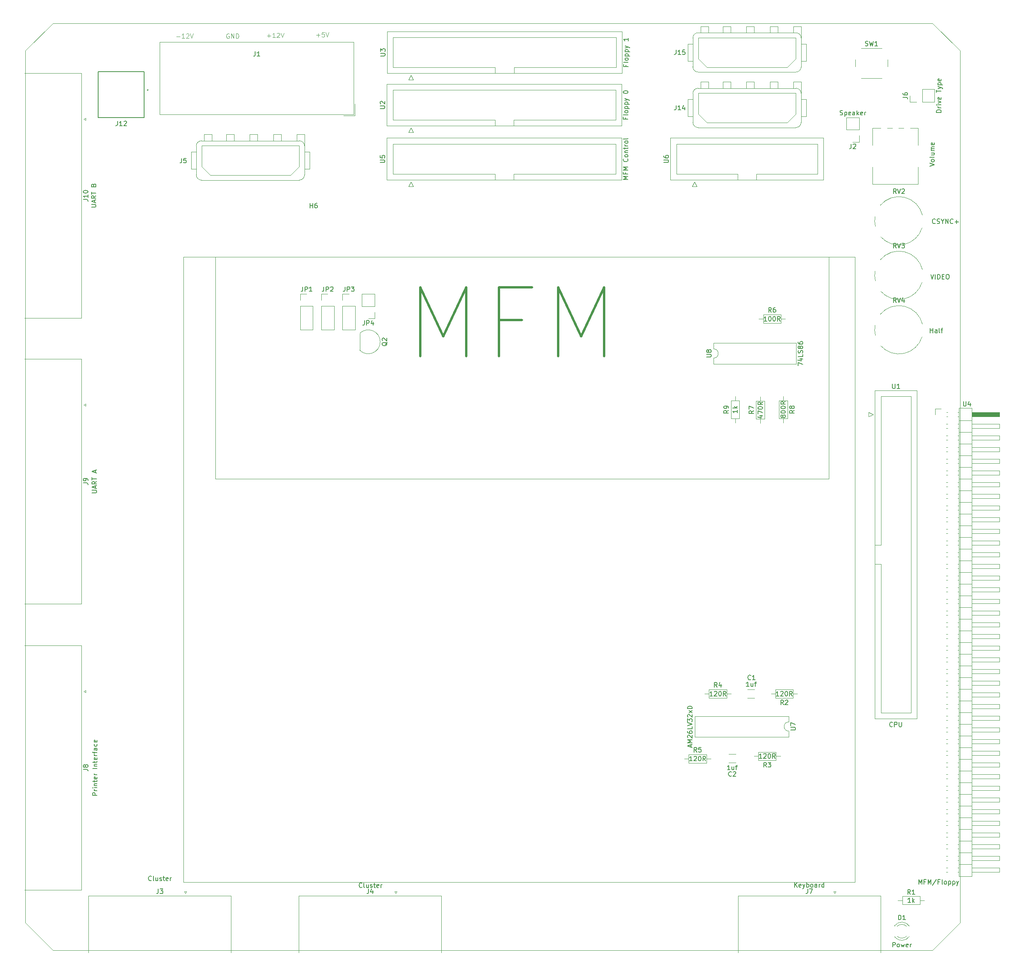
<source format=gbr>
%TF.GenerationSoftware,KiCad,Pcbnew,9.0.4*%
%TF.CreationDate,2025-11-09T15:05:15+13:00*%
%TF.ProjectId,AWS_CPU_Motherboard,4157535f-4350-4555-9f4d-6f7468657262,rev?*%
%TF.SameCoordinates,Original*%
%TF.FileFunction,Legend,Top*%
%TF.FilePolarity,Positive*%
%FSLAX46Y46*%
G04 Gerber Fmt 4.6, Leading zero omitted, Abs format (unit mm)*
G04 Created by KiCad (PCBNEW 9.0.4) date 2025-11-09 15:05:15*
%MOMM*%
%LPD*%
G01*
G04 APERTURE LIST*
%ADD10C,0.050000*%
%ADD11C,0.100000*%
%ADD12C,0.500000*%
%ADD13C,0.150000*%
%ADD14C,0.120000*%
%ADD15C,0.127000*%
%ADD16C,0.200000*%
%TA.AperFunction,Profile*%
%ADD17C,0.050000*%
%TD*%
G04 APERTURE END LIST*
D10*
X290195000Y-311150000D02*
X423545000Y-311150000D01*
X423545000Y-359410000D01*
X290195000Y-359410000D01*
X290195000Y-311150000D01*
D11*
X283260000Y-311150000D02*
X429260000Y-311150000D01*
X429260000Y-447150000D01*
X283260000Y-447150000D01*
X283260000Y-311150000D01*
X312165084Y-262940266D02*
X312926989Y-262940266D01*
X312546036Y-263321219D02*
X312546036Y-262559314D01*
X313879369Y-262321219D02*
X313403179Y-262321219D01*
X313403179Y-262321219D02*
X313355560Y-262797409D01*
X313355560Y-262797409D02*
X313403179Y-262749790D01*
X313403179Y-262749790D02*
X313498417Y-262702171D01*
X313498417Y-262702171D02*
X313736512Y-262702171D01*
X313736512Y-262702171D02*
X313831750Y-262749790D01*
X313831750Y-262749790D02*
X313879369Y-262797409D01*
X313879369Y-262797409D02*
X313926988Y-262892647D01*
X313926988Y-262892647D02*
X313926988Y-263130742D01*
X313926988Y-263130742D02*
X313879369Y-263225980D01*
X313879369Y-263225980D02*
X313831750Y-263273600D01*
X313831750Y-263273600D02*
X313736512Y-263321219D01*
X313736512Y-263321219D02*
X313498417Y-263321219D01*
X313498417Y-263321219D02*
X313403179Y-263273600D01*
X313403179Y-263273600D02*
X313355560Y-263225980D01*
X314212703Y-262321219D02*
X314546036Y-263321219D01*
X314546036Y-263321219D02*
X314879369Y-262321219D01*
X281735884Y-263245066D02*
X282497789Y-263245066D01*
X283497788Y-263626019D02*
X282926360Y-263626019D01*
X283212074Y-263626019D02*
X283212074Y-262626019D01*
X283212074Y-262626019D02*
X283116836Y-262768876D01*
X283116836Y-262768876D02*
X283021598Y-262864114D01*
X283021598Y-262864114D02*
X282926360Y-262911733D01*
X283878741Y-262721257D02*
X283926360Y-262673638D01*
X283926360Y-262673638D02*
X284021598Y-262626019D01*
X284021598Y-262626019D02*
X284259693Y-262626019D01*
X284259693Y-262626019D02*
X284354931Y-262673638D01*
X284354931Y-262673638D02*
X284402550Y-262721257D01*
X284402550Y-262721257D02*
X284450169Y-262816495D01*
X284450169Y-262816495D02*
X284450169Y-262911733D01*
X284450169Y-262911733D02*
X284402550Y-263054590D01*
X284402550Y-263054590D02*
X283831122Y-263626019D01*
X283831122Y-263626019D02*
X284450169Y-263626019D01*
X284735884Y-262626019D02*
X285069217Y-263626019D01*
X285069217Y-263626019D02*
X285402550Y-262626019D01*
D12*
X334735375Y-332783285D02*
X334735375Y-317783285D01*
X334735375Y-317783285D02*
X339735375Y-328497571D01*
X339735375Y-328497571D02*
X344735375Y-317783285D01*
X344735375Y-317783285D02*
X344735375Y-332783285D01*
X356878232Y-324926142D02*
X351878232Y-324926142D01*
X351878232Y-332783285D02*
X351878232Y-317783285D01*
X351878232Y-317783285D02*
X359021089Y-317783285D01*
X364735375Y-332783285D02*
X364735375Y-317783285D01*
X364735375Y-317783285D02*
X369735375Y-328497571D01*
X369735375Y-328497571D02*
X374735375Y-317783285D01*
X374735375Y-317783285D02*
X374735375Y-332783285D01*
D11*
X301446284Y-263092666D02*
X302208189Y-263092666D01*
X301827236Y-263473619D02*
X301827236Y-262711714D01*
X303208188Y-263473619D02*
X302636760Y-263473619D01*
X302922474Y-263473619D02*
X302922474Y-262473619D01*
X302922474Y-262473619D02*
X302827236Y-262616476D01*
X302827236Y-262616476D02*
X302731998Y-262711714D01*
X302731998Y-262711714D02*
X302636760Y-262759333D01*
X303589141Y-262568857D02*
X303636760Y-262521238D01*
X303636760Y-262521238D02*
X303731998Y-262473619D01*
X303731998Y-262473619D02*
X303970093Y-262473619D01*
X303970093Y-262473619D02*
X304065331Y-262521238D01*
X304065331Y-262521238D02*
X304112950Y-262568857D01*
X304112950Y-262568857D02*
X304160569Y-262664095D01*
X304160569Y-262664095D02*
X304160569Y-262759333D01*
X304160569Y-262759333D02*
X304112950Y-262902190D01*
X304112950Y-262902190D02*
X303541522Y-263473619D01*
X303541522Y-263473619D02*
X304160569Y-263473619D01*
X304446284Y-262473619D02*
X304779617Y-263473619D01*
X304779617Y-263473619D02*
X305112950Y-262473619D01*
X293181693Y-262673638D02*
X293086455Y-262626019D01*
X293086455Y-262626019D02*
X292943598Y-262626019D01*
X292943598Y-262626019D02*
X292800741Y-262673638D01*
X292800741Y-262673638D02*
X292705503Y-262768876D01*
X292705503Y-262768876D02*
X292657884Y-262864114D01*
X292657884Y-262864114D02*
X292610265Y-263054590D01*
X292610265Y-263054590D02*
X292610265Y-263197447D01*
X292610265Y-263197447D02*
X292657884Y-263387923D01*
X292657884Y-263387923D02*
X292705503Y-263483161D01*
X292705503Y-263483161D02*
X292800741Y-263578400D01*
X292800741Y-263578400D02*
X292943598Y-263626019D01*
X292943598Y-263626019D02*
X293038836Y-263626019D01*
X293038836Y-263626019D02*
X293181693Y-263578400D01*
X293181693Y-263578400D02*
X293229312Y-263530780D01*
X293229312Y-263530780D02*
X293229312Y-263197447D01*
X293229312Y-263197447D02*
X293038836Y-263197447D01*
X293657884Y-263626019D02*
X293657884Y-262626019D01*
X293657884Y-262626019D02*
X294229312Y-263626019D01*
X294229312Y-263626019D02*
X294229312Y-262626019D01*
X294705503Y-263626019D02*
X294705503Y-262626019D01*
X294705503Y-262626019D02*
X294943598Y-262626019D01*
X294943598Y-262626019D02*
X295086455Y-262673638D01*
X295086455Y-262673638D02*
X295181693Y-262768876D01*
X295181693Y-262768876D02*
X295229312Y-262864114D01*
X295229312Y-262864114D02*
X295276931Y-263054590D01*
X295276931Y-263054590D02*
X295276931Y-263197447D01*
X295276931Y-263197447D02*
X295229312Y-263387923D01*
X295229312Y-263387923D02*
X295181693Y-263483161D01*
X295181693Y-263483161D02*
X295086455Y-263578400D01*
X295086455Y-263578400D02*
X294943598Y-263626019D01*
X294943598Y-263626019D02*
X294705503Y-263626019D01*
D13*
X439664819Y-276431333D02*
X440379104Y-276431333D01*
X440379104Y-276431333D02*
X440521961Y-276478952D01*
X440521961Y-276478952D02*
X440617200Y-276574190D01*
X440617200Y-276574190D02*
X440664819Y-276717047D01*
X440664819Y-276717047D02*
X440664819Y-276812285D01*
X439664819Y-275526571D02*
X439664819Y-275717047D01*
X439664819Y-275717047D02*
X439712438Y-275812285D01*
X439712438Y-275812285D02*
X439760057Y-275859904D01*
X439760057Y-275859904D02*
X439902914Y-275955142D01*
X439902914Y-275955142D02*
X440093390Y-276002761D01*
X440093390Y-276002761D02*
X440474342Y-276002761D01*
X440474342Y-276002761D02*
X440569580Y-275955142D01*
X440569580Y-275955142D02*
X440617200Y-275907523D01*
X440617200Y-275907523D02*
X440664819Y-275812285D01*
X440664819Y-275812285D02*
X440664819Y-275621809D01*
X440664819Y-275621809D02*
X440617200Y-275526571D01*
X440617200Y-275526571D02*
X440569580Y-275478952D01*
X440569580Y-275478952D02*
X440474342Y-275431333D01*
X440474342Y-275431333D02*
X440236247Y-275431333D01*
X440236247Y-275431333D02*
X440141009Y-275478952D01*
X440141009Y-275478952D02*
X440093390Y-275526571D01*
X440093390Y-275526571D02*
X440045771Y-275621809D01*
X440045771Y-275621809D02*
X440045771Y-275812285D01*
X440045771Y-275812285D02*
X440093390Y-275907523D01*
X440093390Y-275907523D02*
X440141009Y-275955142D01*
X440141009Y-275955142D02*
X440236247Y-276002761D01*
X447964819Y-279740857D02*
X446964819Y-279740857D01*
X446964819Y-279740857D02*
X446964819Y-279502762D01*
X446964819Y-279502762D02*
X447012438Y-279359905D01*
X447012438Y-279359905D02*
X447107676Y-279264667D01*
X447107676Y-279264667D02*
X447202914Y-279217048D01*
X447202914Y-279217048D02*
X447393390Y-279169429D01*
X447393390Y-279169429D02*
X447536247Y-279169429D01*
X447536247Y-279169429D02*
X447726723Y-279217048D01*
X447726723Y-279217048D02*
X447821961Y-279264667D01*
X447821961Y-279264667D02*
X447917200Y-279359905D01*
X447917200Y-279359905D02*
X447964819Y-279502762D01*
X447964819Y-279502762D02*
X447964819Y-279740857D01*
X447964819Y-278740857D02*
X447298152Y-278740857D01*
X447488628Y-278740857D02*
X447393390Y-278693238D01*
X447393390Y-278693238D02*
X447345771Y-278645619D01*
X447345771Y-278645619D02*
X447298152Y-278550381D01*
X447298152Y-278550381D02*
X447298152Y-278455143D01*
X447964819Y-278121809D02*
X447298152Y-278121809D01*
X446964819Y-278121809D02*
X447012438Y-278169428D01*
X447012438Y-278169428D02*
X447060057Y-278121809D01*
X447060057Y-278121809D02*
X447012438Y-278074190D01*
X447012438Y-278074190D02*
X446964819Y-278121809D01*
X446964819Y-278121809D02*
X447060057Y-278121809D01*
X447298152Y-277740857D02*
X447964819Y-277502762D01*
X447964819Y-277502762D02*
X447298152Y-277264667D01*
X447917200Y-276502762D02*
X447964819Y-276598000D01*
X447964819Y-276598000D02*
X447964819Y-276788476D01*
X447964819Y-276788476D02*
X447917200Y-276883714D01*
X447917200Y-276883714D02*
X447821961Y-276931333D01*
X447821961Y-276931333D02*
X447441009Y-276931333D01*
X447441009Y-276931333D02*
X447345771Y-276883714D01*
X447345771Y-276883714D02*
X447298152Y-276788476D01*
X447298152Y-276788476D02*
X447298152Y-276598000D01*
X447298152Y-276598000D02*
X447345771Y-276502762D01*
X447345771Y-276502762D02*
X447441009Y-276455143D01*
X447441009Y-276455143D02*
X447536247Y-276455143D01*
X447536247Y-276455143D02*
X447631485Y-276931333D01*
X446964819Y-275407523D02*
X446964819Y-274836095D01*
X447964819Y-275121809D02*
X446964819Y-275121809D01*
X447298152Y-274597999D02*
X447964819Y-274359904D01*
X447298152Y-274121809D02*
X447964819Y-274359904D01*
X447964819Y-274359904D02*
X448202914Y-274455142D01*
X448202914Y-274455142D02*
X448250533Y-274502761D01*
X448250533Y-274502761D02*
X448298152Y-274597999D01*
X447298152Y-273740856D02*
X448298152Y-273740856D01*
X447345771Y-273740856D02*
X447298152Y-273645618D01*
X447298152Y-273645618D02*
X447298152Y-273455142D01*
X447298152Y-273455142D02*
X447345771Y-273359904D01*
X447345771Y-273359904D02*
X447393390Y-273312285D01*
X447393390Y-273312285D02*
X447488628Y-273264666D01*
X447488628Y-273264666D02*
X447774342Y-273264666D01*
X447774342Y-273264666D02*
X447869580Y-273312285D01*
X447869580Y-273312285D02*
X447917200Y-273359904D01*
X447917200Y-273359904D02*
X447964819Y-273455142D01*
X447964819Y-273455142D02*
X447964819Y-273645618D01*
X447964819Y-273645618D02*
X447917200Y-273740856D01*
X447917200Y-272455142D02*
X447964819Y-272550380D01*
X447964819Y-272550380D02*
X447964819Y-272740856D01*
X447964819Y-272740856D02*
X447917200Y-272836094D01*
X447917200Y-272836094D02*
X447821961Y-272883713D01*
X447821961Y-272883713D02*
X447441009Y-272883713D01*
X447441009Y-272883713D02*
X447345771Y-272836094D01*
X447345771Y-272836094D02*
X447298152Y-272740856D01*
X447298152Y-272740856D02*
X447298152Y-272550380D01*
X447298152Y-272550380D02*
X447345771Y-272455142D01*
X447345771Y-272455142D02*
X447441009Y-272407523D01*
X447441009Y-272407523D02*
X447536247Y-272407523D01*
X447536247Y-272407523D02*
X447631485Y-272883713D01*
X401734419Y-344539866D02*
X401258228Y-344873199D01*
X401734419Y-345111294D02*
X400734419Y-345111294D01*
X400734419Y-345111294D02*
X400734419Y-344730342D01*
X400734419Y-344730342D02*
X400782038Y-344635104D01*
X400782038Y-344635104D02*
X400829657Y-344587485D01*
X400829657Y-344587485D02*
X400924895Y-344539866D01*
X400924895Y-344539866D02*
X401067752Y-344539866D01*
X401067752Y-344539866D02*
X401162990Y-344587485D01*
X401162990Y-344587485D02*
X401210609Y-344635104D01*
X401210609Y-344635104D02*
X401258228Y-344730342D01*
X401258228Y-344730342D02*
X401258228Y-345111294D01*
X401734419Y-344063675D02*
X401734419Y-343873199D01*
X401734419Y-343873199D02*
X401686800Y-343777961D01*
X401686800Y-343777961D02*
X401639180Y-343730342D01*
X401639180Y-343730342D02*
X401496323Y-343635104D01*
X401496323Y-343635104D02*
X401305847Y-343587485D01*
X401305847Y-343587485D02*
X400924895Y-343587485D01*
X400924895Y-343587485D02*
X400829657Y-343635104D01*
X400829657Y-343635104D02*
X400782038Y-343682723D01*
X400782038Y-343682723D02*
X400734419Y-343777961D01*
X400734419Y-343777961D02*
X400734419Y-343968437D01*
X400734419Y-343968437D02*
X400782038Y-344063675D01*
X400782038Y-344063675D02*
X400829657Y-344111294D01*
X400829657Y-344111294D02*
X400924895Y-344158913D01*
X400924895Y-344158913D02*
X401162990Y-344158913D01*
X401162990Y-344158913D02*
X401258228Y-344111294D01*
X401258228Y-344111294D02*
X401305847Y-344063675D01*
X401305847Y-344063675D02*
X401353466Y-343968437D01*
X401353466Y-343968437D02*
X401353466Y-343777961D01*
X401353466Y-343777961D02*
X401305847Y-343682723D01*
X401305847Y-343682723D02*
X401258228Y-343635104D01*
X401258228Y-343635104D02*
X401162990Y-343587485D01*
X403654419Y-344492247D02*
X403654419Y-345063675D01*
X403654419Y-344777961D02*
X402654419Y-344777961D01*
X402654419Y-344777961D02*
X402797276Y-344873199D01*
X402797276Y-344873199D02*
X402892514Y-344968437D01*
X402892514Y-344968437D02*
X402940133Y-345063675D01*
X403654419Y-344063675D02*
X402654419Y-344063675D01*
X403273466Y-343968437D02*
X403654419Y-343682723D01*
X402987752Y-343682723D02*
X403368704Y-344063675D01*
X318379066Y-317673619D02*
X318379066Y-318387904D01*
X318379066Y-318387904D02*
X318331447Y-318530761D01*
X318331447Y-318530761D02*
X318236209Y-318626000D01*
X318236209Y-318626000D02*
X318093352Y-318673619D01*
X318093352Y-318673619D02*
X317998114Y-318673619D01*
X318855257Y-318673619D02*
X318855257Y-317673619D01*
X318855257Y-317673619D02*
X319236209Y-317673619D01*
X319236209Y-317673619D02*
X319331447Y-317721238D01*
X319331447Y-317721238D02*
X319379066Y-317768857D01*
X319379066Y-317768857D02*
X319426685Y-317864095D01*
X319426685Y-317864095D02*
X319426685Y-318006952D01*
X319426685Y-318006952D02*
X319379066Y-318102190D01*
X319379066Y-318102190D02*
X319331447Y-318149809D01*
X319331447Y-318149809D02*
X319236209Y-318197428D01*
X319236209Y-318197428D02*
X318855257Y-318197428D01*
X319760019Y-317673619D02*
X320379066Y-317673619D01*
X320379066Y-317673619D02*
X320045733Y-318054571D01*
X320045733Y-318054571D02*
X320188590Y-318054571D01*
X320188590Y-318054571D02*
X320283828Y-318102190D01*
X320283828Y-318102190D02*
X320331447Y-318149809D01*
X320331447Y-318149809D02*
X320379066Y-318245047D01*
X320379066Y-318245047D02*
X320379066Y-318483142D01*
X320379066Y-318483142D02*
X320331447Y-318578380D01*
X320331447Y-318578380D02*
X320283828Y-318626000D01*
X320283828Y-318626000D02*
X320188590Y-318673619D01*
X320188590Y-318673619D02*
X319902876Y-318673619D01*
X319902876Y-318673619D02*
X319807638Y-318626000D01*
X319807638Y-318626000D02*
X319760019Y-318578380D01*
X437388095Y-338794819D02*
X437388095Y-339604342D01*
X437388095Y-339604342D02*
X437435714Y-339699580D01*
X437435714Y-339699580D02*
X437483333Y-339747200D01*
X437483333Y-339747200D02*
X437578571Y-339794819D01*
X437578571Y-339794819D02*
X437769047Y-339794819D01*
X437769047Y-339794819D02*
X437864285Y-339747200D01*
X437864285Y-339747200D02*
X437911904Y-339699580D01*
X437911904Y-339699580D02*
X437959523Y-339604342D01*
X437959523Y-339604342D02*
X437959523Y-338794819D01*
X438959523Y-339794819D02*
X438388095Y-339794819D01*
X438673809Y-339794819D02*
X438673809Y-338794819D01*
X438673809Y-338794819D02*
X438578571Y-338937676D01*
X438578571Y-338937676D02*
X438483333Y-339032914D01*
X438483333Y-339032914D02*
X438388095Y-339080533D01*
X437384914Y-413261980D02*
X437337295Y-413309600D01*
X437337295Y-413309600D02*
X437194438Y-413357219D01*
X437194438Y-413357219D02*
X437099200Y-413357219D01*
X437099200Y-413357219D02*
X436956343Y-413309600D01*
X436956343Y-413309600D02*
X436861105Y-413214361D01*
X436861105Y-413214361D02*
X436813486Y-413119123D01*
X436813486Y-413119123D02*
X436765867Y-412928647D01*
X436765867Y-412928647D02*
X436765867Y-412785790D01*
X436765867Y-412785790D02*
X436813486Y-412595314D01*
X436813486Y-412595314D02*
X436861105Y-412500076D01*
X436861105Y-412500076D02*
X436956343Y-412404838D01*
X436956343Y-412404838D02*
X437099200Y-412357219D01*
X437099200Y-412357219D02*
X437194438Y-412357219D01*
X437194438Y-412357219D02*
X437337295Y-412404838D01*
X437337295Y-412404838D02*
X437384914Y-412452457D01*
X437813486Y-413357219D02*
X437813486Y-412357219D01*
X437813486Y-412357219D02*
X438194438Y-412357219D01*
X438194438Y-412357219D02*
X438289676Y-412404838D01*
X438289676Y-412404838D02*
X438337295Y-412452457D01*
X438337295Y-412452457D02*
X438384914Y-412547695D01*
X438384914Y-412547695D02*
X438384914Y-412690552D01*
X438384914Y-412690552D02*
X438337295Y-412785790D01*
X438337295Y-412785790D02*
X438289676Y-412833409D01*
X438289676Y-412833409D02*
X438194438Y-412881028D01*
X438194438Y-412881028D02*
X437813486Y-412881028D01*
X438813486Y-412357219D02*
X438813486Y-413166742D01*
X438813486Y-413166742D02*
X438861105Y-413261980D01*
X438861105Y-413261980D02*
X438908724Y-413309600D01*
X438908724Y-413309600D02*
X439003962Y-413357219D01*
X439003962Y-413357219D02*
X439194438Y-413357219D01*
X439194438Y-413357219D02*
X439289676Y-413309600D01*
X439289676Y-413309600D02*
X439337295Y-413261980D01*
X439337295Y-413261980D02*
X439384914Y-413166742D01*
X439384914Y-413166742D02*
X439384914Y-412357219D01*
X452822095Y-342624819D02*
X452822095Y-343434342D01*
X452822095Y-343434342D02*
X452869714Y-343529580D01*
X452869714Y-343529580D02*
X452917333Y-343577200D01*
X452917333Y-343577200D02*
X453012571Y-343624819D01*
X453012571Y-343624819D02*
X453203047Y-343624819D01*
X453203047Y-343624819D02*
X453298285Y-343577200D01*
X453298285Y-343577200D02*
X453345904Y-343529580D01*
X453345904Y-343529580D02*
X453393523Y-343434342D01*
X453393523Y-343434342D02*
X453393523Y-342624819D01*
X454298285Y-342958152D02*
X454298285Y-343624819D01*
X454060190Y-342577200D02*
X453822095Y-343291485D01*
X453822095Y-343291485D02*
X454441142Y-343291485D01*
X443109885Y-447596419D02*
X443109885Y-446596419D01*
X443109885Y-446596419D02*
X443443218Y-447310704D01*
X443443218Y-447310704D02*
X443776551Y-446596419D01*
X443776551Y-446596419D02*
X443776551Y-447596419D01*
X444586075Y-447072609D02*
X444252742Y-447072609D01*
X444252742Y-447596419D02*
X444252742Y-446596419D01*
X444252742Y-446596419D02*
X444728932Y-446596419D01*
X445109885Y-447596419D02*
X445109885Y-446596419D01*
X445109885Y-446596419D02*
X445443218Y-447310704D01*
X445443218Y-447310704D02*
X445776551Y-446596419D01*
X445776551Y-446596419D02*
X445776551Y-447596419D01*
X446967027Y-446548800D02*
X446109885Y-447834514D01*
X447633694Y-447072609D02*
X447300361Y-447072609D01*
X447300361Y-447596419D02*
X447300361Y-446596419D01*
X447300361Y-446596419D02*
X447776551Y-446596419D01*
X448300361Y-447596419D02*
X448205123Y-447548800D01*
X448205123Y-447548800D02*
X448157504Y-447453561D01*
X448157504Y-447453561D02*
X448157504Y-446596419D01*
X448824171Y-447596419D02*
X448728933Y-447548800D01*
X448728933Y-447548800D02*
X448681314Y-447501180D01*
X448681314Y-447501180D02*
X448633695Y-447405942D01*
X448633695Y-447405942D02*
X448633695Y-447120228D01*
X448633695Y-447120228D02*
X448681314Y-447024990D01*
X448681314Y-447024990D02*
X448728933Y-446977371D01*
X448728933Y-446977371D02*
X448824171Y-446929752D01*
X448824171Y-446929752D02*
X448967028Y-446929752D01*
X448967028Y-446929752D02*
X449062266Y-446977371D01*
X449062266Y-446977371D02*
X449109885Y-447024990D01*
X449109885Y-447024990D02*
X449157504Y-447120228D01*
X449157504Y-447120228D02*
X449157504Y-447405942D01*
X449157504Y-447405942D02*
X449109885Y-447501180D01*
X449109885Y-447501180D02*
X449062266Y-447548800D01*
X449062266Y-447548800D02*
X448967028Y-447596419D01*
X448967028Y-447596419D02*
X448824171Y-447596419D01*
X449586076Y-446929752D02*
X449586076Y-447929752D01*
X449586076Y-446977371D02*
X449681314Y-446929752D01*
X449681314Y-446929752D02*
X449871790Y-446929752D01*
X449871790Y-446929752D02*
X449967028Y-446977371D01*
X449967028Y-446977371D02*
X450014647Y-447024990D01*
X450014647Y-447024990D02*
X450062266Y-447120228D01*
X450062266Y-447120228D02*
X450062266Y-447405942D01*
X450062266Y-447405942D02*
X450014647Y-447501180D01*
X450014647Y-447501180D02*
X449967028Y-447548800D01*
X449967028Y-447548800D02*
X449871790Y-447596419D01*
X449871790Y-447596419D02*
X449681314Y-447596419D01*
X449681314Y-447596419D02*
X449586076Y-447548800D01*
X450490838Y-446929752D02*
X450490838Y-447929752D01*
X450490838Y-446977371D02*
X450586076Y-446929752D01*
X450586076Y-446929752D02*
X450776552Y-446929752D01*
X450776552Y-446929752D02*
X450871790Y-446977371D01*
X450871790Y-446977371D02*
X450919409Y-447024990D01*
X450919409Y-447024990D02*
X450967028Y-447120228D01*
X450967028Y-447120228D02*
X450967028Y-447405942D01*
X450967028Y-447405942D02*
X450919409Y-447501180D01*
X450919409Y-447501180D02*
X450871790Y-447548800D01*
X450871790Y-447548800D02*
X450776552Y-447596419D01*
X450776552Y-447596419D02*
X450586076Y-447596419D01*
X450586076Y-447596419D02*
X450490838Y-447548800D01*
X451300362Y-446929752D02*
X451538457Y-447596419D01*
X451776552Y-446929752D02*
X451538457Y-447596419D01*
X451538457Y-447596419D02*
X451443219Y-447834514D01*
X451443219Y-447834514D02*
X451395600Y-447882133D01*
X451395600Y-447882133D02*
X451300362Y-447929752D01*
X431481467Y-265208800D02*
X431624324Y-265256419D01*
X431624324Y-265256419D02*
X431862419Y-265256419D01*
X431862419Y-265256419D02*
X431957657Y-265208800D01*
X431957657Y-265208800D02*
X432005276Y-265161180D01*
X432005276Y-265161180D02*
X432052895Y-265065942D01*
X432052895Y-265065942D02*
X432052895Y-264970704D01*
X432052895Y-264970704D02*
X432005276Y-264875466D01*
X432005276Y-264875466D02*
X431957657Y-264827847D01*
X431957657Y-264827847D02*
X431862419Y-264780228D01*
X431862419Y-264780228D02*
X431671943Y-264732609D01*
X431671943Y-264732609D02*
X431576705Y-264684990D01*
X431576705Y-264684990D02*
X431529086Y-264637371D01*
X431529086Y-264637371D02*
X431481467Y-264542133D01*
X431481467Y-264542133D02*
X431481467Y-264446895D01*
X431481467Y-264446895D02*
X431529086Y-264351657D01*
X431529086Y-264351657D02*
X431576705Y-264304038D01*
X431576705Y-264304038D02*
X431671943Y-264256419D01*
X431671943Y-264256419D02*
X431910038Y-264256419D01*
X431910038Y-264256419D02*
X432052895Y-264304038D01*
X432386229Y-264256419D02*
X432624324Y-265256419D01*
X432624324Y-265256419D02*
X432814800Y-264542133D01*
X432814800Y-264542133D02*
X433005276Y-265256419D01*
X433005276Y-265256419D02*
X433243372Y-264256419D01*
X434148133Y-265256419D02*
X433576705Y-265256419D01*
X433862419Y-265256419D02*
X433862419Y-264256419D01*
X433862419Y-264256419D02*
X433767181Y-264399276D01*
X433767181Y-264399276D02*
X433671943Y-264494514D01*
X433671943Y-264494514D02*
X433576705Y-264542133D01*
X261484819Y-360323333D02*
X262199104Y-360323333D01*
X262199104Y-360323333D02*
X262341961Y-360370952D01*
X262341961Y-360370952D02*
X262437200Y-360466190D01*
X262437200Y-360466190D02*
X262484819Y-360609047D01*
X262484819Y-360609047D02*
X262484819Y-360704285D01*
X262484819Y-359799523D02*
X262484819Y-359609047D01*
X262484819Y-359609047D02*
X262437200Y-359513809D01*
X262437200Y-359513809D02*
X262389580Y-359466190D01*
X262389580Y-359466190D02*
X262246723Y-359370952D01*
X262246723Y-359370952D02*
X262056247Y-359323333D01*
X262056247Y-359323333D02*
X261675295Y-359323333D01*
X261675295Y-359323333D02*
X261580057Y-359370952D01*
X261580057Y-359370952D02*
X261532438Y-359418571D01*
X261532438Y-359418571D02*
X261484819Y-359513809D01*
X261484819Y-359513809D02*
X261484819Y-359704285D01*
X261484819Y-359704285D02*
X261532438Y-359799523D01*
X261532438Y-359799523D02*
X261580057Y-359847142D01*
X261580057Y-359847142D02*
X261675295Y-359894761D01*
X261675295Y-359894761D02*
X261913390Y-359894761D01*
X261913390Y-359894761D02*
X262008628Y-359847142D01*
X262008628Y-359847142D02*
X262056247Y-359799523D01*
X262056247Y-359799523D02*
X262103866Y-359704285D01*
X262103866Y-359704285D02*
X262103866Y-359513809D01*
X262103866Y-359513809D02*
X262056247Y-359418571D01*
X262056247Y-359418571D02*
X262008628Y-359370952D01*
X262008628Y-359370952D02*
X261913390Y-359323333D01*
X263411619Y-362475161D02*
X264221142Y-362475161D01*
X264221142Y-362475161D02*
X264316380Y-362427542D01*
X264316380Y-362427542D02*
X264364000Y-362379923D01*
X264364000Y-362379923D02*
X264411619Y-362284685D01*
X264411619Y-362284685D02*
X264411619Y-362094209D01*
X264411619Y-362094209D02*
X264364000Y-361998971D01*
X264364000Y-361998971D02*
X264316380Y-361951352D01*
X264316380Y-361951352D02*
X264221142Y-361903733D01*
X264221142Y-361903733D02*
X263411619Y-361903733D01*
X264125904Y-361475161D02*
X264125904Y-360998971D01*
X264411619Y-361570399D02*
X263411619Y-361237066D01*
X263411619Y-361237066D02*
X264411619Y-360903733D01*
X264411619Y-359998971D02*
X263935428Y-360332304D01*
X264411619Y-360570399D02*
X263411619Y-360570399D01*
X263411619Y-360570399D02*
X263411619Y-360189447D01*
X263411619Y-360189447D02*
X263459238Y-360094209D01*
X263459238Y-360094209D02*
X263506857Y-360046590D01*
X263506857Y-360046590D02*
X263602095Y-359998971D01*
X263602095Y-359998971D02*
X263744952Y-359998971D01*
X263744952Y-359998971D02*
X263840190Y-360046590D01*
X263840190Y-360046590D02*
X263887809Y-360094209D01*
X263887809Y-360094209D02*
X263935428Y-360189447D01*
X263935428Y-360189447D02*
X263935428Y-360570399D01*
X263411619Y-359713256D02*
X263411619Y-359141828D01*
X264411619Y-359427542D02*
X263411619Y-359427542D01*
X264125904Y-358094208D02*
X264125904Y-357618018D01*
X264411619Y-358189446D02*
X263411619Y-357856113D01*
X263411619Y-357856113D02*
X264411619Y-357522780D01*
X390350476Y-266154819D02*
X390350476Y-266869104D01*
X390350476Y-266869104D02*
X390302857Y-267011961D01*
X390302857Y-267011961D02*
X390207619Y-267107200D01*
X390207619Y-267107200D02*
X390064762Y-267154819D01*
X390064762Y-267154819D02*
X389969524Y-267154819D01*
X391350476Y-267154819D02*
X390779048Y-267154819D01*
X391064762Y-267154819D02*
X391064762Y-266154819D01*
X391064762Y-266154819D02*
X390969524Y-266297676D01*
X390969524Y-266297676D02*
X390874286Y-266392914D01*
X390874286Y-266392914D02*
X390779048Y-266440533D01*
X392255238Y-266154819D02*
X391779048Y-266154819D01*
X391779048Y-266154819D02*
X391731429Y-266631009D01*
X391731429Y-266631009D02*
X391779048Y-266583390D01*
X391779048Y-266583390D02*
X391874286Y-266535771D01*
X391874286Y-266535771D02*
X392112381Y-266535771D01*
X392112381Y-266535771D02*
X392207619Y-266583390D01*
X392207619Y-266583390D02*
X392255238Y-266631009D01*
X392255238Y-266631009D02*
X392302857Y-266726247D01*
X392302857Y-266726247D02*
X392302857Y-266964342D01*
X392302857Y-266964342D02*
X392255238Y-267059580D01*
X392255238Y-267059580D02*
X392207619Y-267107200D01*
X392207619Y-267107200D02*
X392112381Y-267154819D01*
X392112381Y-267154819D02*
X391874286Y-267154819D01*
X391874286Y-267154819D02*
X391779048Y-267107200D01*
X391779048Y-267107200D02*
X391731429Y-267059580D01*
X261484819Y-422603333D02*
X262199104Y-422603333D01*
X262199104Y-422603333D02*
X262341961Y-422650952D01*
X262341961Y-422650952D02*
X262437200Y-422746190D01*
X262437200Y-422746190D02*
X262484819Y-422889047D01*
X262484819Y-422889047D02*
X262484819Y-422984285D01*
X261913390Y-421984285D02*
X261865771Y-422079523D01*
X261865771Y-422079523D02*
X261818152Y-422127142D01*
X261818152Y-422127142D02*
X261722914Y-422174761D01*
X261722914Y-422174761D02*
X261675295Y-422174761D01*
X261675295Y-422174761D02*
X261580057Y-422127142D01*
X261580057Y-422127142D02*
X261532438Y-422079523D01*
X261532438Y-422079523D02*
X261484819Y-421984285D01*
X261484819Y-421984285D02*
X261484819Y-421793809D01*
X261484819Y-421793809D02*
X261532438Y-421698571D01*
X261532438Y-421698571D02*
X261580057Y-421650952D01*
X261580057Y-421650952D02*
X261675295Y-421603333D01*
X261675295Y-421603333D02*
X261722914Y-421603333D01*
X261722914Y-421603333D02*
X261818152Y-421650952D01*
X261818152Y-421650952D02*
X261865771Y-421698571D01*
X261865771Y-421698571D02*
X261913390Y-421793809D01*
X261913390Y-421793809D02*
X261913390Y-421984285D01*
X261913390Y-421984285D02*
X261961009Y-422079523D01*
X261961009Y-422079523D02*
X262008628Y-422127142D01*
X262008628Y-422127142D02*
X262103866Y-422174761D01*
X262103866Y-422174761D02*
X262294342Y-422174761D01*
X262294342Y-422174761D02*
X262389580Y-422127142D01*
X262389580Y-422127142D02*
X262437200Y-422079523D01*
X262437200Y-422079523D02*
X262484819Y-421984285D01*
X262484819Y-421984285D02*
X262484819Y-421793809D01*
X262484819Y-421793809D02*
X262437200Y-421698571D01*
X262437200Y-421698571D02*
X262389580Y-421650952D01*
X262389580Y-421650952D02*
X262294342Y-421603333D01*
X262294342Y-421603333D02*
X262103866Y-421603333D01*
X262103866Y-421603333D02*
X262008628Y-421650952D01*
X262008628Y-421650952D02*
X261961009Y-421698571D01*
X261961009Y-421698571D02*
X261913390Y-421793809D01*
X264513219Y-428246191D02*
X263513219Y-428246191D01*
X263513219Y-428246191D02*
X263513219Y-427865239D01*
X263513219Y-427865239D02*
X263560838Y-427770001D01*
X263560838Y-427770001D02*
X263608457Y-427722382D01*
X263608457Y-427722382D02*
X263703695Y-427674763D01*
X263703695Y-427674763D02*
X263846552Y-427674763D01*
X263846552Y-427674763D02*
X263941790Y-427722382D01*
X263941790Y-427722382D02*
X263989409Y-427770001D01*
X263989409Y-427770001D02*
X264037028Y-427865239D01*
X264037028Y-427865239D02*
X264037028Y-428246191D01*
X264513219Y-427246191D02*
X263846552Y-427246191D01*
X264037028Y-427246191D02*
X263941790Y-427198572D01*
X263941790Y-427198572D02*
X263894171Y-427150953D01*
X263894171Y-427150953D02*
X263846552Y-427055715D01*
X263846552Y-427055715D02*
X263846552Y-426960477D01*
X264513219Y-426627143D02*
X263846552Y-426627143D01*
X263513219Y-426627143D02*
X263560838Y-426674762D01*
X263560838Y-426674762D02*
X263608457Y-426627143D01*
X263608457Y-426627143D02*
X263560838Y-426579524D01*
X263560838Y-426579524D02*
X263513219Y-426627143D01*
X263513219Y-426627143D02*
X263608457Y-426627143D01*
X263846552Y-426150953D02*
X264513219Y-426150953D01*
X263941790Y-426150953D02*
X263894171Y-426103334D01*
X263894171Y-426103334D02*
X263846552Y-426008096D01*
X263846552Y-426008096D02*
X263846552Y-425865239D01*
X263846552Y-425865239D02*
X263894171Y-425770001D01*
X263894171Y-425770001D02*
X263989409Y-425722382D01*
X263989409Y-425722382D02*
X264513219Y-425722382D01*
X263846552Y-425389048D02*
X263846552Y-425008096D01*
X263513219Y-425246191D02*
X264370361Y-425246191D01*
X264370361Y-425246191D02*
X264465600Y-425198572D01*
X264465600Y-425198572D02*
X264513219Y-425103334D01*
X264513219Y-425103334D02*
X264513219Y-425008096D01*
X264465600Y-424293810D02*
X264513219Y-424389048D01*
X264513219Y-424389048D02*
X264513219Y-424579524D01*
X264513219Y-424579524D02*
X264465600Y-424674762D01*
X264465600Y-424674762D02*
X264370361Y-424722381D01*
X264370361Y-424722381D02*
X263989409Y-424722381D01*
X263989409Y-424722381D02*
X263894171Y-424674762D01*
X263894171Y-424674762D02*
X263846552Y-424579524D01*
X263846552Y-424579524D02*
X263846552Y-424389048D01*
X263846552Y-424389048D02*
X263894171Y-424293810D01*
X263894171Y-424293810D02*
X263989409Y-424246191D01*
X263989409Y-424246191D02*
X264084647Y-424246191D01*
X264084647Y-424246191D02*
X264179885Y-424722381D01*
X264513219Y-423817619D02*
X263846552Y-423817619D01*
X264037028Y-423817619D02*
X263941790Y-423770000D01*
X263941790Y-423770000D02*
X263894171Y-423722381D01*
X263894171Y-423722381D02*
X263846552Y-423627143D01*
X263846552Y-423627143D02*
X263846552Y-423531905D01*
X264513219Y-422436666D02*
X263513219Y-422436666D01*
X263846552Y-421960476D02*
X264513219Y-421960476D01*
X263941790Y-421960476D02*
X263894171Y-421912857D01*
X263894171Y-421912857D02*
X263846552Y-421817619D01*
X263846552Y-421817619D02*
X263846552Y-421674762D01*
X263846552Y-421674762D02*
X263894171Y-421579524D01*
X263894171Y-421579524D02*
X263989409Y-421531905D01*
X263989409Y-421531905D02*
X264513219Y-421531905D01*
X263846552Y-421198571D02*
X263846552Y-420817619D01*
X263513219Y-421055714D02*
X264370361Y-421055714D01*
X264370361Y-421055714D02*
X264465600Y-421008095D01*
X264465600Y-421008095D02*
X264513219Y-420912857D01*
X264513219Y-420912857D02*
X264513219Y-420817619D01*
X264465600Y-420103333D02*
X264513219Y-420198571D01*
X264513219Y-420198571D02*
X264513219Y-420389047D01*
X264513219Y-420389047D02*
X264465600Y-420484285D01*
X264465600Y-420484285D02*
X264370361Y-420531904D01*
X264370361Y-420531904D02*
X263989409Y-420531904D01*
X263989409Y-420531904D02*
X263894171Y-420484285D01*
X263894171Y-420484285D02*
X263846552Y-420389047D01*
X263846552Y-420389047D02*
X263846552Y-420198571D01*
X263846552Y-420198571D02*
X263894171Y-420103333D01*
X263894171Y-420103333D02*
X263989409Y-420055714D01*
X263989409Y-420055714D02*
X264084647Y-420055714D01*
X264084647Y-420055714D02*
X264179885Y-420531904D01*
X264513219Y-419627142D02*
X263846552Y-419627142D01*
X264037028Y-419627142D02*
X263941790Y-419579523D01*
X263941790Y-419579523D02*
X263894171Y-419531904D01*
X263894171Y-419531904D02*
X263846552Y-419436666D01*
X263846552Y-419436666D02*
X263846552Y-419341428D01*
X263846552Y-419150951D02*
X263846552Y-418769999D01*
X264513219Y-419008094D02*
X263656076Y-419008094D01*
X263656076Y-419008094D02*
X263560838Y-418960475D01*
X263560838Y-418960475D02*
X263513219Y-418865237D01*
X263513219Y-418865237D02*
X263513219Y-418769999D01*
X264513219Y-418008094D02*
X263989409Y-418008094D01*
X263989409Y-418008094D02*
X263894171Y-418055713D01*
X263894171Y-418055713D02*
X263846552Y-418150951D01*
X263846552Y-418150951D02*
X263846552Y-418341427D01*
X263846552Y-418341427D02*
X263894171Y-418436665D01*
X264465600Y-418008094D02*
X264513219Y-418103332D01*
X264513219Y-418103332D02*
X264513219Y-418341427D01*
X264513219Y-418341427D02*
X264465600Y-418436665D01*
X264465600Y-418436665D02*
X264370361Y-418484284D01*
X264370361Y-418484284D02*
X264275123Y-418484284D01*
X264275123Y-418484284D02*
X264179885Y-418436665D01*
X264179885Y-418436665D02*
X264132266Y-418341427D01*
X264132266Y-418341427D02*
X264132266Y-418103332D01*
X264132266Y-418103332D02*
X264084647Y-418008094D01*
X264465600Y-417103332D02*
X264513219Y-417198570D01*
X264513219Y-417198570D02*
X264513219Y-417389046D01*
X264513219Y-417389046D02*
X264465600Y-417484284D01*
X264465600Y-417484284D02*
X264417980Y-417531903D01*
X264417980Y-417531903D02*
X264322742Y-417579522D01*
X264322742Y-417579522D02*
X264037028Y-417579522D01*
X264037028Y-417579522D02*
X263941790Y-417531903D01*
X263941790Y-417531903D02*
X263894171Y-417484284D01*
X263894171Y-417484284D02*
X263846552Y-417389046D01*
X263846552Y-417389046D02*
X263846552Y-417198570D01*
X263846552Y-417198570D02*
X263894171Y-417103332D01*
X264465600Y-416293808D02*
X264513219Y-416389046D01*
X264513219Y-416389046D02*
X264513219Y-416579522D01*
X264513219Y-416579522D02*
X264465600Y-416674760D01*
X264465600Y-416674760D02*
X264370361Y-416722379D01*
X264370361Y-416722379D02*
X263989409Y-416722379D01*
X263989409Y-416722379D02*
X263894171Y-416674760D01*
X263894171Y-416674760D02*
X263846552Y-416579522D01*
X263846552Y-416579522D02*
X263846552Y-416389046D01*
X263846552Y-416389046D02*
X263894171Y-416293808D01*
X263894171Y-416293808D02*
X263989409Y-416246189D01*
X263989409Y-416246189D02*
X264084647Y-416246189D01*
X264084647Y-416246189D02*
X264179885Y-416722379D01*
X438189761Y-321079819D02*
X437856428Y-320603628D01*
X437618333Y-321079819D02*
X437618333Y-320079819D01*
X437618333Y-320079819D02*
X437999285Y-320079819D01*
X437999285Y-320079819D02*
X438094523Y-320127438D01*
X438094523Y-320127438D02*
X438142142Y-320175057D01*
X438142142Y-320175057D02*
X438189761Y-320270295D01*
X438189761Y-320270295D02*
X438189761Y-320413152D01*
X438189761Y-320413152D02*
X438142142Y-320508390D01*
X438142142Y-320508390D02*
X438094523Y-320556009D01*
X438094523Y-320556009D02*
X437999285Y-320603628D01*
X437999285Y-320603628D02*
X437618333Y-320603628D01*
X438475476Y-320079819D02*
X438808809Y-321079819D01*
X438808809Y-321079819D02*
X439142142Y-320079819D01*
X439904047Y-320413152D02*
X439904047Y-321079819D01*
X439665952Y-320032200D02*
X439427857Y-320746485D01*
X439427857Y-320746485D02*
X440046904Y-320746485D01*
X445601885Y-327657619D02*
X445601885Y-326657619D01*
X445601885Y-327133809D02*
X446173313Y-327133809D01*
X446173313Y-327657619D02*
X446173313Y-326657619D01*
X447078075Y-327657619D02*
X447078075Y-327133809D01*
X447078075Y-327133809D02*
X447030456Y-327038571D01*
X447030456Y-327038571D02*
X446935218Y-326990952D01*
X446935218Y-326990952D02*
X446744742Y-326990952D01*
X446744742Y-326990952D02*
X446649504Y-327038571D01*
X447078075Y-327610000D02*
X446982837Y-327657619D01*
X446982837Y-327657619D02*
X446744742Y-327657619D01*
X446744742Y-327657619D02*
X446649504Y-327610000D01*
X446649504Y-327610000D02*
X446601885Y-327514761D01*
X446601885Y-327514761D02*
X446601885Y-327419523D01*
X446601885Y-327419523D02*
X446649504Y-327324285D01*
X446649504Y-327324285D02*
X446744742Y-327276666D01*
X446744742Y-327276666D02*
X446982837Y-327276666D01*
X446982837Y-327276666D02*
X447078075Y-327229047D01*
X447697123Y-327657619D02*
X447601885Y-327610000D01*
X447601885Y-327610000D02*
X447554266Y-327514761D01*
X447554266Y-327514761D02*
X447554266Y-326657619D01*
X447935219Y-326990952D02*
X448316171Y-326990952D01*
X448078076Y-327657619D02*
X448078076Y-326800476D01*
X448078076Y-326800476D02*
X448125695Y-326705238D01*
X448125695Y-326705238D02*
X448220933Y-326657619D01*
X448220933Y-326657619D02*
X448316171Y-326657619D01*
X416039219Y-344539866D02*
X415563028Y-344873199D01*
X416039219Y-345111294D02*
X415039219Y-345111294D01*
X415039219Y-345111294D02*
X415039219Y-344730342D01*
X415039219Y-344730342D02*
X415086838Y-344635104D01*
X415086838Y-344635104D02*
X415134457Y-344587485D01*
X415134457Y-344587485D02*
X415229695Y-344539866D01*
X415229695Y-344539866D02*
X415372552Y-344539866D01*
X415372552Y-344539866D02*
X415467790Y-344587485D01*
X415467790Y-344587485D02*
X415515409Y-344635104D01*
X415515409Y-344635104D02*
X415563028Y-344730342D01*
X415563028Y-344730342D02*
X415563028Y-345111294D01*
X415467790Y-343968437D02*
X415420171Y-344063675D01*
X415420171Y-344063675D02*
X415372552Y-344111294D01*
X415372552Y-344111294D02*
X415277314Y-344158913D01*
X415277314Y-344158913D02*
X415229695Y-344158913D01*
X415229695Y-344158913D02*
X415134457Y-344111294D01*
X415134457Y-344111294D02*
X415086838Y-344063675D01*
X415086838Y-344063675D02*
X415039219Y-343968437D01*
X415039219Y-343968437D02*
X415039219Y-343777961D01*
X415039219Y-343777961D02*
X415086838Y-343682723D01*
X415086838Y-343682723D02*
X415134457Y-343635104D01*
X415134457Y-343635104D02*
X415229695Y-343587485D01*
X415229695Y-343587485D02*
X415277314Y-343587485D01*
X415277314Y-343587485D02*
X415372552Y-343635104D01*
X415372552Y-343635104D02*
X415420171Y-343682723D01*
X415420171Y-343682723D02*
X415467790Y-343777961D01*
X415467790Y-343777961D02*
X415467790Y-343968437D01*
X415467790Y-343968437D02*
X415515409Y-344063675D01*
X415515409Y-344063675D02*
X415563028Y-344111294D01*
X415563028Y-344111294D02*
X415658266Y-344158913D01*
X415658266Y-344158913D02*
X415848742Y-344158913D01*
X415848742Y-344158913D02*
X415943980Y-344111294D01*
X415943980Y-344111294D02*
X415991600Y-344063675D01*
X415991600Y-344063675D02*
X416039219Y-343968437D01*
X416039219Y-343968437D02*
X416039219Y-343777961D01*
X416039219Y-343777961D02*
X415991600Y-343682723D01*
X415991600Y-343682723D02*
X415943980Y-343635104D01*
X415943980Y-343635104D02*
X415848742Y-343587485D01*
X415848742Y-343587485D02*
X415658266Y-343587485D01*
X415658266Y-343587485D02*
X415563028Y-343635104D01*
X415563028Y-343635104D02*
X415515409Y-343682723D01*
X415515409Y-343682723D02*
X415467790Y-343777961D01*
X413547790Y-345920818D02*
X413500171Y-346016056D01*
X413500171Y-346016056D02*
X413452552Y-346063675D01*
X413452552Y-346063675D02*
X413357314Y-346111294D01*
X413357314Y-346111294D02*
X413309695Y-346111294D01*
X413309695Y-346111294D02*
X413214457Y-346063675D01*
X413214457Y-346063675D02*
X413166838Y-346016056D01*
X413166838Y-346016056D02*
X413119219Y-345920818D01*
X413119219Y-345920818D02*
X413119219Y-345730342D01*
X413119219Y-345730342D02*
X413166838Y-345635104D01*
X413166838Y-345635104D02*
X413214457Y-345587485D01*
X413214457Y-345587485D02*
X413309695Y-345539866D01*
X413309695Y-345539866D02*
X413357314Y-345539866D01*
X413357314Y-345539866D02*
X413452552Y-345587485D01*
X413452552Y-345587485D02*
X413500171Y-345635104D01*
X413500171Y-345635104D02*
X413547790Y-345730342D01*
X413547790Y-345730342D02*
X413547790Y-345920818D01*
X413547790Y-345920818D02*
X413595409Y-346016056D01*
X413595409Y-346016056D02*
X413643028Y-346063675D01*
X413643028Y-346063675D02*
X413738266Y-346111294D01*
X413738266Y-346111294D02*
X413928742Y-346111294D01*
X413928742Y-346111294D02*
X414023980Y-346063675D01*
X414023980Y-346063675D02*
X414071600Y-346016056D01*
X414071600Y-346016056D02*
X414119219Y-345920818D01*
X414119219Y-345920818D02*
X414119219Y-345730342D01*
X414119219Y-345730342D02*
X414071600Y-345635104D01*
X414071600Y-345635104D02*
X414023980Y-345587485D01*
X414023980Y-345587485D02*
X413928742Y-345539866D01*
X413928742Y-345539866D02*
X413738266Y-345539866D01*
X413738266Y-345539866D02*
X413643028Y-345587485D01*
X413643028Y-345587485D02*
X413595409Y-345635104D01*
X413595409Y-345635104D02*
X413547790Y-345730342D01*
X413119219Y-344920818D02*
X413119219Y-344825580D01*
X413119219Y-344825580D02*
X413166838Y-344730342D01*
X413166838Y-344730342D02*
X413214457Y-344682723D01*
X413214457Y-344682723D02*
X413309695Y-344635104D01*
X413309695Y-344635104D02*
X413500171Y-344587485D01*
X413500171Y-344587485D02*
X413738266Y-344587485D01*
X413738266Y-344587485D02*
X413928742Y-344635104D01*
X413928742Y-344635104D02*
X414023980Y-344682723D01*
X414023980Y-344682723D02*
X414071600Y-344730342D01*
X414071600Y-344730342D02*
X414119219Y-344825580D01*
X414119219Y-344825580D02*
X414119219Y-344920818D01*
X414119219Y-344920818D02*
X414071600Y-345016056D01*
X414071600Y-345016056D02*
X414023980Y-345063675D01*
X414023980Y-345063675D02*
X413928742Y-345111294D01*
X413928742Y-345111294D02*
X413738266Y-345158913D01*
X413738266Y-345158913D02*
X413500171Y-345158913D01*
X413500171Y-345158913D02*
X413309695Y-345111294D01*
X413309695Y-345111294D02*
X413214457Y-345063675D01*
X413214457Y-345063675D02*
X413166838Y-345016056D01*
X413166838Y-345016056D02*
X413119219Y-344920818D01*
X413119219Y-343968437D02*
X413119219Y-343873199D01*
X413119219Y-343873199D02*
X413166838Y-343777961D01*
X413166838Y-343777961D02*
X413214457Y-343730342D01*
X413214457Y-343730342D02*
X413309695Y-343682723D01*
X413309695Y-343682723D02*
X413500171Y-343635104D01*
X413500171Y-343635104D02*
X413738266Y-343635104D01*
X413738266Y-343635104D02*
X413928742Y-343682723D01*
X413928742Y-343682723D02*
X414023980Y-343730342D01*
X414023980Y-343730342D02*
X414071600Y-343777961D01*
X414071600Y-343777961D02*
X414119219Y-343873199D01*
X414119219Y-343873199D02*
X414119219Y-343968437D01*
X414119219Y-343968437D02*
X414071600Y-344063675D01*
X414071600Y-344063675D02*
X414023980Y-344111294D01*
X414023980Y-344111294D02*
X413928742Y-344158913D01*
X413928742Y-344158913D02*
X413738266Y-344206532D01*
X413738266Y-344206532D02*
X413500171Y-344206532D01*
X413500171Y-344206532D02*
X413309695Y-344158913D01*
X413309695Y-344158913D02*
X413214457Y-344111294D01*
X413214457Y-344111294D02*
X413166838Y-344063675D01*
X413166838Y-344063675D02*
X413119219Y-343968437D01*
X414119219Y-342635104D02*
X413643028Y-342968437D01*
X414119219Y-343206532D02*
X413119219Y-343206532D01*
X413119219Y-343206532D02*
X413119219Y-342825580D01*
X413119219Y-342825580D02*
X413166838Y-342730342D01*
X413166838Y-342730342D02*
X413214457Y-342682723D01*
X413214457Y-342682723D02*
X413309695Y-342635104D01*
X413309695Y-342635104D02*
X413452552Y-342635104D01*
X413452552Y-342635104D02*
X413547790Y-342682723D01*
X413547790Y-342682723D02*
X413595409Y-342730342D01*
X413595409Y-342730342D02*
X413643028Y-342825580D01*
X413643028Y-342825580D02*
X413643028Y-343206532D01*
X438189761Y-297379819D02*
X437856428Y-296903628D01*
X437618333Y-297379819D02*
X437618333Y-296379819D01*
X437618333Y-296379819D02*
X437999285Y-296379819D01*
X437999285Y-296379819D02*
X438094523Y-296427438D01*
X438094523Y-296427438D02*
X438142142Y-296475057D01*
X438142142Y-296475057D02*
X438189761Y-296570295D01*
X438189761Y-296570295D02*
X438189761Y-296713152D01*
X438189761Y-296713152D02*
X438142142Y-296808390D01*
X438142142Y-296808390D02*
X438094523Y-296856009D01*
X438094523Y-296856009D02*
X437999285Y-296903628D01*
X437999285Y-296903628D02*
X437618333Y-296903628D01*
X438475476Y-296379819D02*
X438808809Y-297379819D01*
X438808809Y-297379819D02*
X439142142Y-296379819D01*
X439427857Y-296475057D02*
X439475476Y-296427438D01*
X439475476Y-296427438D02*
X439570714Y-296379819D01*
X439570714Y-296379819D02*
X439808809Y-296379819D01*
X439808809Y-296379819D02*
X439904047Y-296427438D01*
X439904047Y-296427438D02*
X439951666Y-296475057D01*
X439951666Y-296475057D02*
X439999285Y-296570295D01*
X439999285Y-296570295D02*
X439999285Y-296665533D01*
X439999285Y-296665533D02*
X439951666Y-296808390D01*
X439951666Y-296808390D02*
X439380238Y-297379819D01*
X439380238Y-297379819D02*
X439999285Y-297379819D01*
X446681504Y-303834490D02*
X446633885Y-303882110D01*
X446633885Y-303882110D02*
X446491028Y-303929729D01*
X446491028Y-303929729D02*
X446395790Y-303929729D01*
X446395790Y-303929729D02*
X446252933Y-303882110D01*
X446252933Y-303882110D02*
X446157695Y-303786871D01*
X446157695Y-303786871D02*
X446110076Y-303691633D01*
X446110076Y-303691633D02*
X446062457Y-303501157D01*
X446062457Y-303501157D02*
X446062457Y-303358300D01*
X446062457Y-303358300D02*
X446110076Y-303167824D01*
X446110076Y-303167824D02*
X446157695Y-303072586D01*
X446157695Y-303072586D02*
X446252933Y-302977348D01*
X446252933Y-302977348D02*
X446395790Y-302929729D01*
X446395790Y-302929729D02*
X446491028Y-302929729D01*
X446491028Y-302929729D02*
X446633885Y-302977348D01*
X446633885Y-302977348D02*
X446681504Y-303024967D01*
X447062457Y-303882110D02*
X447205314Y-303929729D01*
X447205314Y-303929729D02*
X447443409Y-303929729D01*
X447443409Y-303929729D02*
X447538647Y-303882110D01*
X447538647Y-303882110D02*
X447586266Y-303834490D01*
X447586266Y-303834490D02*
X447633885Y-303739252D01*
X447633885Y-303739252D02*
X447633885Y-303644014D01*
X447633885Y-303644014D02*
X447586266Y-303548776D01*
X447586266Y-303548776D02*
X447538647Y-303501157D01*
X447538647Y-303501157D02*
X447443409Y-303453538D01*
X447443409Y-303453538D02*
X447252933Y-303405919D01*
X447252933Y-303405919D02*
X447157695Y-303358300D01*
X447157695Y-303358300D02*
X447110076Y-303310681D01*
X447110076Y-303310681D02*
X447062457Y-303215443D01*
X447062457Y-303215443D02*
X447062457Y-303120205D01*
X447062457Y-303120205D02*
X447110076Y-303024967D01*
X447110076Y-303024967D02*
X447157695Y-302977348D01*
X447157695Y-302977348D02*
X447252933Y-302929729D01*
X447252933Y-302929729D02*
X447491028Y-302929729D01*
X447491028Y-302929729D02*
X447633885Y-302977348D01*
X448252933Y-303453538D02*
X448252933Y-303929729D01*
X447919600Y-302929729D02*
X448252933Y-303453538D01*
X448252933Y-303453538D02*
X448586266Y-302929729D01*
X448919600Y-303929729D02*
X448919600Y-302929729D01*
X448919600Y-302929729D02*
X449491028Y-303929729D01*
X449491028Y-303929729D02*
X449491028Y-302929729D01*
X450538647Y-303834490D02*
X450491028Y-303882110D01*
X450491028Y-303882110D02*
X450348171Y-303929729D01*
X450348171Y-303929729D02*
X450252933Y-303929729D01*
X450252933Y-303929729D02*
X450110076Y-303882110D01*
X450110076Y-303882110D02*
X450014838Y-303786871D01*
X450014838Y-303786871D02*
X449967219Y-303691633D01*
X449967219Y-303691633D02*
X449919600Y-303501157D01*
X449919600Y-303501157D02*
X449919600Y-303358300D01*
X449919600Y-303358300D02*
X449967219Y-303167824D01*
X449967219Y-303167824D02*
X450014838Y-303072586D01*
X450014838Y-303072586D02*
X450110076Y-302977348D01*
X450110076Y-302977348D02*
X450252933Y-302929729D01*
X450252933Y-302929729D02*
X450348171Y-302929729D01*
X450348171Y-302929729D02*
X450491028Y-302977348D01*
X450491028Y-302977348D02*
X450538647Y-303024967D01*
X450967219Y-303548776D02*
X451729124Y-303548776D01*
X451348171Y-303929729D02*
X451348171Y-303167824D01*
X445478819Y-291444037D02*
X446478819Y-291110704D01*
X446478819Y-291110704D02*
X445478819Y-290777371D01*
X446478819Y-290301180D02*
X446431200Y-290396418D01*
X446431200Y-290396418D02*
X446383580Y-290444037D01*
X446383580Y-290444037D02*
X446288342Y-290491656D01*
X446288342Y-290491656D02*
X446002628Y-290491656D01*
X446002628Y-290491656D02*
X445907390Y-290444037D01*
X445907390Y-290444037D02*
X445859771Y-290396418D01*
X445859771Y-290396418D02*
X445812152Y-290301180D01*
X445812152Y-290301180D02*
X445812152Y-290158323D01*
X445812152Y-290158323D02*
X445859771Y-290063085D01*
X445859771Y-290063085D02*
X445907390Y-290015466D01*
X445907390Y-290015466D02*
X446002628Y-289967847D01*
X446002628Y-289967847D02*
X446288342Y-289967847D01*
X446288342Y-289967847D02*
X446383580Y-290015466D01*
X446383580Y-290015466D02*
X446431200Y-290063085D01*
X446431200Y-290063085D02*
X446478819Y-290158323D01*
X446478819Y-290158323D02*
X446478819Y-290301180D01*
X446478819Y-289396418D02*
X446431200Y-289491656D01*
X446431200Y-289491656D02*
X446335961Y-289539275D01*
X446335961Y-289539275D02*
X445478819Y-289539275D01*
X445812152Y-288586894D02*
X446478819Y-288586894D01*
X445812152Y-289015465D02*
X446335961Y-289015465D01*
X446335961Y-289015465D02*
X446431200Y-288967846D01*
X446431200Y-288967846D02*
X446478819Y-288872608D01*
X446478819Y-288872608D02*
X446478819Y-288729751D01*
X446478819Y-288729751D02*
X446431200Y-288634513D01*
X446431200Y-288634513D02*
X446383580Y-288586894D01*
X446478819Y-288110703D02*
X445812152Y-288110703D01*
X445907390Y-288110703D02*
X445859771Y-288063084D01*
X445859771Y-288063084D02*
X445812152Y-287967846D01*
X445812152Y-287967846D02*
X445812152Y-287824989D01*
X445812152Y-287824989D02*
X445859771Y-287729751D01*
X445859771Y-287729751D02*
X445955009Y-287682132D01*
X445955009Y-287682132D02*
X446478819Y-287682132D01*
X445955009Y-287682132D02*
X445859771Y-287634513D01*
X445859771Y-287634513D02*
X445812152Y-287539275D01*
X445812152Y-287539275D02*
X445812152Y-287396418D01*
X445812152Y-287396418D02*
X445859771Y-287301179D01*
X445859771Y-287301179D02*
X445955009Y-287253560D01*
X445955009Y-287253560D02*
X446478819Y-287253560D01*
X446431200Y-286396418D02*
X446478819Y-286491656D01*
X446478819Y-286491656D02*
X446478819Y-286682132D01*
X446478819Y-286682132D02*
X446431200Y-286777370D01*
X446431200Y-286777370D02*
X446335961Y-286824989D01*
X446335961Y-286824989D02*
X445955009Y-286824989D01*
X445955009Y-286824989D02*
X445859771Y-286777370D01*
X445859771Y-286777370D02*
X445812152Y-286682132D01*
X445812152Y-286682132D02*
X445812152Y-286491656D01*
X445812152Y-286491656D02*
X445859771Y-286396418D01*
X445859771Y-286396418D02*
X445955009Y-286348799D01*
X445955009Y-286348799D02*
X446050247Y-286348799D01*
X446050247Y-286348799D02*
X446145485Y-286824989D01*
X407220819Y-344641466D02*
X406744628Y-344974799D01*
X407220819Y-345212894D02*
X406220819Y-345212894D01*
X406220819Y-345212894D02*
X406220819Y-344831942D01*
X406220819Y-344831942D02*
X406268438Y-344736704D01*
X406268438Y-344736704D02*
X406316057Y-344689085D01*
X406316057Y-344689085D02*
X406411295Y-344641466D01*
X406411295Y-344641466D02*
X406554152Y-344641466D01*
X406554152Y-344641466D02*
X406649390Y-344689085D01*
X406649390Y-344689085D02*
X406697009Y-344736704D01*
X406697009Y-344736704D02*
X406744628Y-344831942D01*
X406744628Y-344831942D02*
X406744628Y-345212894D01*
X406220819Y-344308132D02*
X406220819Y-343641466D01*
X406220819Y-343641466D02*
X407220819Y-344070037D01*
X408474152Y-345736704D02*
X409140819Y-345736704D01*
X408093200Y-345974799D02*
X408807485Y-346212894D01*
X408807485Y-346212894D02*
X408807485Y-345593847D01*
X408140819Y-345308132D02*
X408140819Y-344641466D01*
X408140819Y-344641466D02*
X409140819Y-345070037D01*
X408140819Y-344070037D02*
X408140819Y-343974799D01*
X408140819Y-343974799D02*
X408188438Y-343879561D01*
X408188438Y-343879561D02*
X408236057Y-343831942D01*
X408236057Y-343831942D02*
X408331295Y-343784323D01*
X408331295Y-343784323D02*
X408521771Y-343736704D01*
X408521771Y-343736704D02*
X408759866Y-343736704D01*
X408759866Y-343736704D02*
X408950342Y-343784323D01*
X408950342Y-343784323D02*
X409045580Y-343831942D01*
X409045580Y-343831942D02*
X409093200Y-343879561D01*
X409093200Y-343879561D02*
X409140819Y-343974799D01*
X409140819Y-343974799D02*
X409140819Y-344070037D01*
X409140819Y-344070037D02*
X409093200Y-344165275D01*
X409093200Y-344165275D02*
X409045580Y-344212894D01*
X409045580Y-344212894D02*
X408950342Y-344260513D01*
X408950342Y-344260513D02*
X408759866Y-344308132D01*
X408759866Y-344308132D02*
X408521771Y-344308132D01*
X408521771Y-344308132D02*
X408331295Y-344260513D01*
X408331295Y-344260513D02*
X408236057Y-344212894D01*
X408236057Y-344212894D02*
X408188438Y-344165275D01*
X408188438Y-344165275D02*
X408140819Y-344070037D01*
X409140819Y-342736704D02*
X408664628Y-343070037D01*
X409140819Y-343308132D02*
X408140819Y-343308132D01*
X408140819Y-343308132D02*
X408140819Y-342927180D01*
X408140819Y-342927180D02*
X408188438Y-342831942D01*
X408188438Y-342831942D02*
X408236057Y-342784323D01*
X408236057Y-342784323D02*
X408331295Y-342736704D01*
X408331295Y-342736704D02*
X408474152Y-342736704D01*
X408474152Y-342736704D02*
X408569390Y-342784323D01*
X408569390Y-342784323D02*
X408617009Y-342831942D01*
X408617009Y-342831942D02*
X408664628Y-342927180D01*
X408664628Y-342927180D02*
X408664628Y-343308132D01*
X282876666Y-289726019D02*
X282876666Y-290440304D01*
X282876666Y-290440304D02*
X282829047Y-290583161D01*
X282829047Y-290583161D02*
X282733809Y-290678400D01*
X282733809Y-290678400D02*
X282590952Y-290726019D01*
X282590952Y-290726019D02*
X282495714Y-290726019D01*
X283829047Y-289726019D02*
X283352857Y-289726019D01*
X283352857Y-289726019D02*
X283305238Y-290202209D01*
X283305238Y-290202209D02*
X283352857Y-290154590D01*
X283352857Y-290154590D02*
X283448095Y-290106971D01*
X283448095Y-290106971D02*
X283686190Y-290106971D01*
X283686190Y-290106971D02*
X283781428Y-290154590D01*
X283781428Y-290154590D02*
X283829047Y-290202209D01*
X283829047Y-290202209D02*
X283876666Y-290297447D01*
X283876666Y-290297447D02*
X283876666Y-290535542D01*
X283876666Y-290535542D02*
X283829047Y-290630780D01*
X283829047Y-290630780D02*
X283781428Y-290678400D01*
X283781428Y-290678400D02*
X283686190Y-290726019D01*
X283686190Y-290726019D02*
X283448095Y-290726019D01*
X283448095Y-290726019D02*
X283352857Y-290678400D01*
X283352857Y-290678400D02*
X283305238Y-290630780D01*
X428418666Y-286624619D02*
X428418666Y-287338904D01*
X428418666Y-287338904D02*
X428371047Y-287481761D01*
X428371047Y-287481761D02*
X428275809Y-287577000D01*
X428275809Y-287577000D02*
X428132952Y-287624619D01*
X428132952Y-287624619D02*
X428037714Y-287624619D01*
X428847238Y-286719857D02*
X428894857Y-286672238D01*
X428894857Y-286672238D02*
X428990095Y-286624619D01*
X428990095Y-286624619D02*
X429228190Y-286624619D01*
X429228190Y-286624619D02*
X429323428Y-286672238D01*
X429323428Y-286672238D02*
X429371047Y-286719857D01*
X429371047Y-286719857D02*
X429418666Y-286815095D01*
X429418666Y-286815095D02*
X429418666Y-286910333D01*
X429418666Y-286910333D02*
X429371047Y-287053190D01*
X429371047Y-287053190D02*
X428799619Y-287624619D01*
X428799619Y-287624619D02*
X429418666Y-287624619D01*
X425990095Y-280277000D02*
X426132952Y-280324619D01*
X426132952Y-280324619D02*
X426371047Y-280324619D01*
X426371047Y-280324619D02*
X426466285Y-280277000D01*
X426466285Y-280277000D02*
X426513904Y-280229380D01*
X426513904Y-280229380D02*
X426561523Y-280134142D01*
X426561523Y-280134142D02*
X426561523Y-280038904D01*
X426561523Y-280038904D02*
X426513904Y-279943666D01*
X426513904Y-279943666D02*
X426466285Y-279896047D01*
X426466285Y-279896047D02*
X426371047Y-279848428D01*
X426371047Y-279848428D02*
X426180571Y-279800809D01*
X426180571Y-279800809D02*
X426085333Y-279753190D01*
X426085333Y-279753190D02*
X426037714Y-279705571D01*
X426037714Y-279705571D02*
X425990095Y-279610333D01*
X425990095Y-279610333D02*
X425990095Y-279515095D01*
X425990095Y-279515095D02*
X426037714Y-279419857D01*
X426037714Y-279419857D02*
X426085333Y-279372238D01*
X426085333Y-279372238D02*
X426180571Y-279324619D01*
X426180571Y-279324619D02*
X426418666Y-279324619D01*
X426418666Y-279324619D02*
X426561523Y-279372238D01*
X426990095Y-279657952D02*
X426990095Y-280657952D01*
X426990095Y-279705571D02*
X427085333Y-279657952D01*
X427085333Y-279657952D02*
X427275809Y-279657952D01*
X427275809Y-279657952D02*
X427371047Y-279705571D01*
X427371047Y-279705571D02*
X427418666Y-279753190D01*
X427418666Y-279753190D02*
X427466285Y-279848428D01*
X427466285Y-279848428D02*
X427466285Y-280134142D01*
X427466285Y-280134142D02*
X427418666Y-280229380D01*
X427418666Y-280229380D02*
X427371047Y-280277000D01*
X427371047Y-280277000D02*
X427275809Y-280324619D01*
X427275809Y-280324619D02*
X427085333Y-280324619D01*
X427085333Y-280324619D02*
X426990095Y-280277000D01*
X428275809Y-280277000D02*
X428180571Y-280324619D01*
X428180571Y-280324619D02*
X427990095Y-280324619D01*
X427990095Y-280324619D02*
X427894857Y-280277000D01*
X427894857Y-280277000D02*
X427847238Y-280181761D01*
X427847238Y-280181761D02*
X427847238Y-279800809D01*
X427847238Y-279800809D02*
X427894857Y-279705571D01*
X427894857Y-279705571D02*
X427990095Y-279657952D01*
X427990095Y-279657952D02*
X428180571Y-279657952D01*
X428180571Y-279657952D02*
X428275809Y-279705571D01*
X428275809Y-279705571D02*
X428323428Y-279800809D01*
X428323428Y-279800809D02*
X428323428Y-279896047D01*
X428323428Y-279896047D02*
X427847238Y-279991285D01*
X429180571Y-280324619D02*
X429180571Y-279800809D01*
X429180571Y-279800809D02*
X429132952Y-279705571D01*
X429132952Y-279705571D02*
X429037714Y-279657952D01*
X429037714Y-279657952D02*
X428847238Y-279657952D01*
X428847238Y-279657952D02*
X428752000Y-279705571D01*
X429180571Y-280277000D02*
X429085333Y-280324619D01*
X429085333Y-280324619D02*
X428847238Y-280324619D01*
X428847238Y-280324619D02*
X428752000Y-280277000D01*
X428752000Y-280277000D02*
X428704381Y-280181761D01*
X428704381Y-280181761D02*
X428704381Y-280086523D01*
X428704381Y-280086523D02*
X428752000Y-279991285D01*
X428752000Y-279991285D02*
X428847238Y-279943666D01*
X428847238Y-279943666D02*
X429085333Y-279943666D01*
X429085333Y-279943666D02*
X429180571Y-279896047D01*
X429656762Y-280324619D02*
X429656762Y-279324619D01*
X429752000Y-279943666D02*
X430037714Y-280324619D01*
X430037714Y-279657952D02*
X429656762Y-280038904D01*
X430847238Y-280277000D02*
X430752000Y-280324619D01*
X430752000Y-280324619D02*
X430561524Y-280324619D01*
X430561524Y-280324619D02*
X430466286Y-280277000D01*
X430466286Y-280277000D02*
X430418667Y-280181761D01*
X430418667Y-280181761D02*
X430418667Y-279800809D01*
X430418667Y-279800809D02*
X430466286Y-279705571D01*
X430466286Y-279705571D02*
X430561524Y-279657952D01*
X430561524Y-279657952D02*
X430752000Y-279657952D01*
X430752000Y-279657952D02*
X430847238Y-279705571D01*
X430847238Y-279705571D02*
X430894857Y-279800809D01*
X430894857Y-279800809D02*
X430894857Y-279896047D01*
X430894857Y-279896047D02*
X430418667Y-279991285D01*
X431323429Y-280324619D02*
X431323429Y-279657952D01*
X431323429Y-279848428D02*
X431371048Y-279753190D01*
X431371048Y-279753190D02*
X431418667Y-279705571D01*
X431418667Y-279705571D02*
X431513905Y-279657952D01*
X431513905Y-279657952D02*
X431609143Y-279657952D01*
X418966666Y-448624819D02*
X418966666Y-449339104D01*
X418966666Y-449339104D02*
X418919047Y-449481961D01*
X418919047Y-449481961D02*
X418823809Y-449577200D01*
X418823809Y-449577200D02*
X418680952Y-449624819D01*
X418680952Y-449624819D02*
X418585714Y-449624819D01*
X419347619Y-448624819D02*
X420014285Y-448624819D01*
X420014285Y-448624819D02*
X419585714Y-449624819D01*
X416109523Y-448256819D02*
X416109523Y-447256819D01*
X416680951Y-448256819D02*
X416252380Y-447685390D01*
X416680951Y-447256819D02*
X416109523Y-447828247D01*
X417490475Y-448209200D02*
X417395237Y-448256819D01*
X417395237Y-448256819D02*
X417204761Y-448256819D01*
X417204761Y-448256819D02*
X417109523Y-448209200D01*
X417109523Y-448209200D02*
X417061904Y-448113961D01*
X417061904Y-448113961D02*
X417061904Y-447733009D01*
X417061904Y-447733009D02*
X417109523Y-447637771D01*
X417109523Y-447637771D02*
X417204761Y-447590152D01*
X417204761Y-447590152D02*
X417395237Y-447590152D01*
X417395237Y-447590152D02*
X417490475Y-447637771D01*
X417490475Y-447637771D02*
X417538094Y-447733009D01*
X417538094Y-447733009D02*
X417538094Y-447828247D01*
X417538094Y-447828247D02*
X417061904Y-447923485D01*
X417871428Y-447590152D02*
X418109523Y-448256819D01*
X418347618Y-447590152D02*
X418109523Y-448256819D01*
X418109523Y-448256819D02*
X418014285Y-448494914D01*
X418014285Y-448494914D02*
X417966666Y-448542533D01*
X417966666Y-448542533D02*
X417871428Y-448590152D01*
X418728571Y-448256819D02*
X418728571Y-447256819D01*
X418728571Y-447637771D02*
X418823809Y-447590152D01*
X418823809Y-447590152D02*
X419014285Y-447590152D01*
X419014285Y-447590152D02*
X419109523Y-447637771D01*
X419109523Y-447637771D02*
X419157142Y-447685390D01*
X419157142Y-447685390D02*
X419204761Y-447780628D01*
X419204761Y-447780628D02*
X419204761Y-448066342D01*
X419204761Y-448066342D02*
X419157142Y-448161580D01*
X419157142Y-448161580D02*
X419109523Y-448209200D01*
X419109523Y-448209200D02*
X419014285Y-448256819D01*
X419014285Y-448256819D02*
X418823809Y-448256819D01*
X418823809Y-448256819D02*
X418728571Y-448209200D01*
X419776190Y-448256819D02*
X419680952Y-448209200D01*
X419680952Y-448209200D02*
X419633333Y-448161580D01*
X419633333Y-448161580D02*
X419585714Y-448066342D01*
X419585714Y-448066342D02*
X419585714Y-447780628D01*
X419585714Y-447780628D02*
X419633333Y-447685390D01*
X419633333Y-447685390D02*
X419680952Y-447637771D01*
X419680952Y-447637771D02*
X419776190Y-447590152D01*
X419776190Y-447590152D02*
X419919047Y-447590152D01*
X419919047Y-447590152D02*
X420014285Y-447637771D01*
X420014285Y-447637771D02*
X420061904Y-447685390D01*
X420061904Y-447685390D02*
X420109523Y-447780628D01*
X420109523Y-447780628D02*
X420109523Y-448066342D01*
X420109523Y-448066342D02*
X420061904Y-448161580D01*
X420061904Y-448161580D02*
X420014285Y-448209200D01*
X420014285Y-448209200D02*
X419919047Y-448256819D01*
X419919047Y-448256819D02*
X419776190Y-448256819D01*
X420966666Y-448256819D02*
X420966666Y-447733009D01*
X420966666Y-447733009D02*
X420919047Y-447637771D01*
X420919047Y-447637771D02*
X420823809Y-447590152D01*
X420823809Y-447590152D02*
X420633333Y-447590152D01*
X420633333Y-447590152D02*
X420538095Y-447637771D01*
X420966666Y-448209200D02*
X420871428Y-448256819D01*
X420871428Y-448256819D02*
X420633333Y-448256819D01*
X420633333Y-448256819D02*
X420538095Y-448209200D01*
X420538095Y-448209200D02*
X420490476Y-448113961D01*
X420490476Y-448113961D02*
X420490476Y-448018723D01*
X420490476Y-448018723D02*
X420538095Y-447923485D01*
X420538095Y-447923485D02*
X420633333Y-447875866D01*
X420633333Y-447875866D02*
X420871428Y-447875866D01*
X420871428Y-447875866D02*
X420966666Y-447828247D01*
X421442857Y-448256819D02*
X421442857Y-447590152D01*
X421442857Y-447780628D02*
X421490476Y-447685390D01*
X421490476Y-447685390D02*
X421538095Y-447637771D01*
X421538095Y-447637771D02*
X421633333Y-447590152D01*
X421633333Y-447590152D02*
X421728571Y-447590152D01*
X422490476Y-448256819D02*
X422490476Y-447256819D01*
X422490476Y-448209200D02*
X422395238Y-448256819D01*
X422395238Y-448256819D02*
X422204762Y-448256819D01*
X422204762Y-448256819D02*
X422109524Y-448209200D01*
X422109524Y-448209200D02*
X422061905Y-448161580D01*
X422061905Y-448161580D02*
X422014286Y-448066342D01*
X422014286Y-448066342D02*
X422014286Y-447780628D01*
X422014286Y-447780628D02*
X422061905Y-447685390D01*
X422061905Y-447685390D02*
X422109524Y-447637771D01*
X422109524Y-447637771D02*
X422204762Y-447590152D01*
X422204762Y-447590152D02*
X422395238Y-447590152D01*
X422395238Y-447590152D02*
X422490476Y-447637771D01*
X327553657Y-329736438D02*
X327506038Y-329831676D01*
X327506038Y-329831676D02*
X327410800Y-329926914D01*
X327410800Y-329926914D02*
X327267942Y-330069771D01*
X327267942Y-330069771D02*
X327220323Y-330165009D01*
X327220323Y-330165009D02*
X327220323Y-330260247D01*
X327458419Y-330212628D02*
X327410800Y-330307866D01*
X327410800Y-330307866D02*
X327315561Y-330403104D01*
X327315561Y-330403104D02*
X327125085Y-330450723D01*
X327125085Y-330450723D02*
X326791752Y-330450723D01*
X326791752Y-330450723D02*
X326601276Y-330403104D01*
X326601276Y-330403104D02*
X326506038Y-330307866D01*
X326506038Y-330307866D02*
X326458419Y-330212628D01*
X326458419Y-330212628D02*
X326458419Y-330022152D01*
X326458419Y-330022152D02*
X326506038Y-329926914D01*
X326506038Y-329926914D02*
X326601276Y-329831676D01*
X326601276Y-329831676D02*
X326791752Y-329784057D01*
X326791752Y-329784057D02*
X327125085Y-329784057D01*
X327125085Y-329784057D02*
X327315561Y-329831676D01*
X327315561Y-329831676D02*
X327410800Y-329926914D01*
X327410800Y-329926914D02*
X327458419Y-330022152D01*
X327458419Y-330022152D02*
X327458419Y-330212628D01*
X326553657Y-329403104D02*
X326506038Y-329355485D01*
X326506038Y-329355485D02*
X326458419Y-329260247D01*
X326458419Y-329260247D02*
X326458419Y-329022152D01*
X326458419Y-329022152D02*
X326506038Y-328926914D01*
X326506038Y-328926914D02*
X326553657Y-328879295D01*
X326553657Y-328879295D02*
X326648895Y-328831676D01*
X326648895Y-328831676D02*
X326744133Y-328831676D01*
X326744133Y-328831676D02*
X326886990Y-328879295D01*
X326886990Y-328879295D02*
X327458419Y-329450723D01*
X327458419Y-329450723D02*
X327458419Y-328831676D01*
X438189761Y-309229819D02*
X437856428Y-308753628D01*
X437618333Y-309229819D02*
X437618333Y-308229819D01*
X437618333Y-308229819D02*
X437999285Y-308229819D01*
X437999285Y-308229819D02*
X438094523Y-308277438D01*
X438094523Y-308277438D02*
X438142142Y-308325057D01*
X438142142Y-308325057D02*
X438189761Y-308420295D01*
X438189761Y-308420295D02*
X438189761Y-308563152D01*
X438189761Y-308563152D02*
X438142142Y-308658390D01*
X438142142Y-308658390D02*
X438094523Y-308706009D01*
X438094523Y-308706009D02*
X437999285Y-308753628D01*
X437999285Y-308753628D02*
X437618333Y-308753628D01*
X438475476Y-308229819D02*
X438808809Y-309229819D01*
X438808809Y-309229819D02*
X439142142Y-308229819D01*
X439380238Y-308229819D02*
X439999285Y-308229819D01*
X439999285Y-308229819D02*
X439665952Y-308610771D01*
X439665952Y-308610771D02*
X439808809Y-308610771D01*
X439808809Y-308610771D02*
X439904047Y-308658390D01*
X439904047Y-308658390D02*
X439951666Y-308706009D01*
X439951666Y-308706009D02*
X439999285Y-308801247D01*
X439999285Y-308801247D02*
X439999285Y-309039342D01*
X439999285Y-309039342D02*
X439951666Y-309134580D01*
X439951666Y-309134580D02*
X439904047Y-309182200D01*
X439904047Y-309182200D02*
X439808809Y-309229819D01*
X439808809Y-309229819D02*
X439523095Y-309229819D01*
X439523095Y-309229819D02*
X439427857Y-309182200D01*
X439427857Y-309182200D02*
X439380238Y-309134580D01*
X445703581Y-314973619D02*
X446036914Y-315973619D01*
X446036914Y-315973619D02*
X446370247Y-314973619D01*
X446703581Y-315973619D02*
X446703581Y-314973619D01*
X447179771Y-315973619D02*
X447179771Y-314973619D01*
X447179771Y-314973619D02*
X447417866Y-314973619D01*
X447417866Y-314973619D02*
X447560723Y-315021238D01*
X447560723Y-315021238D02*
X447655961Y-315116476D01*
X447655961Y-315116476D02*
X447703580Y-315211714D01*
X447703580Y-315211714D02*
X447751199Y-315402190D01*
X447751199Y-315402190D02*
X447751199Y-315545047D01*
X447751199Y-315545047D02*
X447703580Y-315735523D01*
X447703580Y-315735523D02*
X447655961Y-315830761D01*
X447655961Y-315830761D02*
X447560723Y-315926000D01*
X447560723Y-315926000D02*
X447417866Y-315973619D01*
X447417866Y-315973619D02*
X447179771Y-315973619D01*
X448179771Y-315449809D02*
X448513104Y-315449809D01*
X448655961Y-315973619D02*
X448179771Y-315973619D01*
X448179771Y-315973619D02*
X448179771Y-314973619D01*
X448179771Y-314973619D02*
X448655961Y-314973619D01*
X449275009Y-314973619D02*
X449465485Y-314973619D01*
X449465485Y-314973619D02*
X449560723Y-315021238D01*
X449560723Y-315021238D02*
X449655961Y-315116476D01*
X449655961Y-315116476D02*
X449703580Y-315306952D01*
X449703580Y-315306952D02*
X449703580Y-315640285D01*
X449703580Y-315640285D02*
X449655961Y-315830761D01*
X449655961Y-315830761D02*
X449560723Y-315926000D01*
X449560723Y-315926000D02*
X449465485Y-315973619D01*
X449465485Y-315973619D02*
X449275009Y-315973619D01*
X449275009Y-315973619D02*
X449179771Y-315926000D01*
X449179771Y-315926000D02*
X449084533Y-315830761D01*
X449084533Y-315830761D02*
X449036914Y-315640285D01*
X449036914Y-315640285D02*
X449036914Y-315306952D01*
X449036914Y-315306952D02*
X449084533Y-315116476D01*
X449084533Y-315116476D02*
X449179771Y-315021238D01*
X449179771Y-315021238D02*
X449275009Y-314973619D01*
X411059333Y-323197619D02*
X410726000Y-322721428D01*
X410487905Y-323197619D02*
X410487905Y-322197619D01*
X410487905Y-322197619D02*
X410868857Y-322197619D01*
X410868857Y-322197619D02*
X410964095Y-322245238D01*
X410964095Y-322245238D02*
X411011714Y-322292857D01*
X411011714Y-322292857D02*
X411059333Y-322388095D01*
X411059333Y-322388095D02*
X411059333Y-322530952D01*
X411059333Y-322530952D02*
X411011714Y-322626190D01*
X411011714Y-322626190D02*
X410964095Y-322673809D01*
X410964095Y-322673809D02*
X410868857Y-322721428D01*
X410868857Y-322721428D02*
X410487905Y-322721428D01*
X411916476Y-322197619D02*
X411726000Y-322197619D01*
X411726000Y-322197619D02*
X411630762Y-322245238D01*
X411630762Y-322245238D02*
X411583143Y-322292857D01*
X411583143Y-322292857D02*
X411487905Y-322435714D01*
X411487905Y-322435714D02*
X411440286Y-322626190D01*
X411440286Y-322626190D02*
X411440286Y-323007142D01*
X411440286Y-323007142D02*
X411487905Y-323102380D01*
X411487905Y-323102380D02*
X411535524Y-323150000D01*
X411535524Y-323150000D02*
X411630762Y-323197619D01*
X411630762Y-323197619D02*
X411821238Y-323197619D01*
X411821238Y-323197619D02*
X411916476Y-323150000D01*
X411916476Y-323150000D02*
X411964095Y-323102380D01*
X411964095Y-323102380D02*
X412011714Y-323007142D01*
X412011714Y-323007142D02*
X412011714Y-322769047D01*
X412011714Y-322769047D02*
X411964095Y-322673809D01*
X411964095Y-322673809D02*
X411916476Y-322626190D01*
X411916476Y-322626190D02*
X411821238Y-322578571D01*
X411821238Y-322578571D02*
X411630762Y-322578571D01*
X411630762Y-322578571D02*
X411535524Y-322626190D01*
X411535524Y-322626190D02*
X411487905Y-322673809D01*
X411487905Y-322673809D02*
X411440286Y-322769047D01*
X410059333Y-325117619D02*
X409487905Y-325117619D01*
X409773619Y-325117619D02*
X409773619Y-324117619D01*
X409773619Y-324117619D02*
X409678381Y-324260476D01*
X409678381Y-324260476D02*
X409583143Y-324355714D01*
X409583143Y-324355714D02*
X409487905Y-324403333D01*
X410678381Y-324117619D02*
X410773619Y-324117619D01*
X410773619Y-324117619D02*
X410868857Y-324165238D01*
X410868857Y-324165238D02*
X410916476Y-324212857D01*
X410916476Y-324212857D02*
X410964095Y-324308095D01*
X410964095Y-324308095D02*
X411011714Y-324498571D01*
X411011714Y-324498571D02*
X411011714Y-324736666D01*
X411011714Y-324736666D02*
X410964095Y-324927142D01*
X410964095Y-324927142D02*
X410916476Y-325022380D01*
X410916476Y-325022380D02*
X410868857Y-325070000D01*
X410868857Y-325070000D02*
X410773619Y-325117619D01*
X410773619Y-325117619D02*
X410678381Y-325117619D01*
X410678381Y-325117619D02*
X410583143Y-325070000D01*
X410583143Y-325070000D02*
X410535524Y-325022380D01*
X410535524Y-325022380D02*
X410487905Y-324927142D01*
X410487905Y-324927142D02*
X410440286Y-324736666D01*
X410440286Y-324736666D02*
X410440286Y-324498571D01*
X410440286Y-324498571D02*
X410487905Y-324308095D01*
X410487905Y-324308095D02*
X410535524Y-324212857D01*
X410535524Y-324212857D02*
X410583143Y-324165238D01*
X410583143Y-324165238D02*
X410678381Y-324117619D01*
X411630762Y-324117619D02*
X411726000Y-324117619D01*
X411726000Y-324117619D02*
X411821238Y-324165238D01*
X411821238Y-324165238D02*
X411868857Y-324212857D01*
X411868857Y-324212857D02*
X411916476Y-324308095D01*
X411916476Y-324308095D02*
X411964095Y-324498571D01*
X411964095Y-324498571D02*
X411964095Y-324736666D01*
X411964095Y-324736666D02*
X411916476Y-324927142D01*
X411916476Y-324927142D02*
X411868857Y-325022380D01*
X411868857Y-325022380D02*
X411821238Y-325070000D01*
X411821238Y-325070000D02*
X411726000Y-325117619D01*
X411726000Y-325117619D02*
X411630762Y-325117619D01*
X411630762Y-325117619D02*
X411535524Y-325070000D01*
X411535524Y-325070000D02*
X411487905Y-325022380D01*
X411487905Y-325022380D02*
X411440286Y-324927142D01*
X411440286Y-324927142D02*
X411392667Y-324736666D01*
X411392667Y-324736666D02*
X411392667Y-324498571D01*
X411392667Y-324498571D02*
X411440286Y-324308095D01*
X411440286Y-324308095D02*
X411487905Y-324212857D01*
X411487905Y-324212857D02*
X411535524Y-324165238D01*
X411535524Y-324165238D02*
X411630762Y-324117619D01*
X412964095Y-325117619D02*
X412630762Y-324641428D01*
X412392667Y-325117619D02*
X412392667Y-324117619D01*
X412392667Y-324117619D02*
X412773619Y-324117619D01*
X412773619Y-324117619D02*
X412868857Y-324165238D01*
X412868857Y-324165238D02*
X412916476Y-324212857D01*
X412916476Y-324212857D02*
X412964095Y-324308095D01*
X412964095Y-324308095D02*
X412964095Y-324450952D01*
X412964095Y-324450952D02*
X412916476Y-324546190D01*
X412916476Y-324546190D02*
X412868857Y-324593809D01*
X412868857Y-324593809D02*
X412773619Y-324641428D01*
X412773619Y-324641428D02*
X412392667Y-324641428D01*
X390350476Y-278219819D02*
X390350476Y-278934104D01*
X390350476Y-278934104D02*
X390302857Y-279076961D01*
X390302857Y-279076961D02*
X390207619Y-279172200D01*
X390207619Y-279172200D02*
X390064762Y-279219819D01*
X390064762Y-279219819D02*
X389969524Y-279219819D01*
X391350476Y-279219819D02*
X390779048Y-279219819D01*
X391064762Y-279219819D02*
X391064762Y-278219819D01*
X391064762Y-278219819D02*
X390969524Y-278362676D01*
X390969524Y-278362676D02*
X390874286Y-278457914D01*
X390874286Y-278457914D02*
X390779048Y-278505533D01*
X392207619Y-278553152D02*
X392207619Y-279219819D01*
X391969524Y-278172200D02*
X391731429Y-278886485D01*
X391731429Y-278886485D02*
X392350476Y-278886485D01*
X396971619Y-332943104D02*
X397781142Y-332943104D01*
X397781142Y-332943104D02*
X397876380Y-332895485D01*
X397876380Y-332895485D02*
X397924000Y-332847866D01*
X397924000Y-332847866D02*
X397971619Y-332752628D01*
X397971619Y-332752628D02*
X397971619Y-332562152D01*
X397971619Y-332562152D02*
X397924000Y-332466914D01*
X397924000Y-332466914D02*
X397876380Y-332419295D01*
X397876380Y-332419295D02*
X397781142Y-332371676D01*
X397781142Y-332371676D02*
X396971619Y-332371676D01*
X397400190Y-331752628D02*
X397352571Y-331847866D01*
X397352571Y-331847866D02*
X397304952Y-331895485D01*
X397304952Y-331895485D02*
X397209714Y-331943104D01*
X397209714Y-331943104D02*
X397162095Y-331943104D01*
X397162095Y-331943104D02*
X397066857Y-331895485D01*
X397066857Y-331895485D02*
X397019238Y-331847866D01*
X397019238Y-331847866D02*
X396971619Y-331752628D01*
X396971619Y-331752628D02*
X396971619Y-331562152D01*
X396971619Y-331562152D02*
X397019238Y-331466914D01*
X397019238Y-331466914D02*
X397066857Y-331419295D01*
X397066857Y-331419295D02*
X397162095Y-331371676D01*
X397162095Y-331371676D02*
X397209714Y-331371676D01*
X397209714Y-331371676D02*
X397304952Y-331419295D01*
X397304952Y-331419295D02*
X397352571Y-331466914D01*
X397352571Y-331466914D02*
X397400190Y-331562152D01*
X397400190Y-331562152D02*
X397400190Y-331752628D01*
X397400190Y-331752628D02*
X397447809Y-331847866D01*
X397447809Y-331847866D02*
X397495428Y-331895485D01*
X397495428Y-331895485D02*
X397590666Y-331943104D01*
X397590666Y-331943104D02*
X397781142Y-331943104D01*
X397781142Y-331943104D02*
X397876380Y-331895485D01*
X397876380Y-331895485D02*
X397924000Y-331847866D01*
X397924000Y-331847866D02*
X397971619Y-331752628D01*
X397971619Y-331752628D02*
X397971619Y-331562152D01*
X397971619Y-331562152D02*
X397924000Y-331466914D01*
X397924000Y-331466914D02*
X397876380Y-331419295D01*
X397876380Y-331419295D02*
X397781142Y-331371676D01*
X397781142Y-331371676D02*
X397590666Y-331371676D01*
X397590666Y-331371676D02*
X397495428Y-331419295D01*
X397495428Y-331419295D02*
X397447809Y-331466914D01*
X397447809Y-331466914D02*
X397400190Y-331562152D01*
X416871619Y-334824056D02*
X416871619Y-334157390D01*
X416871619Y-334157390D02*
X417871619Y-334585961D01*
X417204952Y-333347866D02*
X417871619Y-333347866D01*
X416824000Y-333585961D02*
X417538285Y-333824056D01*
X417538285Y-333824056D02*
X417538285Y-333205009D01*
X417871619Y-332347866D02*
X417871619Y-332824056D01*
X417871619Y-332824056D02*
X416871619Y-332824056D01*
X417824000Y-332062151D02*
X417871619Y-331919294D01*
X417871619Y-331919294D02*
X417871619Y-331681199D01*
X417871619Y-331681199D02*
X417824000Y-331585961D01*
X417824000Y-331585961D02*
X417776380Y-331538342D01*
X417776380Y-331538342D02*
X417681142Y-331490723D01*
X417681142Y-331490723D02*
X417585904Y-331490723D01*
X417585904Y-331490723D02*
X417490666Y-331538342D01*
X417490666Y-331538342D02*
X417443047Y-331585961D01*
X417443047Y-331585961D02*
X417395428Y-331681199D01*
X417395428Y-331681199D02*
X417347809Y-331871675D01*
X417347809Y-331871675D02*
X417300190Y-331966913D01*
X417300190Y-331966913D02*
X417252571Y-332014532D01*
X417252571Y-332014532D02*
X417157333Y-332062151D01*
X417157333Y-332062151D02*
X417062095Y-332062151D01*
X417062095Y-332062151D02*
X416966857Y-332014532D01*
X416966857Y-332014532D02*
X416919238Y-331966913D01*
X416919238Y-331966913D02*
X416871619Y-331871675D01*
X416871619Y-331871675D02*
X416871619Y-331633580D01*
X416871619Y-331633580D02*
X416919238Y-331490723D01*
X417300190Y-330919294D02*
X417252571Y-331014532D01*
X417252571Y-331014532D02*
X417204952Y-331062151D01*
X417204952Y-331062151D02*
X417109714Y-331109770D01*
X417109714Y-331109770D02*
X417062095Y-331109770D01*
X417062095Y-331109770D02*
X416966857Y-331062151D01*
X416966857Y-331062151D02*
X416919238Y-331014532D01*
X416919238Y-331014532D02*
X416871619Y-330919294D01*
X416871619Y-330919294D02*
X416871619Y-330728818D01*
X416871619Y-330728818D02*
X416919238Y-330633580D01*
X416919238Y-330633580D02*
X416966857Y-330585961D01*
X416966857Y-330585961D02*
X417062095Y-330538342D01*
X417062095Y-330538342D02*
X417109714Y-330538342D01*
X417109714Y-330538342D02*
X417204952Y-330585961D01*
X417204952Y-330585961D02*
X417252571Y-330633580D01*
X417252571Y-330633580D02*
X417300190Y-330728818D01*
X417300190Y-330728818D02*
X417300190Y-330919294D01*
X417300190Y-330919294D02*
X417347809Y-331014532D01*
X417347809Y-331014532D02*
X417395428Y-331062151D01*
X417395428Y-331062151D02*
X417490666Y-331109770D01*
X417490666Y-331109770D02*
X417681142Y-331109770D01*
X417681142Y-331109770D02*
X417776380Y-331062151D01*
X417776380Y-331062151D02*
X417824000Y-331014532D01*
X417824000Y-331014532D02*
X417871619Y-330919294D01*
X417871619Y-330919294D02*
X417871619Y-330728818D01*
X417871619Y-330728818D02*
X417824000Y-330633580D01*
X417824000Y-330633580D02*
X417776380Y-330585961D01*
X417776380Y-330585961D02*
X417681142Y-330538342D01*
X417681142Y-330538342D02*
X417490666Y-330538342D01*
X417490666Y-330538342D02*
X417395428Y-330585961D01*
X417395428Y-330585961D02*
X417347809Y-330633580D01*
X417347809Y-330633580D02*
X417300190Y-330728818D01*
X416871619Y-329681199D02*
X416871619Y-329871675D01*
X416871619Y-329871675D02*
X416919238Y-329966913D01*
X416919238Y-329966913D02*
X416966857Y-330014532D01*
X416966857Y-330014532D02*
X417109714Y-330109770D01*
X417109714Y-330109770D02*
X417300190Y-330157389D01*
X417300190Y-330157389D02*
X417681142Y-330157389D01*
X417681142Y-330157389D02*
X417776380Y-330109770D01*
X417776380Y-330109770D02*
X417824000Y-330062151D01*
X417824000Y-330062151D02*
X417871619Y-329966913D01*
X417871619Y-329966913D02*
X417871619Y-329776437D01*
X417871619Y-329776437D02*
X417824000Y-329681199D01*
X417824000Y-329681199D02*
X417776380Y-329633580D01*
X417776380Y-329633580D02*
X417681142Y-329585961D01*
X417681142Y-329585961D02*
X417443047Y-329585961D01*
X417443047Y-329585961D02*
X417347809Y-329633580D01*
X417347809Y-329633580D02*
X417300190Y-329681199D01*
X417300190Y-329681199D02*
X417252571Y-329776437D01*
X417252571Y-329776437D02*
X417252571Y-329966913D01*
X417252571Y-329966913D02*
X417300190Y-330062151D01*
X417300190Y-330062151D02*
X417347809Y-330109770D01*
X417347809Y-330109770D02*
X417443047Y-330157389D01*
X322610266Y-325024419D02*
X322610266Y-325738704D01*
X322610266Y-325738704D02*
X322562647Y-325881561D01*
X322562647Y-325881561D02*
X322467409Y-325976800D01*
X322467409Y-325976800D02*
X322324552Y-326024419D01*
X322324552Y-326024419D02*
X322229314Y-326024419D01*
X323086457Y-326024419D02*
X323086457Y-325024419D01*
X323086457Y-325024419D02*
X323467409Y-325024419D01*
X323467409Y-325024419D02*
X323562647Y-325072038D01*
X323562647Y-325072038D02*
X323610266Y-325119657D01*
X323610266Y-325119657D02*
X323657885Y-325214895D01*
X323657885Y-325214895D02*
X323657885Y-325357752D01*
X323657885Y-325357752D02*
X323610266Y-325452990D01*
X323610266Y-325452990D02*
X323562647Y-325500609D01*
X323562647Y-325500609D02*
X323467409Y-325548228D01*
X323467409Y-325548228D02*
X323086457Y-325548228D01*
X324515028Y-325357752D02*
X324515028Y-326024419D01*
X324276933Y-324976800D02*
X324038838Y-325691085D01*
X324038838Y-325691085D02*
X324657885Y-325691085D01*
X326094819Y-267461904D02*
X326904342Y-267461904D01*
X326904342Y-267461904D02*
X326999580Y-267414285D01*
X326999580Y-267414285D02*
X327047200Y-267366666D01*
X327047200Y-267366666D02*
X327094819Y-267271428D01*
X327094819Y-267271428D02*
X327094819Y-267080952D01*
X327094819Y-267080952D02*
X327047200Y-266985714D01*
X327047200Y-266985714D02*
X326999580Y-266938095D01*
X326999580Y-266938095D02*
X326904342Y-266890476D01*
X326904342Y-266890476D02*
X326094819Y-266890476D01*
X326094819Y-266509523D02*
X326094819Y-265890476D01*
X326094819Y-265890476D02*
X326475771Y-266223809D01*
X326475771Y-266223809D02*
X326475771Y-266080952D01*
X326475771Y-266080952D02*
X326523390Y-265985714D01*
X326523390Y-265985714D02*
X326571009Y-265938095D01*
X326571009Y-265938095D02*
X326666247Y-265890476D01*
X326666247Y-265890476D02*
X326904342Y-265890476D01*
X326904342Y-265890476D02*
X326999580Y-265938095D01*
X326999580Y-265938095D02*
X327047200Y-265985714D01*
X327047200Y-265985714D02*
X327094819Y-266080952D01*
X327094819Y-266080952D02*
X327094819Y-266366666D01*
X327094819Y-266366666D02*
X327047200Y-266461904D01*
X327047200Y-266461904D02*
X326999580Y-266509523D01*
X379411009Y-269414286D02*
X379411009Y-269747619D01*
X379934819Y-269747619D02*
X378934819Y-269747619D01*
X378934819Y-269747619D02*
X378934819Y-269271429D01*
X379934819Y-268747619D02*
X379887200Y-268842857D01*
X379887200Y-268842857D02*
X379791961Y-268890476D01*
X379791961Y-268890476D02*
X378934819Y-268890476D01*
X379934819Y-268223809D02*
X379887200Y-268319047D01*
X379887200Y-268319047D02*
X379839580Y-268366666D01*
X379839580Y-268366666D02*
X379744342Y-268414285D01*
X379744342Y-268414285D02*
X379458628Y-268414285D01*
X379458628Y-268414285D02*
X379363390Y-268366666D01*
X379363390Y-268366666D02*
X379315771Y-268319047D01*
X379315771Y-268319047D02*
X379268152Y-268223809D01*
X379268152Y-268223809D02*
X379268152Y-268080952D01*
X379268152Y-268080952D02*
X379315771Y-267985714D01*
X379315771Y-267985714D02*
X379363390Y-267938095D01*
X379363390Y-267938095D02*
X379458628Y-267890476D01*
X379458628Y-267890476D02*
X379744342Y-267890476D01*
X379744342Y-267890476D02*
X379839580Y-267938095D01*
X379839580Y-267938095D02*
X379887200Y-267985714D01*
X379887200Y-267985714D02*
X379934819Y-268080952D01*
X379934819Y-268080952D02*
X379934819Y-268223809D01*
X379268152Y-267461904D02*
X380268152Y-267461904D01*
X379315771Y-267461904D02*
X379268152Y-267366666D01*
X379268152Y-267366666D02*
X379268152Y-267176190D01*
X379268152Y-267176190D02*
X379315771Y-267080952D01*
X379315771Y-267080952D02*
X379363390Y-267033333D01*
X379363390Y-267033333D02*
X379458628Y-266985714D01*
X379458628Y-266985714D02*
X379744342Y-266985714D01*
X379744342Y-266985714D02*
X379839580Y-267033333D01*
X379839580Y-267033333D02*
X379887200Y-267080952D01*
X379887200Y-267080952D02*
X379934819Y-267176190D01*
X379934819Y-267176190D02*
X379934819Y-267366666D01*
X379934819Y-267366666D02*
X379887200Y-267461904D01*
X379268152Y-266557142D02*
X380268152Y-266557142D01*
X379315771Y-266557142D02*
X379268152Y-266461904D01*
X379268152Y-266461904D02*
X379268152Y-266271428D01*
X379268152Y-266271428D02*
X379315771Y-266176190D01*
X379315771Y-266176190D02*
X379363390Y-266128571D01*
X379363390Y-266128571D02*
X379458628Y-266080952D01*
X379458628Y-266080952D02*
X379744342Y-266080952D01*
X379744342Y-266080952D02*
X379839580Y-266128571D01*
X379839580Y-266128571D02*
X379887200Y-266176190D01*
X379887200Y-266176190D02*
X379934819Y-266271428D01*
X379934819Y-266271428D02*
X379934819Y-266461904D01*
X379934819Y-266461904D02*
X379887200Y-266557142D01*
X379268152Y-265747618D02*
X379934819Y-265509523D01*
X379268152Y-265271428D02*
X379934819Y-265509523D01*
X379934819Y-265509523D02*
X380172914Y-265604761D01*
X380172914Y-265604761D02*
X380220533Y-265652380D01*
X380220533Y-265652380D02*
X380268152Y-265747618D01*
X379934819Y-263604761D02*
X379934819Y-264176189D01*
X379934819Y-263890475D02*
X378934819Y-263890475D01*
X378934819Y-263890475D02*
X379077676Y-263985713D01*
X379077676Y-263985713D02*
X379172914Y-264080951D01*
X379172914Y-264080951D02*
X379220533Y-264176189D01*
X326044019Y-290641904D02*
X326853542Y-290641904D01*
X326853542Y-290641904D02*
X326948780Y-290594285D01*
X326948780Y-290594285D02*
X326996400Y-290546666D01*
X326996400Y-290546666D02*
X327044019Y-290451428D01*
X327044019Y-290451428D02*
X327044019Y-290260952D01*
X327044019Y-290260952D02*
X326996400Y-290165714D01*
X326996400Y-290165714D02*
X326948780Y-290118095D01*
X326948780Y-290118095D02*
X326853542Y-290070476D01*
X326853542Y-290070476D02*
X326044019Y-290070476D01*
X326044019Y-289118095D02*
X326044019Y-289594285D01*
X326044019Y-289594285D02*
X326520209Y-289641904D01*
X326520209Y-289641904D02*
X326472590Y-289594285D01*
X326472590Y-289594285D02*
X326424971Y-289499047D01*
X326424971Y-289499047D02*
X326424971Y-289260952D01*
X326424971Y-289260952D02*
X326472590Y-289165714D01*
X326472590Y-289165714D02*
X326520209Y-289118095D01*
X326520209Y-289118095D02*
X326615447Y-289070476D01*
X326615447Y-289070476D02*
X326853542Y-289070476D01*
X326853542Y-289070476D02*
X326948780Y-289118095D01*
X326948780Y-289118095D02*
X326996400Y-289165714D01*
X326996400Y-289165714D02*
X327044019Y-289260952D01*
X327044019Y-289260952D02*
X327044019Y-289499047D01*
X327044019Y-289499047D02*
X326996400Y-289594285D01*
X326996400Y-289594285D02*
X326948780Y-289641904D01*
X379884019Y-294308571D02*
X378884019Y-294308571D01*
X378884019Y-294308571D02*
X379598304Y-293975238D01*
X379598304Y-293975238D02*
X378884019Y-293641905D01*
X378884019Y-293641905D02*
X379884019Y-293641905D01*
X379360209Y-292832381D02*
X379360209Y-293165714D01*
X379884019Y-293165714D02*
X378884019Y-293165714D01*
X378884019Y-293165714D02*
X378884019Y-292689524D01*
X379884019Y-292308571D02*
X378884019Y-292308571D01*
X378884019Y-292308571D02*
X379598304Y-291975238D01*
X379598304Y-291975238D02*
X378884019Y-291641905D01*
X378884019Y-291641905D02*
X379884019Y-291641905D01*
X379788780Y-289832381D02*
X379836400Y-289880000D01*
X379836400Y-289880000D02*
X379884019Y-290022857D01*
X379884019Y-290022857D02*
X379884019Y-290118095D01*
X379884019Y-290118095D02*
X379836400Y-290260952D01*
X379836400Y-290260952D02*
X379741161Y-290356190D01*
X379741161Y-290356190D02*
X379645923Y-290403809D01*
X379645923Y-290403809D02*
X379455447Y-290451428D01*
X379455447Y-290451428D02*
X379312590Y-290451428D01*
X379312590Y-290451428D02*
X379122114Y-290403809D01*
X379122114Y-290403809D02*
X379026876Y-290356190D01*
X379026876Y-290356190D02*
X378931638Y-290260952D01*
X378931638Y-290260952D02*
X378884019Y-290118095D01*
X378884019Y-290118095D02*
X378884019Y-290022857D01*
X378884019Y-290022857D02*
X378931638Y-289880000D01*
X378931638Y-289880000D02*
X378979257Y-289832381D01*
X379884019Y-289260952D02*
X379836400Y-289356190D01*
X379836400Y-289356190D02*
X379788780Y-289403809D01*
X379788780Y-289403809D02*
X379693542Y-289451428D01*
X379693542Y-289451428D02*
X379407828Y-289451428D01*
X379407828Y-289451428D02*
X379312590Y-289403809D01*
X379312590Y-289403809D02*
X379264971Y-289356190D01*
X379264971Y-289356190D02*
X379217352Y-289260952D01*
X379217352Y-289260952D02*
X379217352Y-289118095D01*
X379217352Y-289118095D02*
X379264971Y-289022857D01*
X379264971Y-289022857D02*
X379312590Y-288975238D01*
X379312590Y-288975238D02*
X379407828Y-288927619D01*
X379407828Y-288927619D02*
X379693542Y-288927619D01*
X379693542Y-288927619D02*
X379788780Y-288975238D01*
X379788780Y-288975238D02*
X379836400Y-289022857D01*
X379836400Y-289022857D02*
X379884019Y-289118095D01*
X379884019Y-289118095D02*
X379884019Y-289260952D01*
X379217352Y-288499047D02*
X379884019Y-288499047D01*
X379312590Y-288499047D02*
X379264971Y-288451428D01*
X379264971Y-288451428D02*
X379217352Y-288356190D01*
X379217352Y-288356190D02*
X379217352Y-288213333D01*
X379217352Y-288213333D02*
X379264971Y-288118095D01*
X379264971Y-288118095D02*
X379360209Y-288070476D01*
X379360209Y-288070476D02*
X379884019Y-288070476D01*
X379217352Y-287737142D02*
X379217352Y-287356190D01*
X378884019Y-287594285D02*
X379741161Y-287594285D01*
X379741161Y-287594285D02*
X379836400Y-287546666D01*
X379836400Y-287546666D02*
X379884019Y-287451428D01*
X379884019Y-287451428D02*
X379884019Y-287356190D01*
X379884019Y-287022856D02*
X379217352Y-287022856D01*
X379407828Y-287022856D02*
X379312590Y-286975237D01*
X379312590Y-286975237D02*
X379264971Y-286927618D01*
X379264971Y-286927618D02*
X379217352Y-286832380D01*
X379217352Y-286832380D02*
X379217352Y-286737142D01*
X379884019Y-286260951D02*
X379836400Y-286356189D01*
X379836400Y-286356189D02*
X379788780Y-286403808D01*
X379788780Y-286403808D02*
X379693542Y-286451427D01*
X379693542Y-286451427D02*
X379407828Y-286451427D01*
X379407828Y-286451427D02*
X379312590Y-286403808D01*
X379312590Y-286403808D02*
X379264971Y-286356189D01*
X379264971Y-286356189D02*
X379217352Y-286260951D01*
X379217352Y-286260951D02*
X379217352Y-286118094D01*
X379217352Y-286118094D02*
X379264971Y-286022856D01*
X379264971Y-286022856D02*
X379312590Y-285975237D01*
X379312590Y-285975237D02*
X379407828Y-285927618D01*
X379407828Y-285927618D02*
X379693542Y-285927618D01*
X379693542Y-285927618D02*
X379788780Y-285975237D01*
X379788780Y-285975237D02*
X379836400Y-286022856D01*
X379836400Y-286022856D02*
X379884019Y-286118094D01*
X379884019Y-286118094D02*
X379884019Y-286260951D01*
X379884019Y-285356189D02*
X379836400Y-285451427D01*
X379836400Y-285451427D02*
X379741161Y-285499046D01*
X379741161Y-285499046D02*
X378884019Y-285499046D01*
X310794495Y-300520619D02*
X310794495Y-299520619D01*
X310794495Y-299996809D02*
X311365923Y-299996809D01*
X311365923Y-300520619D02*
X311365923Y-299520619D01*
X312270685Y-299520619D02*
X312080209Y-299520619D01*
X312080209Y-299520619D02*
X311984971Y-299568238D01*
X311984971Y-299568238D02*
X311937352Y-299615857D01*
X311937352Y-299615857D02*
X311842114Y-299758714D01*
X311842114Y-299758714D02*
X311794495Y-299949190D01*
X311794495Y-299949190D02*
X311794495Y-300330142D01*
X311794495Y-300330142D02*
X311842114Y-300425380D01*
X311842114Y-300425380D02*
X311889733Y-300473000D01*
X311889733Y-300473000D02*
X311984971Y-300520619D01*
X311984971Y-300520619D02*
X312175447Y-300520619D01*
X312175447Y-300520619D02*
X312270685Y-300473000D01*
X312270685Y-300473000D02*
X312318304Y-300425380D01*
X312318304Y-300425380D02*
X312365923Y-300330142D01*
X312365923Y-300330142D02*
X312365923Y-300092047D01*
X312365923Y-300092047D02*
X312318304Y-299996809D01*
X312318304Y-299996809D02*
X312270685Y-299949190D01*
X312270685Y-299949190D02*
X312175447Y-299901571D01*
X312175447Y-299901571D02*
X311984971Y-299901571D01*
X311984971Y-299901571D02*
X311889733Y-299949190D01*
X311889733Y-299949190D02*
X311842114Y-299996809D01*
X311842114Y-299996809D02*
X311794495Y-300092047D01*
X313789066Y-317673619D02*
X313789066Y-318387904D01*
X313789066Y-318387904D02*
X313741447Y-318530761D01*
X313741447Y-318530761D02*
X313646209Y-318626000D01*
X313646209Y-318626000D02*
X313503352Y-318673619D01*
X313503352Y-318673619D02*
X313408114Y-318673619D01*
X314265257Y-318673619D02*
X314265257Y-317673619D01*
X314265257Y-317673619D02*
X314646209Y-317673619D01*
X314646209Y-317673619D02*
X314741447Y-317721238D01*
X314741447Y-317721238D02*
X314789066Y-317768857D01*
X314789066Y-317768857D02*
X314836685Y-317864095D01*
X314836685Y-317864095D02*
X314836685Y-318006952D01*
X314836685Y-318006952D02*
X314789066Y-318102190D01*
X314789066Y-318102190D02*
X314741447Y-318149809D01*
X314741447Y-318149809D02*
X314646209Y-318197428D01*
X314646209Y-318197428D02*
X314265257Y-318197428D01*
X315217638Y-317768857D02*
X315265257Y-317721238D01*
X315265257Y-317721238D02*
X315360495Y-317673619D01*
X315360495Y-317673619D02*
X315598590Y-317673619D01*
X315598590Y-317673619D02*
X315693828Y-317721238D01*
X315693828Y-317721238D02*
X315741447Y-317768857D01*
X315741447Y-317768857D02*
X315789066Y-317864095D01*
X315789066Y-317864095D02*
X315789066Y-317959333D01*
X315789066Y-317959333D02*
X315741447Y-318102190D01*
X315741447Y-318102190D02*
X315170019Y-318673619D01*
X315170019Y-318673619D02*
X315789066Y-318673619D01*
X415296819Y-414070704D02*
X416106342Y-414070704D01*
X416106342Y-414070704D02*
X416201580Y-414023085D01*
X416201580Y-414023085D02*
X416249200Y-413975466D01*
X416249200Y-413975466D02*
X416296819Y-413880228D01*
X416296819Y-413880228D02*
X416296819Y-413689752D01*
X416296819Y-413689752D02*
X416249200Y-413594514D01*
X416249200Y-413594514D02*
X416201580Y-413546895D01*
X416201580Y-413546895D02*
X416106342Y-413499276D01*
X416106342Y-413499276D02*
X415296819Y-413499276D01*
X415296819Y-413118323D02*
X415296819Y-412451657D01*
X415296819Y-412451657D02*
X416296819Y-412880228D01*
X393571104Y-417761180D02*
X393571104Y-417284990D01*
X393856819Y-417856418D02*
X392856819Y-417523085D01*
X392856819Y-417523085D02*
X393856819Y-417189752D01*
X393856819Y-416856418D02*
X392856819Y-416856418D01*
X392856819Y-416856418D02*
X393571104Y-416523085D01*
X393571104Y-416523085D02*
X392856819Y-416189752D01*
X392856819Y-416189752D02*
X393856819Y-416189752D01*
X392952057Y-415761180D02*
X392904438Y-415713561D01*
X392904438Y-415713561D02*
X392856819Y-415618323D01*
X392856819Y-415618323D02*
X392856819Y-415380228D01*
X392856819Y-415380228D02*
X392904438Y-415284990D01*
X392904438Y-415284990D02*
X392952057Y-415237371D01*
X392952057Y-415237371D02*
X393047295Y-415189752D01*
X393047295Y-415189752D02*
X393142533Y-415189752D01*
X393142533Y-415189752D02*
X393285390Y-415237371D01*
X393285390Y-415237371D02*
X393856819Y-415808799D01*
X393856819Y-415808799D02*
X393856819Y-415189752D01*
X392856819Y-414332609D02*
X392856819Y-414523085D01*
X392856819Y-414523085D02*
X392904438Y-414618323D01*
X392904438Y-414618323D02*
X392952057Y-414665942D01*
X392952057Y-414665942D02*
X393094914Y-414761180D01*
X393094914Y-414761180D02*
X393285390Y-414808799D01*
X393285390Y-414808799D02*
X393666342Y-414808799D01*
X393666342Y-414808799D02*
X393761580Y-414761180D01*
X393761580Y-414761180D02*
X393809200Y-414713561D01*
X393809200Y-414713561D02*
X393856819Y-414618323D01*
X393856819Y-414618323D02*
X393856819Y-414427847D01*
X393856819Y-414427847D02*
X393809200Y-414332609D01*
X393809200Y-414332609D02*
X393761580Y-414284990D01*
X393761580Y-414284990D02*
X393666342Y-414237371D01*
X393666342Y-414237371D02*
X393428247Y-414237371D01*
X393428247Y-414237371D02*
X393333009Y-414284990D01*
X393333009Y-414284990D02*
X393285390Y-414332609D01*
X393285390Y-414332609D02*
X393237771Y-414427847D01*
X393237771Y-414427847D02*
X393237771Y-414618323D01*
X393237771Y-414618323D02*
X393285390Y-414713561D01*
X393285390Y-414713561D02*
X393333009Y-414761180D01*
X393333009Y-414761180D02*
X393428247Y-414808799D01*
X393856819Y-413332609D02*
X393856819Y-413808799D01*
X393856819Y-413808799D02*
X392856819Y-413808799D01*
X392856819Y-413142132D02*
X393856819Y-412808799D01*
X393856819Y-412808799D02*
X392856819Y-412475466D01*
X392856819Y-412237370D02*
X392856819Y-411618323D01*
X392856819Y-411618323D02*
X393237771Y-411951656D01*
X393237771Y-411951656D02*
X393237771Y-411808799D01*
X393237771Y-411808799D02*
X393285390Y-411713561D01*
X393285390Y-411713561D02*
X393333009Y-411665942D01*
X393333009Y-411665942D02*
X393428247Y-411618323D01*
X393428247Y-411618323D02*
X393666342Y-411618323D01*
X393666342Y-411618323D02*
X393761580Y-411665942D01*
X393761580Y-411665942D02*
X393809200Y-411713561D01*
X393809200Y-411713561D02*
X393856819Y-411808799D01*
X393856819Y-411808799D02*
X393856819Y-412094513D01*
X393856819Y-412094513D02*
X393809200Y-412189751D01*
X393809200Y-412189751D02*
X393761580Y-412237370D01*
X392952057Y-411237370D02*
X392904438Y-411189751D01*
X392904438Y-411189751D02*
X392856819Y-411094513D01*
X392856819Y-411094513D02*
X392856819Y-410856418D01*
X392856819Y-410856418D02*
X392904438Y-410761180D01*
X392904438Y-410761180D02*
X392952057Y-410713561D01*
X392952057Y-410713561D02*
X393047295Y-410665942D01*
X393047295Y-410665942D02*
X393142533Y-410665942D01*
X393142533Y-410665942D02*
X393285390Y-410713561D01*
X393285390Y-410713561D02*
X393856819Y-411284989D01*
X393856819Y-411284989D02*
X393856819Y-410665942D01*
X393856819Y-410332608D02*
X393190152Y-409808799D01*
X393190152Y-410332608D02*
X393856819Y-409808799D01*
X393856819Y-409427846D02*
X392856819Y-409427846D01*
X392856819Y-409427846D02*
X392856819Y-409189751D01*
X392856819Y-409189751D02*
X392904438Y-409046894D01*
X392904438Y-409046894D02*
X392999676Y-408951656D01*
X392999676Y-408951656D02*
X393094914Y-408904037D01*
X393094914Y-408904037D02*
X393285390Y-408856418D01*
X393285390Y-408856418D02*
X393428247Y-408856418D01*
X393428247Y-408856418D02*
X393618723Y-408904037D01*
X393618723Y-408904037D02*
X393713961Y-408951656D01*
X393713961Y-408951656D02*
X393809200Y-409046894D01*
X393809200Y-409046894D02*
X393856819Y-409189751D01*
X393856819Y-409189751D02*
X393856819Y-409427846D01*
X413700933Y-408571619D02*
X413367600Y-408095428D01*
X413129505Y-408571619D02*
X413129505Y-407571619D01*
X413129505Y-407571619D02*
X413510457Y-407571619D01*
X413510457Y-407571619D02*
X413605695Y-407619238D01*
X413605695Y-407619238D02*
X413653314Y-407666857D01*
X413653314Y-407666857D02*
X413700933Y-407762095D01*
X413700933Y-407762095D02*
X413700933Y-407904952D01*
X413700933Y-407904952D02*
X413653314Y-408000190D01*
X413653314Y-408000190D02*
X413605695Y-408047809D01*
X413605695Y-408047809D02*
X413510457Y-408095428D01*
X413510457Y-408095428D02*
X413129505Y-408095428D01*
X414081886Y-407666857D02*
X414129505Y-407619238D01*
X414129505Y-407619238D02*
X414224743Y-407571619D01*
X414224743Y-407571619D02*
X414462838Y-407571619D01*
X414462838Y-407571619D02*
X414558076Y-407619238D01*
X414558076Y-407619238D02*
X414605695Y-407666857D01*
X414605695Y-407666857D02*
X414653314Y-407762095D01*
X414653314Y-407762095D02*
X414653314Y-407857333D01*
X414653314Y-407857333D02*
X414605695Y-408000190D01*
X414605695Y-408000190D02*
X414034267Y-408571619D01*
X414034267Y-408571619D02*
X414653314Y-408571619D01*
X412700933Y-406651619D02*
X412129505Y-406651619D01*
X412415219Y-406651619D02*
X412415219Y-405651619D01*
X412415219Y-405651619D02*
X412319981Y-405794476D01*
X412319981Y-405794476D02*
X412224743Y-405889714D01*
X412224743Y-405889714D02*
X412129505Y-405937333D01*
X413081886Y-405746857D02*
X413129505Y-405699238D01*
X413129505Y-405699238D02*
X413224743Y-405651619D01*
X413224743Y-405651619D02*
X413462838Y-405651619D01*
X413462838Y-405651619D02*
X413558076Y-405699238D01*
X413558076Y-405699238D02*
X413605695Y-405746857D01*
X413605695Y-405746857D02*
X413653314Y-405842095D01*
X413653314Y-405842095D02*
X413653314Y-405937333D01*
X413653314Y-405937333D02*
X413605695Y-406080190D01*
X413605695Y-406080190D02*
X413034267Y-406651619D01*
X413034267Y-406651619D02*
X413653314Y-406651619D01*
X414272362Y-405651619D02*
X414367600Y-405651619D01*
X414367600Y-405651619D02*
X414462838Y-405699238D01*
X414462838Y-405699238D02*
X414510457Y-405746857D01*
X414510457Y-405746857D02*
X414558076Y-405842095D01*
X414558076Y-405842095D02*
X414605695Y-406032571D01*
X414605695Y-406032571D02*
X414605695Y-406270666D01*
X414605695Y-406270666D02*
X414558076Y-406461142D01*
X414558076Y-406461142D02*
X414510457Y-406556380D01*
X414510457Y-406556380D02*
X414462838Y-406604000D01*
X414462838Y-406604000D02*
X414367600Y-406651619D01*
X414367600Y-406651619D02*
X414272362Y-406651619D01*
X414272362Y-406651619D02*
X414177124Y-406604000D01*
X414177124Y-406604000D02*
X414129505Y-406556380D01*
X414129505Y-406556380D02*
X414081886Y-406461142D01*
X414081886Y-406461142D02*
X414034267Y-406270666D01*
X414034267Y-406270666D02*
X414034267Y-406032571D01*
X414034267Y-406032571D02*
X414081886Y-405842095D01*
X414081886Y-405842095D02*
X414129505Y-405746857D01*
X414129505Y-405746857D02*
X414177124Y-405699238D01*
X414177124Y-405699238D02*
X414272362Y-405651619D01*
X415605695Y-406651619D02*
X415272362Y-406175428D01*
X415034267Y-406651619D02*
X415034267Y-405651619D01*
X415034267Y-405651619D02*
X415415219Y-405651619D01*
X415415219Y-405651619D02*
X415510457Y-405699238D01*
X415510457Y-405699238D02*
X415558076Y-405746857D01*
X415558076Y-405746857D02*
X415605695Y-405842095D01*
X415605695Y-405842095D02*
X415605695Y-405984952D01*
X415605695Y-405984952D02*
X415558076Y-406080190D01*
X415558076Y-406080190D02*
X415510457Y-406127809D01*
X415510457Y-406127809D02*
X415415219Y-406175428D01*
X415415219Y-406175428D02*
X415034267Y-406175428D01*
X323516666Y-448624819D02*
X323516666Y-449339104D01*
X323516666Y-449339104D02*
X323469047Y-449481961D01*
X323469047Y-449481961D02*
X323373809Y-449577200D01*
X323373809Y-449577200D02*
X323230952Y-449624819D01*
X323230952Y-449624819D02*
X323135714Y-449624819D01*
X324421428Y-448958152D02*
X324421428Y-449624819D01*
X324183333Y-448577200D02*
X323945238Y-449291485D01*
X323945238Y-449291485D02*
X324564285Y-449291485D01*
X322067465Y-448212380D02*
X322019846Y-448260000D01*
X322019846Y-448260000D02*
X321876989Y-448307619D01*
X321876989Y-448307619D02*
X321781751Y-448307619D01*
X321781751Y-448307619D02*
X321638894Y-448260000D01*
X321638894Y-448260000D02*
X321543656Y-448164761D01*
X321543656Y-448164761D02*
X321496037Y-448069523D01*
X321496037Y-448069523D02*
X321448418Y-447879047D01*
X321448418Y-447879047D02*
X321448418Y-447736190D01*
X321448418Y-447736190D02*
X321496037Y-447545714D01*
X321496037Y-447545714D02*
X321543656Y-447450476D01*
X321543656Y-447450476D02*
X321638894Y-447355238D01*
X321638894Y-447355238D02*
X321781751Y-447307619D01*
X321781751Y-447307619D02*
X321876989Y-447307619D01*
X321876989Y-447307619D02*
X322019846Y-447355238D01*
X322019846Y-447355238D02*
X322067465Y-447402857D01*
X322638894Y-448307619D02*
X322543656Y-448260000D01*
X322543656Y-448260000D02*
X322496037Y-448164761D01*
X322496037Y-448164761D02*
X322496037Y-447307619D01*
X323448418Y-447640952D02*
X323448418Y-448307619D01*
X323019847Y-447640952D02*
X323019847Y-448164761D01*
X323019847Y-448164761D02*
X323067466Y-448260000D01*
X323067466Y-448260000D02*
X323162704Y-448307619D01*
X323162704Y-448307619D02*
X323305561Y-448307619D01*
X323305561Y-448307619D02*
X323400799Y-448260000D01*
X323400799Y-448260000D02*
X323448418Y-448212380D01*
X323876990Y-448260000D02*
X323972228Y-448307619D01*
X323972228Y-448307619D02*
X324162704Y-448307619D01*
X324162704Y-448307619D02*
X324257942Y-448260000D01*
X324257942Y-448260000D02*
X324305561Y-448164761D01*
X324305561Y-448164761D02*
X324305561Y-448117142D01*
X324305561Y-448117142D02*
X324257942Y-448021904D01*
X324257942Y-448021904D02*
X324162704Y-447974285D01*
X324162704Y-447974285D02*
X324019847Y-447974285D01*
X324019847Y-447974285D02*
X323924609Y-447926666D01*
X323924609Y-447926666D02*
X323876990Y-447831428D01*
X323876990Y-447831428D02*
X323876990Y-447783809D01*
X323876990Y-447783809D02*
X323924609Y-447688571D01*
X323924609Y-447688571D02*
X324019847Y-447640952D01*
X324019847Y-447640952D02*
X324162704Y-447640952D01*
X324162704Y-447640952D02*
X324257942Y-447688571D01*
X324591276Y-447640952D02*
X324972228Y-447640952D01*
X324734133Y-447307619D02*
X324734133Y-448164761D01*
X324734133Y-448164761D02*
X324781752Y-448260000D01*
X324781752Y-448260000D02*
X324876990Y-448307619D01*
X324876990Y-448307619D02*
X324972228Y-448307619D01*
X325686514Y-448260000D02*
X325591276Y-448307619D01*
X325591276Y-448307619D02*
X325400800Y-448307619D01*
X325400800Y-448307619D02*
X325305562Y-448260000D01*
X325305562Y-448260000D02*
X325257943Y-448164761D01*
X325257943Y-448164761D02*
X325257943Y-447783809D01*
X325257943Y-447783809D02*
X325305562Y-447688571D01*
X325305562Y-447688571D02*
X325400800Y-447640952D01*
X325400800Y-447640952D02*
X325591276Y-447640952D01*
X325591276Y-447640952D02*
X325686514Y-447688571D01*
X325686514Y-447688571D02*
X325734133Y-447783809D01*
X325734133Y-447783809D02*
X325734133Y-447879047D01*
X325734133Y-447879047D02*
X325257943Y-447974285D01*
X326162705Y-448307619D02*
X326162705Y-447640952D01*
X326162705Y-447831428D02*
X326210324Y-447736190D01*
X326210324Y-447736190D02*
X326257943Y-447688571D01*
X326257943Y-447688571D02*
X326353181Y-447640952D01*
X326353181Y-447640952D02*
X326448419Y-447640952D01*
X277796666Y-448624819D02*
X277796666Y-449339104D01*
X277796666Y-449339104D02*
X277749047Y-449481961D01*
X277749047Y-449481961D02*
X277653809Y-449577200D01*
X277653809Y-449577200D02*
X277510952Y-449624819D01*
X277510952Y-449624819D02*
X277415714Y-449624819D01*
X278177619Y-448624819D02*
X278796666Y-448624819D01*
X278796666Y-448624819D02*
X278463333Y-449005771D01*
X278463333Y-449005771D02*
X278606190Y-449005771D01*
X278606190Y-449005771D02*
X278701428Y-449053390D01*
X278701428Y-449053390D02*
X278749047Y-449101009D01*
X278749047Y-449101009D02*
X278796666Y-449196247D01*
X278796666Y-449196247D02*
X278796666Y-449434342D01*
X278796666Y-449434342D02*
X278749047Y-449529580D01*
X278749047Y-449529580D02*
X278701428Y-449577200D01*
X278701428Y-449577200D02*
X278606190Y-449624819D01*
X278606190Y-449624819D02*
X278320476Y-449624819D01*
X278320476Y-449624819D02*
X278225238Y-449577200D01*
X278225238Y-449577200D02*
X278177619Y-449529580D01*
X276296665Y-446739180D02*
X276249046Y-446786800D01*
X276249046Y-446786800D02*
X276106189Y-446834419D01*
X276106189Y-446834419D02*
X276010951Y-446834419D01*
X276010951Y-446834419D02*
X275868094Y-446786800D01*
X275868094Y-446786800D02*
X275772856Y-446691561D01*
X275772856Y-446691561D02*
X275725237Y-446596323D01*
X275725237Y-446596323D02*
X275677618Y-446405847D01*
X275677618Y-446405847D02*
X275677618Y-446262990D01*
X275677618Y-446262990D02*
X275725237Y-446072514D01*
X275725237Y-446072514D02*
X275772856Y-445977276D01*
X275772856Y-445977276D02*
X275868094Y-445882038D01*
X275868094Y-445882038D02*
X276010951Y-445834419D01*
X276010951Y-445834419D02*
X276106189Y-445834419D01*
X276106189Y-445834419D02*
X276249046Y-445882038D01*
X276249046Y-445882038D02*
X276296665Y-445929657D01*
X276868094Y-446834419D02*
X276772856Y-446786800D01*
X276772856Y-446786800D02*
X276725237Y-446691561D01*
X276725237Y-446691561D02*
X276725237Y-445834419D01*
X277677618Y-446167752D02*
X277677618Y-446834419D01*
X277249047Y-446167752D02*
X277249047Y-446691561D01*
X277249047Y-446691561D02*
X277296666Y-446786800D01*
X277296666Y-446786800D02*
X277391904Y-446834419D01*
X277391904Y-446834419D02*
X277534761Y-446834419D01*
X277534761Y-446834419D02*
X277629999Y-446786800D01*
X277629999Y-446786800D02*
X277677618Y-446739180D01*
X278106190Y-446786800D02*
X278201428Y-446834419D01*
X278201428Y-446834419D02*
X278391904Y-446834419D01*
X278391904Y-446834419D02*
X278487142Y-446786800D01*
X278487142Y-446786800D02*
X278534761Y-446691561D01*
X278534761Y-446691561D02*
X278534761Y-446643942D01*
X278534761Y-446643942D02*
X278487142Y-446548704D01*
X278487142Y-446548704D02*
X278391904Y-446501085D01*
X278391904Y-446501085D02*
X278249047Y-446501085D01*
X278249047Y-446501085D02*
X278153809Y-446453466D01*
X278153809Y-446453466D02*
X278106190Y-446358228D01*
X278106190Y-446358228D02*
X278106190Y-446310609D01*
X278106190Y-446310609D02*
X278153809Y-446215371D01*
X278153809Y-446215371D02*
X278249047Y-446167752D01*
X278249047Y-446167752D02*
X278391904Y-446167752D01*
X278391904Y-446167752D02*
X278487142Y-446215371D01*
X278820476Y-446167752D02*
X279201428Y-446167752D01*
X278963333Y-445834419D02*
X278963333Y-446691561D01*
X278963333Y-446691561D02*
X279010952Y-446786800D01*
X279010952Y-446786800D02*
X279106190Y-446834419D01*
X279106190Y-446834419D02*
X279201428Y-446834419D01*
X279915714Y-446786800D02*
X279820476Y-446834419D01*
X279820476Y-446834419D02*
X279630000Y-446834419D01*
X279630000Y-446834419D02*
X279534762Y-446786800D01*
X279534762Y-446786800D02*
X279487143Y-446691561D01*
X279487143Y-446691561D02*
X279487143Y-446310609D01*
X279487143Y-446310609D02*
X279534762Y-446215371D01*
X279534762Y-446215371D02*
X279630000Y-446167752D01*
X279630000Y-446167752D02*
X279820476Y-446167752D01*
X279820476Y-446167752D02*
X279915714Y-446215371D01*
X279915714Y-446215371D02*
X279963333Y-446310609D01*
X279963333Y-446310609D02*
X279963333Y-446405847D01*
X279963333Y-446405847D02*
X279487143Y-446501085D01*
X280391905Y-446834419D02*
X280391905Y-446167752D01*
X280391905Y-446358228D02*
X280439524Y-446262990D01*
X280439524Y-446262990D02*
X280487143Y-446215371D01*
X280487143Y-446215371D02*
X280582381Y-446167752D01*
X280582381Y-446167752D02*
X280677619Y-446167752D01*
X402372533Y-424031580D02*
X402324914Y-424079200D01*
X402324914Y-424079200D02*
X402182057Y-424126819D01*
X402182057Y-424126819D02*
X402086819Y-424126819D01*
X402086819Y-424126819D02*
X401943962Y-424079200D01*
X401943962Y-424079200D02*
X401848724Y-423983961D01*
X401848724Y-423983961D02*
X401801105Y-423888723D01*
X401801105Y-423888723D02*
X401753486Y-423698247D01*
X401753486Y-423698247D02*
X401753486Y-423555390D01*
X401753486Y-423555390D02*
X401801105Y-423364914D01*
X401801105Y-423364914D02*
X401848724Y-423269676D01*
X401848724Y-423269676D02*
X401943962Y-423174438D01*
X401943962Y-423174438D02*
X402086819Y-423126819D01*
X402086819Y-423126819D02*
X402182057Y-423126819D01*
X402182057Y-423126819D02*
X402324914Y-423174438D01*
X402324914Y-423174438D02*
X402372533Y-423222057D01*
X402753486Y-423222057D02*
X402801105Y-423174438D01*
X402801105Y-423174438D02*
X402896343Y-423126819D01*
X402896343Y-423126819D02*
X403134438Y-423126819D01*
X403134438Y-423126819D02*
X403229676Y-423174438D01*
X403229676Y-423174438D02*
X403277295Y-423222057D01*
X403277295Y-423222057D02*
X403324914Y-423317295D01*
X403324914Y-423317295D02*
X403324914Y-423412533D01*
X403324914Y-423412533D02*
X403277295Y-423555390D01*
X403277295Y-423555390D02*
X402705867Y-424126819D01*
X402705867Y-424126819D02*
X403324914Y-424126819D01*
X402086818Y-422722419D02*
X401515390Y-422722419D01*
X401801104Y-422722419D02*
X401801104Y-421722419D01*
X401801104Y-421722419D02*
X401705866Y-421865276D01*
X401705866Y-421865276D02*
X401610628Y-421960514D01*
X401610628Y-421960514D02*
X401515390Y-422008133D01*
X402943961Y-422055752D02*
X402943961Y-422722419D01*
X402515390Y-422055752D02*
X402515390Y-422579561D01*
X402515390Y-422579561D02*
X402563009Y-422674800D01*
X402563009Y-422674800D02*
X402658247Y-422722419D01*
X402658247Y-422722419D02*
X402801104Y-422722419D01*
X402801104Y-422722419D02*
X402896342Y-422674800D01*
X402896342Y-422674800D02*
X402943961Y-422627180D01*
X403277295Y-422055752D02*
X403658247Y-422055752D01*
X403420152Y-422722419D02*
X403420152Y-421865276D01*
X403420152Y-421865276D02*
X403467771Y-421770038D01*
X403467771Y-421770038D02*
X403563009Y-421722419D01*
X403563009Y-421722419D02*
X403658247Y-421722419D01*
X326044019Y-278891904D02*
X326853542Y-278891904D01*
X326853542Y-278891904D02*
X326948780Y-278844285D01*
X326948780Y-278844285D02*
X326996400Y-278796666D01*
X326996400Y-278796666D02*
X327044019Y-278701428D01*
X327044019Y-278701428D02*
X327044019Y-278510952D01*
X327044019Y-278510952D02*
X326996400Y-278415714D01*
X326996400Y-278415714D02*
X326948780Y-278368095D01*
X326948780Y-278368095D02*
X326853542Y-278320476D01*
X326853542Y-278320476D02*
X326044019Y-278320476D01*
X326139257Y-277891904D02*
X326091638Y-277844285D01*
X326091638Y-277844285D02*
X326044019Y-277749047D01*
X326044019Y-277749047D02*
X326044019Y-277510952D01*
X326044019Y-277510952D02*
X326091638Y-277415714D01*
X326091638Y-277415714D02*
X326139257Y-277368095D01*
X326139257Y-277368095D02*
X326234495Y-277320476D01*
X326234495Y-277320476D02*
X326329733Y-277320476D01*
X326329733Y-277320476D02*
X326472590Y-277368095D01*
X326472590Y-277368095D02*
X327044019Y-277939523D01*
X327044019Y-277939523D02*
X327044019Y-277320476D01*
X379360209Y-280844286D02*
X379360209Y-281177619D01*
X379884019Y-281177619D02*
X378884019Y-281177619D01*
X378884019Y-281177619D02*
X378884019Y-280701429D01*
X379884019Y-280177619D02*
X379836400Y-280272857D01*
X379836400Y-280272857D02*
X379741161Y-280320476D01*
X379741161Y-280320476D02*
X378884019Y-280320476D01*
X379884019Y-279653809D02*
X379836400Y-279749047D01*
X379836400Y-279749047D02*
X379788780Y-279796666D01*
X379788780Y-279796666D02*
X379693542Y-279844285D01*
X379693542Y-279844285D02*
X379407828Y-279844285D01*
X379407828Y-279844285D02*
X379312590Y-279796666D01*
X379312590Y-279796666D02*
X379264971Y-279749047D01*
X379264971Y-279749047D02*
X379217352Y-279653809D01*
X379217352Y-279653809D02*
X379217352Y-279510952D01*
X379217352Y-279510952D02*
X379264971Y-279415714D01*
X379264971Y-279415714D02*
X379312590Y-279368095D01*
X379312590Y-279368095D02*
X379407828Y-279320476D01*
X379407828Y-279320476D02*
X379693542Y-279320476D01*
X379693542Y-279320476D02*
X379788780Y-279368095D01*
X379788780Y-279368095D02*
X379836400Y-279415714D01*
X379836400Y-279415714D02*
X379884019Y-279510952D01*
X379884019Y-279510952D02*
X379884019Y-279653809D01*
X379217352Y-278891904D02*
X380217352Y-278891904D01*
X379264971Y-278891904D02*
X379217352Y-278796666D01*
X379217352Y-278796666D02*
X379217352Y-278606190D01*
X379217352Y-278606190D02*
X379264971Y-278510952D01*
X379264971Y-278510952D02*
X379312590Y-278463333D01*
X379312590Y-278463333D02*
X379407828Y-278415714D01*
X379407828Y-278415714D02*
X379693542Y-278415714D01*
X379693542Y-278415714D02*
X379788780Y-278463333D01*
X379788780Y-278463333D02*
X379836400Y-278510952D01*
X379836400Y-278510952D02*
X379884019Y-278606190D01*
X379884019Y-278606190D02*
X379884019Y-278796666D01*
X379884019Y-278796666D02*
X379836400Y-278891904D01*
X379217352Y-277987142D02*
X380217352Y-277987142D01*
X379264971Y-277987142D02*
X379217352Y-277891904D01*
X379217352Y-277891904D02*
X379217352Y-277701428D01*
X379217352Y-277701428D02*
X379264971Y-277606190D01*
X379264971Y-277606190D02*
X379312590Y-277558571D01*
X379312590Y-277558571D02*
X379407828Y-277510952D01*
X379407828Y-277510952D02*
X379693542Y-277510952D01*
X379693542Y-277510952D02*
X379788780Y-277558571D01*
X379788780Y-277558571D02*
X379836400Y-277606190D01*
X379836400Y-277606190D02*
X379884019Y-277701428D01*
X379884019Y-277701428D02*
X379884019Y-277891904D01*
X379884019Y-277891904D02*
X379836400Y-277987142D01*
X379217352Y-277177618D02*
X379884019Y-276939523D01*
X379217352Y-276701428D02*
X379884019Y-276939523D01*
X379884019Y-276939523D02*
X380122114Y-277034761D01*
X380122114Y-277034761D02*
X380169733Y-277082380D01*
X380169733Y-277082380D02*
X380217352Y-277177618D01*
X378884019Y-275368094D02*
X378884019Y-275272856D01*
X378884019Y-275272856D02*
X378931638Y-275177618D01*
X378931638Y-275177618D02*
X378979257Y-275129999D01*
X378979257Y-275129999D02*
X379074495Y-275082380D01*
X379074495Y-275082380D02*
X379264971Y-275034761D01*
X379264971Y-275034761D02*
X379503066Y-275034761D01*
X379503066Y-275034761D02*
X379693542Y-275082380D01*
X379693542Y-275082380D02*
X379788780Y-275129999D01*
X379788780Y-275129999D02*
X379836400Y-275177618D01*
X379836400Y-275177618D02*
X379884019Y-275272856D01*
X379884019Y-275272856D02*
X379884019Y-275368094D01*
X379884019Y-275368094D02*
X379836400Y-275463332D01*
X379836400Y-275463332D02*
X379788780Y-275510951D01*
X379788780Y-275510951D02*
X379693542Y-275558570D01*
X379693542Y-275558570D02*
X379503066Y-275606189D01*
X379503066Y-275606189D02*
X379264971Y-275606189D01*
X379264971Y-275606189D02*
X379074495Y-275558570D01*
X379074495Y-275558570D02*
X378979257Y-275510951D01*
X378979257Y-275510951D02*
X378931638Y-275463332D01*
X378931638Y-275463332D02*
X378884019Y-275368094D01*
X394854133Y-418854019D02*
X394520800Y-418377828D01*
X394282705Y-418854019D02*
X394282705Y-417854019D01*
X394282705Y-417854019D02*
X394663657Y-417854019D01*
X394663657Y-417854019D02*
X394758895Y-417901638D01*
X394758895Y-417901638D02*
X394806514Y-417949257D01*
X394806514Y-417949257D02*
X394854133Y-418044495D01*
X394854133Y-418044495D02*
X394854133Y-418187352D01*
X394854133Y-418187352D02*
X394806514Y-418282590D01*
X394806514Y-418282590D02*
X394758895Y-418330209D01*
X394758895Y-418330209D02*
X394663657Y-418377828D01*
X394663657Y-418377828D02*
X394282705Y-418377828D01*
X395758895Y-417854019D02*
X395282705Y-417854019D01*
X395282705Y-417854019D02*
X395235086Y-418330209D01*
X395235086Y-418330209D02*
X395282705Y-418282590D01*
X395282705Y-418282590D02*
X395377943Y-418234971D01*
X395377943Y-418234971D02*
X395616038Y-418234971D01*
X395616038Y-418234971D02*
X395711276Y-418282590D01*
X395711276Y-418282590D02*
X395758895Y-418330209D01*
X395758895Y-418330209D02*
X395806514Y-418425447D01*
X395806514Y-418425447D02*
X395806514Y-418663542D01*
X395806514Y-418663542D02*
X395758895Y-418758780D01*
X395758895Y-418758780D02*
X395711276Y-418806400D01*
X395711276Y-418806400D02*
X395616038Y-418854019D01*
X395616038Y-418854019D02*
X395377943Y-418854019D01*
X395377943Y-418854019D02*
X395282705Y-418806400D01*
X395282705Y-418806400D02*
X395235086Y-418758780D01*
X393854133Y-420774019D02*
X393282705Y-420774019D01*
X393568419Y-420774019D02*
X393568419Y-419774019D01*
X393568419Y-419774019D02*
X393473181Y-419916876D01*
X393473181Y-419916876D02*
X393377943Y-420012114D01*
X393377943Y-420012114D02*
X393282705Y-420059733D01*
X394235086Y-419869257D02*
X394282705Y-419821638D01*
X394282705Y-419821638D02*
X394377943Y-419774019D01*
X394377943Y-419774019D02*
X394616038Y-419774019D01*
X394616038Y-419774019D02*
X394711276Y-419821638D01*
X394711276Y-419821638D02*
X394758895Y-419869257D01*
X394758895Y-419869257D02*
X394806514Y-419964495D01*
X394806514Y-419964495D02*
X394806514Y-420059733D01*
X394806514Y-420059733D02*
X394758895Y-420202590D01*
X394758895Y-420202590D02*
X394187467Y-420774019D01*
X394187467Y-420774019D02*
X394806514Y-420774019D01*
X395425562Y-419774019D02*
X395520800Y-419774019D01*
X395520800Y-419774019D02*
X395616038Y-419821638D01*
X395616038Y-419821638D02*
X395663657Y-419869257D01*
X395663657Y-419869257D02*
X395711276Y-419964495D01*
X395711276Y-419964495D02*
X395758895Y-420154971D01*
X395758895Y-420154971D02*
X395758895Y-420393066D01*
X395758895Y-420393066D02*
X395711276Y-420583542D01*
X395711276Y-420583542D02*
X395663657Y-420678780D01*
X395663657Y-420678780D02*
X395616038Y-420726400D01*
X395616038Y-420726400D02*
X395520800Y-420774019D01*
X395520800Y-420774019D02*
X395425562Y-420774019D01*
X395425562Y-420774019D02*
X395330324Y-420726400D01*
X395330324Y-420726400D02*
X395282705Y-420678780D01*
X395282705Y-420678780D02*
X395235086Y-420583542D01*
X395235086Y-420583542D02*
X395187467Y-420393066D01*
X395187467Y-420393066D02*
X395187467Y-420154971D01*
X395187467Y-420154971D02*
X395235086Y-419964495D01*
X395235086Y-419964495D02*
X395282705Y-419869257D01*
X395282705Y-419869257D02*
X395330324Y-419821638D01*
X395330324Y-419821638D02*
X395425562Y-419774019D01*
X396758895Y-420774019D02*
X396425562Y-420297828D01*
X396187467Y-420774019D02*
X396187467Y-419774019D01*
X396187467Y-419774019D02*
X396568419Y-419774019D01*
X396568419Y-419774019D02*
X396663657Y-419821638D01*
X396663657Y-419821638D02*
X396711276Y-419869257D01*
X396711276Y-419869257D02*
X396758895Y-419964495D01*
X396758895Y-419964495D02*
X396758895Y-420107352D01*
X396758895Y-420107352D02*
X396711276Y-420202590D01*
X396711276Y-420202590D02*
X396663657Y-420250209D01*
X396663657Y-420250209D02*
X396568419Y-420297828D01*
X396568419Y-420297828D02*
X396187467Y-420297828D01*
X409992533Y-422135219D02*
X409659200Y-421659028D01*
X409421105Y-422135219D02*
X409421105Y-421135219D01*
X409421105Y-421135219D02*
X409802057Y-421135219D01*
X409802057Y-421135219D02*
X409897295Y-421182838D01*
X409897295Y-421182838D02*
X409944914Y-421230457D01*
X409944914Y-421230457D02*
X409992533Y-421325695D01*
X409992533Y-421325695D02*
X409992533Y-421468552D01*
X409992533Y-421468552D02*
X409944914Y-421563790D01*
X409944914Y-421563790D02*
X409897295Y-421611409D01*
X409897295Y-421611409D02*
X409802057Y-421659028D01*
X409802057Y-421659028D02*
X409421105Y-421659028D01*
X410325867Y-421135219D02*
X410944914Y-421135219D01*
X410944914Y-421135219D02*
X410611581Y-421516171D01*
X410611581Y-421516171D02*
X410754438Y-421516171D01*
X410754438Y-421516171D02*
X410849676Y-421563790D01*
X410849676Y-421563790D02*
X410897295Y-421611409D01*
X410897295Y-421611409D02*
X410944914Y-421706647D01*
X410944914Y-421706647D02*
X410944914Y-421944742D01*
X410944914Y-421944742D02*
X410897295Y-422039980D01*
X410897295Y-422039980D02*
X410849676Y-422087600D01*
X410849676Y-422087600D02*
X410754438Y-422135219D01*
X410754438Y-422135219D02*
X410468724Y-422135219D01*
X410468724Y-422135219D02*
X410373486Y-422087600D01*
X410373486Y-422087600D02*
X410325867Y-422039980D01*
X408992533Y-420215219D02*
X408421105Y-420215219D01*
X408706819Y-420215219D02*
X408706819Y-419215219D01*
X408706819Y-419215219D02*
X408611581Y-419358076D01*
X408611581Y-419358076D02*
X408516343Y-419453314D01*
X408516343Y-419453314D02*
X408421105Y-419500933D01*
X409373486Y-419310457D02*
X409421105Y-419262838D01*
X409421105Y-419262838D02*
X409516343Y-419215219D01*
X409516343Y-419215219D02*
X409754438Y-419215219D01*
X409754438Y-419215219D02*
X409849676Y-419262838D01*
X409849676Y-419262838D02*
X409897295Y-419310457D01*
X409897295Y-419310457D02*
X409944914Y-419405695D01*
X409944914Y-419405695D02*
X409944914Y-419500933D01*
X409944914Y-419500933D02*
X409897295Y-419643790D01*
X409897295Y-419643790D02*
X409325867Y-420215219D01*
X409325867Y-420215219D02*
X409944914Y-420215219D01*
X410563962Y-419215219D02*
X410659200Y-419215219D01*
X410659200Y-419215219D02*
X410754438Y-419262838D01*
X410754438Y-419262838D02*
X410802057Y-419310457D01*
X410802057Y-419310457D02*
X410849676Y-419405695D01*
X410849676Y-419405695D02*
X410897295Y-419596171D01*
X410897295Y-419596171D02*
X410897295Y-419834266D01*
X410897295Y-419834266D02*
X410849676Y-420024742D01*
X410849676Y-420024742D02*
X410802057Y-420119980D01*
X410802057Y-420119980D02*
X410754438Y-420167600D01*
X410754438Y-420167600D02*
X410659200Y-420215219D01*
X410659200Y-420215219D02*
X410563962Y-420215219D01*
X410563962Y-420215219D02*
X410468724Y-420167600D01*
X410468724Y-420167600D02*
X410421105Y-420119980D01*
X410421105Y-420119980D02*
X410373486Y-420024742D01*
X410373486Y-420024742D02*
X410325867Y-419834266D01*
X410325867Y-419834266D02*
X410325867Y-419596171D01*
X410325867Y-419596171D02*
X410373486Y-419405695D01*
X410373486Y-419405695D02*
X410421105Y-419310457D01*
X410421105Y-419310457D02*
X410468724Y-419262838D01*
X410468724Y-419262838D02*
X410563962Y-419215219D01*
X411897295Y-420215219D02*
X411563962Y-419739028D01*
X411325867Y-420215219D02*
X411325867Y-419215219D01*
X411325867Y-419215219D02*
X411706819Y-419215219D01*
X411706819Y-419215219D02*
X411802057Y-419262838D01*
X411802057Y-419262838D02*
X411849676Y-419310457D01*
X411849676Y-419310457D02*
X411897295Y-419405695D01*
X411897295Y-419405695D02*
X411897295Y-419548552D01*
X411897295Y-419548552D02*
X411849676Y-419643790D01*
X411849676Y-419643790D02*
X411802057Y-419691409D01*
X411802057Y-419691409D02*
X411706819Y-419739028D01*
X411706819Y-419739028D02*
X411325867Y-419739028D01*
X309199066Y-317673619D02*
X309199066Y-318387904D01*
X309199066Y-318387904D02*
X309151447Y-318530761D01*
X309151447Y-318530761D02*
X309056209Y-318626000D01*
X309056209Y-318626000D02*
X308913352Y-318673619D01*
X308913352Y-318673619D02*
X308818114Y-318673619D01*
X309675257Y-318673619D02*
X309675257Y-317673619D01*
X309675257Y-317673619D02*
X310056209Y-317673619D01*
X310056209Y-317673619D02*
X310151447Y-317721238D01*
X310151447Y-317721238D02*
X310199066Y-317768857D01*
X310199066Y-317768857D02*
X310246685Y-317864095D01*
X310246685Y-317864095D02*
X310246685Y-318006952D01*
X310246685Y-318006952D02*
X310199066Y-318102190D01*
X310199066Y-318102190D02*
X310151447Y-318149809D01*
X310151447Y-318149809D02*
X310056209Y-318197428D01*
X310056209Y-318197428D02*
X309675257Y-318197428D01*
X311199066Y-318673619D02*
X310627638Y-318673619D01*
X310913352Y-318673619D02*
X310913352Y-317673619D01*
X310913352Y-317673619D02*
X310818114Y-317816476D01*
X310818114Y-317816476D02*
X310722876Y-317911714D01*
X310722876Y-317911714D02*
X310627638Y-317959333D01*
X399273733Y-404731619D02*
X398940400Y-404255428D01*
X398702305Y-404731619D02*
X398702305Y-403731619D01*
X398702305Y-403731619D02*
X399083257Y-403731619D01*
X399083257Y-403731619D02*
X399178495Y-403779238D01*
X399178495Y-403779238D02*
X399226114Y-403826857D01*
X399226114Y-403826857D02*
X399273733Y-403922095D01*
X399273733Y-403922095D02*
X399273733Y-404064952D01*
X399273733Y-404064952D02*
X399226114Y-404160190D01*
X399226114Y-404160190D02*
X399178495Y-404207809D01*
X399178495Y-404207809D02*
X399083257Y-404255428D01*
X399083257Y-404255428D02*
X398702305Y-404255428D01*
X400130876Y-404064952D02*
X400130876Y-404731619D01*
X399892781Y-403684000D02*
X399654686Y-404398285D01*
X399654686Y-404398285D02*
X400273733Y-404398285D01*
X398273733Y-406651619D02*
X397702305Y-406651619D01*
X397988019Y-406651619D02*
X397988019Y-405651619D01*
X397988019Y-405651619D02*
X397892781Y-405794476D01*
X397892781Y-405794476D02*
X397797543Y-405889714D01*
X397797543Y-405889714D02*
X397702305Y-405937333D01*
X398654686Y-405746857D02*
X398702305Y-405699238D01*
X398702305Y-405699238D02*
X398797543Y-405651619D01*
X398797543Y-405651619D02*
X399035638Y-405651619D01*
X399035638Y-405651619D02*
X399130876Y-405699238D01*
X399130876Y-405699238D02*
X399178495Y-405746857D01*
X399178495Y-405746857D02*
X399226114Y-405842095D01*
X399226114Y-405842095D02*
X399226114Y-405937333D01*
X399226114Y-405937333D02*
X399178495Y-406080190D01*
X399178495Y-406080190D02*
X398607067Y-406651619D01*
X398607067Y-406651619D02*
X399226114Y-406651619D01*
X399845162Y-405651619D02*
X399940400Y-405651619D01*
X399940400Y-405651619D02*
X400035638Y-405699238D01*
X400035638Y-405699238D02*
X400083257Y-405746857D01*
X400083257Y-405746857D02*
X400130876Y-405842095D01*
X400130876Y-405842095D02*
X400178495Y-406032571D01*
X400178495Y-406032571D02*
X400178495Y-406270666D01*
X400178495Y-406270666D02*
X400130876Y-406461142D01*
X400130876Y-406461142D02*
X400083257Y-406556380D01*
X400083257Y-406556380D02*
X400035638Y-406604000D01*
X400035638Y-406604000D02*
X399940400Y-406651619D01*
X399940400Y-406651619D02*
X399845162Y-406651619D01*
X399845162Y-406651619D02*
X399749924Y-406604000D01*
X399749924Y-406604000D02*
X399702305Y-406556380D01*
X399702305Y-406556380D02*
X399654686Y-406461142D01*
X399654686Y-406461142D02*
X399607067Y-406270666D01*
X399607067Y-406270666D02*
X399607067Y-406032571D01*
X399607067Y-406032571D02*
X399654686Y-405842095D01*
X399654686Y-405842095D02*
X399702305Y-405746857D01*
X399702305Y-405746857D02*
X399749924Y-405699238D01*
X399749924Y-405699238D02*
X399845162Y-405651619D01*
X401178495Y-406651619D02*
X400845162Y-406175428D01*
X400607067Y-406651619D02*
X400607067Y-405651619D01*
X400607067Y-405651619D02*
X400988019Y-405651619D01*
X400988019Y-405651619D02*
X401083257Y-405699238D01*
X401083257Y-405699238D02*
X401130876Y-405746857D01*
X401130876Y-405746857D02*
X401178495Y-405842095D01*
X401178495Y-405842095D02*
X401178495Y-405984952D01*
X401178495Y-405984952D02*
X401130876Y-406080190D01*
X401130876Y-406080190D02*
X401083257Y-406127809D01*
X401083257Y-406127809D02*
X400988019Y-406175428D01*
X400988019Y-406175428D02*
X400607067Y-406175428D01*
X298864666Y-266510419D02*
X298864666Y-267224704D01*
X298864666Y-267224704D02*
X298817047Y-267367561D01*
X298817047Y-267367561D02*
X298721809Y-267462800D01*
X298721809Y-267462800D02*
X298578952Y-267510419D01*
X298578952Y-267510419D02*
X298483714Y-267510419D01*
X299864666Y-267510419D02*
X299293238Y-267510419D01*
X299578952Y-267510419D02*
X299578952Y-266510419D01*
X299578952Y-266510419D02*
X299483714Y-266653276D01*
X299483714Y-266653276D02*
X299388476Y-266748514D01*
X299388476Y-266748514D02*
X299293238Y-266796133D01*
X261484819Y-298679523D02*
X262199104Y-298679523D01*
X262199104Y-298679523D02*
X262341961Y-298727142D01*
X262341961Y-298727142D02*
X262437200Y-298822380D01*
X262437200Y-298822380D02*
X262484819Y-298965237D01*
X262484819Y-298965237D02*
X262484819Y-299060475D01*
X262484819Y-297679523D02*
X262484819Y-298250951D01*
X262484819Y-297965237D02*
X261484819Y-297965237D01*
X261484819Y-297965237D02*
X261627676Y-298060475D01*
X261627676Y-298060475D02*
X261722914Y-298155713D01*
X261722914Y-298155713D02*
X261770533Y-298250951D01*
X261484819Y-297060475D02*
X261484819Y-296965237D01*
X261484819Y-296965237D02*
X261532438Y-296869999D01*
X261532438Y-296869999D02*
X261580057Y-296822380D01*
X261580057Y-296822380D02*
X261675295Y-296774761D01*
X261675295Y-296774761D02*
X261865771Y-296727142D01*
X261865771Y-296727142D02*
X262103866Y-296727142D01*
X262103866Y-296727142D02*
X262294342Y-296774761D01*
X262294342Y-296774761D02*
X262389580Y-296822380D01*
X262389580Y-296822380D02*
X262437200Y-296869999D01*
X262437200Y-296869999D02*
X262484819Y-296965237D01*
X262484819Y-296965237D02*
X262484819Y-297060475D01*
X262484819Y-297060475D02*
X262437200Y-297155713D01*
X262437200Y-297155713D02*
X262389580Y-297203332D01*
X262389580Y-297203332D02*
X262294342Y-297250951D01*
X262294342Y-297250951D02*
X262103866Y-297298570D01*
X262103866Y-297298570D02*
X261865771Y-297298570D01*
X261865771Y-297298570D02*
X261675295Y-297250951D01*
X261675295Y-297250951D02*
X261580057Y-297203332D01*
X261580057Y-297203332D02*
X261532438Y-297155713D01*
X261532438Y-297155713D02*
X261484819Y-297060475D01*
X263259219Y-300346190D02*
X264068742Y-300346190D01*
X264068742Y-300346190D02*
X264163980Y-300298571D01*
X264163980Y-300298571D02*
X264211600Y-300250952D01*
X264211600Y-300250952D02*
X264259219Y-300155714D01*
X264259219Y-300155714D02*
X264259219Y-299965238D01*
X264259219Y-299965238D02*
X264211600Y-299870000D01*
X264211600Y-299870000D02*
X264163980Y-299822381D01*
X264163980Y-299822381D02*
X264068742Y-299774762D01*
X264068742Y-299774762D02*
X263259219Y-299774762D01*
X263973504Y-299346190D02*
X263973504Y-298870000D01*
X264259219Y-299441428D02*
X263259219Y-299108095D01*
X263259219Y-299108095D02*
X264259219Y-298774762D01*
X264259219Y-297870000D02*
X263783028Y-298203333D01*
X264259219Y-298441428D02*
X263259219Y-298441428D01*
X263259219Y-298441428D02*
X263259219Y-298060476D01*
X263259219Y-298060476D02*
X263306838Y-297965238D01*
X263306838Y-297965238D02*
X263354457Y-297917619D01*
X263354457Y-297917619D02*
X263449695Y-297870000D01*
X263449695Y-297870000D02*
X263592552Y-297870000D01*
X263592552Y-297870000D02*
X263687790Y-297917619D01*
X263687790Y-297917619D02*
X263735409Y-297965238D01*
X263735409Y-297965238D02*
X263783028Y-298060476D01*
X263783028Y-298060476D02*
X263783028Y-298441428D01*
X263259219Y-297584285D02*
X263259219Y-297012857D01*
X264259219Y-297298571D02*
X263259219Y-297298571D01*
X263735409Y-295584285D02*
X263783028Y-295441428D01*
X263783028Y-295441428D02*
X263830647Y-295393809D01*
X263830647Y-295393809D02*
X263925885Y-295346190D01*
X263925885Y-295346190D02*
X264068742Y-295346190D01*
X264068742Y-295346190D02*
X264163980Y-295393809D01*
X264163980Y-295393809D02*
X264211600Y-295441428D01*
X264211600Y-295441428D02*
X264259219Y-295536666D01*
X264259219Y-295536666D02*
X264259219Y-295917618D01*
X264259219Y-295917618D02*
X263259219Y-295917618D01*
X263259219Y-295917618D02*
X263259219Y-295584285D01*
X263259219Y-295584285D02*
X263306838Y-295489047D01*
X263306838Y-295489047D02*
X263354457Y-295441428D01*
X263354457Y-295441428D02*
X263449695Y-295393809D01*
X263449695Y-295393809D02*
X263544933Y-295393809D01*
X263544933Y-295393809D02*
X263640171Y-295441428D01*
X263640171Y-295441428D02*
X263687790Y-295489047D01*
X263687790Y-295489047D02*
X263735409Y-295584285D01*
X263735409Y-295584285D02*
X263735409Y-295917618D01*
X268938476Y-281648819D02*
X268938476Y-282363104D01*
X268938476Y-282363104D02*
X268890857Y-282505961D01*
X268890857Y-282505961D02*
X268795619Y-282601200D01*
X268795619Y-282601200D02*
X268652762Y-282648819D01*
X268652762Y-282648819D02*
X268557524Y-282648819D01*
X269938476Y-282648819D02*
X269367048Y-282648819D01*
X269652762Y-282648819D02*
X269652762Y-281648819D01*
X269652762Y-281648819D02*
X269557524Y-281791676D01*
X269557524Y-281791676D02*
X269462286Y-281886914D01*
X269462286Y-281886914D02*
X269367048Y-281934533D01*
X270319429Y-281744057D02*
X270367048Y-281696438D01*
X270367048Y-281696438D02*
X270462286Y-281648819D01*
X270462286Y-281648819D02*
X270700381Y-281648819D01*
X270700381Y-281648819D02*
X270795619Y-281696438D01*
X270795619Y-281696438D02*
X270843238Y-281744057D01*
X270843238Y-281744057D02*
X270890857Y-281839295D01*
X270890857Y-281839295D02*
X270890857Y-281934533D01*
X270890857Y-281934533D02*
X270843238Y-282077390D01*
X270843238Y-282077390D02*
X270271810Y-282648819D01*
X270271810Y-282648819D02*
X270890857Y-282648819D01*
X441285333Y-449780819D02*
X440952000Y-449304628D01*
X440713905Y-449780819D02*
X440713905Y-448780819D01*
X440713905Y-448780819D02*
X441094857Y-448780819D01*
X441094857Y-448780819D02*
X441190095Y-448828438D01*
X441190095Y-448828438D02*
X441237714Y-448876057D01*
X441237714Y-448876057D02*
X441285333Y-448971295D01*
X441285333Y-448971295D02*
X441285333Y-449114152D01*
X441285333Y-449114152D02*
X441237714Y-449209390D01*
X441237714Y-449209390D02*
X441190095Y-449257009D01*
X441190095Y-449257009D02*
X441094857Y-449304628D01*
X441094857Y-449304628D02*
X440713905Y-449304628D01*
X442237714Y-449780819D02*
X441666286Y-449780819D01*
X441952000Y-449780819D02*
X441952000Y-448780819D01*
X441952000Y-448780819D02*
X441856762Y-448923676D01*
X441856762Y-448923676D02*
X441761524Y-449018914D01*
X441761524Y-449018914D02*
X441666286Y-449066533D01*
X441332952Y-451558819D02*
X440761524Y-451558819D01*
X441047238Y-451558819D02*
X441047238Y-450558819D01*
X441047238Y-450558819D02*
X440952000Y-450701676D01*
X440952000Y-450701676D02*
X440856762Y-450796914D01*
X440856762Y-450796914D02*
X440761524Y-450844533D01*
X441761524Y-451558819D02*
X441761524Y-450558819D01*
X441856762Y-451177866D02*
X442142476Y-451558819D01*
X442142476Y-450892152D02*
X441761524Y-451273104D01*
X387689819Y-290641904D02*
X388499342Y-290641904D01*
X388499342Y-290641904D02*
X388594580Y-290594285D01*
X388594580Y-290594285D02*
X388642200Y-290546666D01*
X388642200Y-290546666D02*
X388689819Y-290451428D01*
X388689819Y-290451428D02*
X388689819Y-290260952D01*
X388689819Y-290260952D02*
X388642200Y-290165714D01*
X388642200Y-290165714D02*
X388594580Y-290118095D01*
X388594580Y-290118095D02*
X388499342Y-290070476D01*
X388499342Y-290070476D02*
X387689819Y-290070476D01*
X387689819Y-289165714D02*
X387689819Y-289356190D01*
X387689819Y-289356190D02*
X387737438Y-289451428D01*
X387737438Y-289451428D02*
X387785057Y-289499047D01*
X387785057Y-289499047D02*
X387927914Y-289594285D01*
X387927914Y-289594285D02*
X388118390Y-289641904D01*
X388118390Y-289641904D02*
X388499342Y-289641904D01*
X388499342Y-289641904D02*
X388594580Y-289594285D01*
X388594580Y-289594285D02*
X388642200Y-289546666D01*
X388642200Y-289546666D02*
X388689819Y-289451428D01*
X388689819Y-289451428D02*
X388689819Y-289260952D01*
X388689819Y-289260952D02*
X388642200Y-289165714D01*
X388642200Y-289165714D02*
X388594580Y-289118095D01*
X388594580Y-289118095D02*
X388499342Y-289070476D01*
X388499342Y-289070476D02*
X388261247Y-289070476D01*
X388261247Y-289070476D02*
X388166009Y-289118095D01*
X388166009Y-289118095D02*
X388118390Y-289165714D01*
X388118390Y-289165714D02*
X388070771Y-289260952D01*
X388070771Y-289260952D02*
X388070771Y-289451428D01*
X388070771Y-289451428D02*
X388118390Y-289546666D01*
X388118390Y-289546666D02*
X388166009Y-289594285D01*
X388166009Y-289594285D02*
X388261247Y-289641904D01*
X406588933Y-403051180D02*
X406541314Y-403098800D01*
X406541314Y-403098800D02*
X406398457Y-403146419D01*
X406398457Y-403146419D02*
X406303219Y-403146419D01*
X406303219Y-403146419D02*
X406160362Y-403098800D01*
X406160362Y-403098800D02*
X406065124Y-403003561D01*
X406065124Y-403003561D02*
X406017505Y-402908323D01*
X406017505Y-402908323D02*
X405969886Y-402717847D01*
X405969886Y-402717847D02*
X405969886Y-402574990D01*
X405969886Y-402574990D02*
X406017505Y-402384514D01*
X406017505Y-402384514D02*
X406065124Y-402289276D01*
X406065124Y-402289276D02*
X406160362Y-402194038D01*
X406160362Y-402194038D02*
X406303219Y-402146419D01*
X406303219Y-402146419D02*
X406398457Y-402146419D01*
X406398457Y-402146419D02*
X406541314Y-402194038D01*
X406541314Y-402194038D02*
X406588933Y-402241657D01*
X407541314Y-403146419D02*
X406969886Y-403146419D01*
X407255600Y-403146419D02*
X407255600Y-402146419D01*
X407255600Y-402146419D02*
X407160362Y-402289276D01*
X407160362Y-402289276D02*
X407065124Y-402384514D01*
X407065124Y-402384514D02*
X406969886Y-402432133D01*
X406201618Y-404601619D02*
X405630190Y-404601619D01*
X405915904Y-404601619D02*
X405915904Y-403601619D01*
X405915904Y-403601619D02*
X405820666Y-403744476D01*
X405820666Y-403744476D02*
X405725428Y-403839714D01*
X405725428Y-403839714D02*
X405630190Y-403887333D01*
X407058761Y-403934952D02*
X407058761Y-404601619D01*
X406630190Y-403934952D02*
X406630190Y-404458761D01*
X406630190Y-404458761D02*
X406677809Y-404554000D01*
X406677809Y-404554000D02*
X406773047Y-404601619D01*
X406773047Y-404601619D02*
X406915904Y-404601619D01*
X406915904Y-404601619D02*
X407011142Y-404554000D01*
X407011142Y-404554000D02*
X407058761Y-404506380D01*
X407392095Y-403934952D02*
X407773047Y-403934952D01*
X407534952Y-404601619D02*
X407534952Y-403744476D01*
X407534952Y-403744476D02*
X407582571Y-403649238D01*
X407582571Y-403649238D02*
X407677809Y-403601619D01*
X407677809Y-403601619D02*
X407773047Y-403601619D01*
X438681905Y-455329819D02*
X438681905Y-454329819D01*
X438681905Y-454329819D02*
X438920000Y-454329819D01*
X438920000Y-454329819D02*
X439062857Y-454377438D01*
X439062857Y-454377438D02*
X439158095Y-454472676D01*
X439158095Y-454472676D02*
X439205714Y-454567914D01*
X439205714Y-454567914D02*
X439253333Y-454758390D01*
X439253333Y-454758390D02*
X439253333Y-454901247D01*
X439253333Y-454901247D02*
X439205714Y-455091723D01*
X439205714Y-455091723D02*
X439158095Y-455186961D01*
X439158095Y-455186961D02*
X439062857Y-455282200D01*
X439062857Y-455282200D02*
X438920000Y-455329819D01*
X438920000Y-455329819D02*
X438681905Y-455329819D01*
X440205714Y-455329819D02*
X439634286Y-455329819D01*
X439920000Y-455329819D02*
X439920000Y-454329819D01*
X439920000Y-454329819D02*
X439824762Y-454472676D01*
X439824762Y-454472676D02*
X439729524Y-454567914D01*
X439729524Y-454567914D02*
X439634286Y-454615533D01*
X437443809Y-461249819D02*
X437443809Y-460249819D01*
X437443809Y-460249819D02*
X437824761Y-460249819D01*
X437824761Y-460249819D02*
X437919999Y-460297438D01*
X437919999Y-460297438D02*
X437967618Y-460345057D01*
X437967618Y-460345057D02*
X438015237Y-460440295D01*
X438015237Y-460440295D02*
X438015237Y-460583152D01*
X438015237Y-460583152D02*
X437967618Y-460678390D01*
X437967618Y-460678390D02*
X437919999Y-460726009D01*
X437919999Y-460726009D02*
X437824761Y-460773628D01*
X437824761Y-460773628D02*
X437443809Y-460773628D01*
X438586666Y-461249819D02*
X438491428Y-461202200D01*
X438491428Y-461202200D02*
X438443809Y-461154580D01*
X438443809Y-461154580D02*
X438396190Y-461059342D01*
X438396190Y-461059342D02*
X438396190Y-460773628D01*
X438396190Y-460773628D02*
X438443809Y-460678390D01*
X438443809Y-460678390D02*
X438491428Y-460630771D01*
X438491428Y-460630771D02*
X438586666Y-460583152D01*
X438586666Y-460583152D02*
X438729523Y-460583152D01*
X438729523Y-460583152D02*
X438824761Y-460630771D01*
X438824761Y-460630771D02*
X438872380Y-460678390D01*
X438872380Y-460678390D02*
X438919999Y-460773628D01*
X438919999Y-460773628D02*
X438919999Y-461059342D01*
X438919999Y-461059342D02*
X438872380Y-461154580D01*
X438872380Y-461154580D02*
X438824761Y-461202200D01*
X438824761Y-461202200D02*
X438729523Y-461249819D01*
X438729523Y-461249819D02*
X438586666Y-461249819D01*
X439253333Y-460583152D02*
X439443809Y-461249819D01*
X439443809Y-461249819D02*
X439634285Y-460773628D01*
X439634285Y-460773628D02*
X439824761Y-461249819D01*
X439824761Y-461249819D02*
X440015237Y-460583152D01*
X440777142Y-461202200D02*
X440681904Y-461249819D01*
X440681904Y-461249819D02*
X440491428Y-461249819D01*
X440491428Y-461249819D02*
X440396190Y-461202200D01*
X440396190Y-461202200D02*
X440348571Y-461106961D01*
X440348571Y-461106961D02*
X440348571Y-460726009D01*
X440348571Y-460726009D02*
X440396190Y-460630771D01*
X440396190Y-460630771D02*
X440491428Y-460583152D01*
X440491428Y-460583152D02*
X440681904Y-460583152D01*
X440681904Y-460583152D02*
X440777142Y-460630771D01*
X440777142Y-460630771D02*
X440824761Y-460726009D01*
X440824761Y-460726009D02*
X440824761Y-460821247D01*
X440824761Y-460821247D02*
X440348571Y-460916485D01*
X441253333Y-461249819D02*
X441253333Y-460583152D01*
X441253333Y-460773628D02*
X441300952Y-460678390D01*
X441300952Y-460678390D02*
X441348571Y-460630771D01*
X441348571Y-460630771D02*
X441443809Y-460583152D01*
X441443809Y-460583152D02*
X441539047Y-460583152D01*
D14*
%TO.C,J6*%
X441210000Y-277478000D02*
X441210000Y-276098000D01*
X442590000Y-277478000D02*
X441210000Y-277478000D01*
X443860000Y-274718000D02*
X446510000Y-274718000D01*
X443860000Y-277478000D02*
X443860000Y-274718000D01*
X443860000Y-277478000D02*
X446510000Y-277478000D01*
X446510000Y-277478000D02*
X446510000Y-274718000D01*
%TO.C,R9*%
X403199600Y-341503200D02*
X403199600Y-342453200D01*
X403199600Y-347243200D02*
X403199600Y-346293200D01*
X402279600Y-346293200D02*
X404119600Y-346293200D01*
X404119600Y-342453200D01*
X402279600Y-342453200D01*
X402279600Y-346293200D01*
%TO.C,JP3*%
X317832400Y-319218800D02*
X319212400Y-319218800D01*
X317832400Y-320598800D02*
X317832400Y-319218800D01*
X317832400Y-321868800D02*
X317832400Y-327058800D01*
X317832400Y-321868800D02*
X320592400Y-321868800D01*
X317832400Y-327058800D02*
X320592400Y-327058800D01*
X320592400Y-321868800D02*
X320592400Y-327058800D01*
%TO.C,U1*%
X432200000Y-344940000D02*
X432200000Y-345940000D01*
X432200000Y-345940000D02*
X433200000Y-345440000D01*
X433200000Y-345440000D02*
X432200000Y-344940000D01*
X433590000Y-340230000D02*
X442710000Y-340230000D01*
X433590000Y-373870000D02*
X434900000Y-373870000D01*
X433590000Y-411610000D02*
X433590000Y-340230000D01*
X434900000Y-341530000D02*
X441400000Y-341530000D01*
X434900000Y-373870000D02*
X434900000Y-341530000D01*
X434900000Y-377970000D02*
X433590000Y-377970000D01*
X434900000Y-410310000D02*
X434900000Y-377970000D01*
X441400000Y-341530000D02*
X441400000Y-410310000D01*
X441400000Y-410310000D02*
X434900000Y-410310000D01*
X442710000Y-340230000D02*
X442710000Y-411610000D01*
X442710000Y-411610000D02*
X433590000Y-411610000D01*
%TO.C,U4*%
X446659000Y-344170000D02*
X447929000Y-344170000D01*
X446659000Y-345440000D02*
X446659000Y-344170000D01*
X449006358Y-347550000D02*
X449391642Y-347550000D01*
X449006358Y-348410000D02*
X449391642Y-348410000D01*
X449006358Y-350090000D02*
X449391642Y-350090000D01*
X449006358Y-350950000D02*
X449391642Y-350950000D01*
X449006358Y-352630000D02*
X449391642Y-352630000D01*
X449006358Y-353490000D02*
X449391642Y-353490000D01*
X449006358Y-355170000D02*
X449391642Y-355170000D01*
X449006358Y-356030000D02*
X449391642Y-356030000D01*
X449006358Y-357710000D02*
X449391642Y-357710000D01*
X449006358Y-358570000D02*
X449391642Y-358570000D01*
X449006358Y-360250000D02*
X449391642Y-360250000D01*
X449006358Y-361110000D02*
X449391642Y-361110000D01*
X449006358Y-362790000D02*
X449391642Y-362790000D01*
X449006358Y-363650000D02*
X449391642Y-363650000D01*
X449006358Y-365330000D02*
X449391642Y-365330000D01*
X449006358Y-366190000D02*
X449391642Y-366190000D01*
X449006358Y-367870000D02*
X449391642Y-367870000D01*
X449006358Y-368730000D02*
X449391642Y-368730000D01*
X449006358Y-370410000D02*
X449391642Y-370410000D01*
X449006358Y-371270000D02*
X449391642Y-371270000D01*
X449006358Y-372950000D02*
X449391642Y-372950000D01*
X449006358Y-373810000D02*
X449391642Y-373810000D01*
X449006358Y-375490000D02*
X449391642Y-375490000D01*
X449006358Y-376350000D02*
X449391642Y-376350000D01*
X449006358Y-378030000D02*
X449391642Y-378030000D01*
X449006358Y-378890000D02*
X449391642Y-378890000D01*
X449006358Y-380570000D02*
X449391642Y-380570000D01*
X449006358Y-381430000D02*
X449391642Y-381430000D01*
X449006358Y-383110000D02*
X449391642Y-383110000D01*
X449006358Y-383970000D02*
X449391642Y-383970000D01*
X449006358Y-385650000D02*
X449391642Y-385650000D01*
X449006358Y-386510000D02*
X449391642Y-386510000D01*
X449006358Y-388190000D02*
X449391642Y-388190000D01*
X449006358Y-389050000D02*
X449391642Y-389050000D01*
X449006358Y-390730000D02*
X449391642Y-390730000D01*
X449006358Y-391590000D02*
X449391642Y-391590000D01*
X449006358Y-393270000D02*
X449391642Y-393270000D01*
X449006358Y-394130000D02*
X449391642Y-394130000D01*
X449006358Y-395810000D02*
X449391642Y-395810000D01*
X449006358Y-396670000D02*
X449391642Y-396670000D01*
X449006358Y-398350000D02*
X449391642Y-398350000D01*
X449006358Y-399210000D02*
X449391642Y-399210000D01*
X449006358Y-400890000D02*
X449391642Y-400890000D01*
X449006358Y-401750000D02*
X449391642Y-401750000D01*
X449006358Y-403430000D02*
X449391642Y-403430000D01*
X449006358Y-404290000D02*
X449391642Y-404290000D01*
X449006358Y-405970000D02*
X449391642Y-405970000D01*
X449006358Y-406830000D02*
X449391642Y-406830000D01*
X449006358Y-408510000D02*
X449391642Y-408510000D01*
X449006358Y-409370000D02*
X449391642Y-409370000D01*
X449006358Y-411050000D02*
X449391642Y-411050000D01*
X449006358Y-411910000D02*
X449391642Y-411910000D01*
X449006358Y-413590000D02*
X449391642Y-413590000D01*
X449006358Y-414450000D02*
X449391642Y-414450000D01*
X449006358Y-416130000D02*
X449391642Y-416130000D01*
X449006358Y-416990000D02*
X449391642Y-416990000D01*
X449006358Y-418670000D02*
X449391642Y-418670000D01*
X449006358Y-419530000D02*
X449391642Y-419530000D01*
X449006358Y-421210000D02*
X449391642Y-421210000D01*
X449006358Y-422070000D02*
X449391642Y-422070000D01*
X449006358Y-423750000D02*
X449391642Y-423750000D01*
X449006358Y-424610000D02*
X449391642Y-424610000D01*
X449006358Y-426290000D02*
X449391642Y-426290000D01*
X449006358Y-427150000D02*
X449391642Y-427150000D01*
X449006358Y-428830000D02*
X449391642Y-428830000D01*
X449006358Y-429690000D02*
X449391642Y-429690000D01*
X449006358Y-431370000D02*
X449391642Y-431370000D01*
X449006358Y-432230000D02*
X449391642Y-432230000D01*
X449006358Y-433910000D02*
X449391642Y-433910000D01*
X449006358Y-434770000D02*
X449391642Y-434770000D01*
X449006358Y-436450000D02*
X449391642Y-436450000D01*
X449006358Y-437310000D02*
X449391642Y-437310000D01*
X449006358Y-438990000D02*
X449391642Y-438990000D01*
X449006358Y-439850000D02*
X449391642Y-439850000D01*
X449006358Y-441530000D02*
X449391642Y-441530000D01*
X449006358Y-442390000D02*
X449391642Y-442390000D01*
X449006358Y-444070000D02*
X449391642Y-444070000D01*
X449006358Y-444930000D02*
X449391642Y-444930000D01*
X449089000Y-345010000D02*
X449391642Y-345010000D01*
X449089000Y-345870000D02*
X449391642Y-345870000D01*
X451546358Y-345010000D02*
X451859000Y-345010000D01*
X451546358Y-345870000D02*
X451859000Y-345870000D01*
X451546358Y-347550000D02*
X451859000Y-347550000D01*
X451546358Y-348410000D02*
X451859000Y-348410000D01*
X451546358Y-350090000D02*
X451859000Y-350090000D01*
X451546358Y-350950000D02*
X451859000Y-350950000D01*
X451546358Y-352630000D02*
X451859000Y-352630000D01*
X451546358Y-353490000D02*
X451859000Y-353490000D01*
X451546358Y-355170000D02*
X451859000Y-355170000D01*
X451546358Y-356030000D02*
X451859000Y-356030000D01*
X451546358Y-357710000D02*
X451859000Y-357710000D01*
X451546358Y-358570000D02*
X451859000Y-358570000D01*
X451546358Y-360250000D02*
X451859000Y-360250000D01*
X451546358Y-361110000D02*
X451859000Y-361110000D01*
X451546358Y-362790000D02*
X451859000Y-362790000D01*
X451546358Y-363650000D02*
X451859000Y-363650000D01*
X451546358Y-365330000D02*
X451859000Y-365330000D01*
X451546358Y-366190000D02*
X451859000Y-366190000D01*
X451546358Y-367870000D02*
X451859000Y-367870000D01*
X451546358Y-368730000D02*
X451859000Y-368730000D01*
X451546358Y-370410000D02*
X451859000Y-370410000D01*
X451546358Y-371270000D02*
X451859000Y-371270000D01*
X451546358Y-372950000D02*
X451859000Y-372950000D01*
X451546358Y-373810000D02*
X451859000Y-373810000D01*
X451546358Y-375490000D02*
X451859000Y-375490000D01*
X451546358Y-376350000D02*
X451859000Y-376350000D01*
X451546358Y-378030000D02*
X451859000Y-378030000D01*
X451546358Y-378890000D02*
X451859000Y-378890000D01*
X451546358Y-380570000D02*
X451859000Y-380570000D01*
X451546358Y-381430000D02*
X451859000Y-381430000D01*
X451546358Y-383110000D02*
X451859000Y-383110000D01*
X451546358Y-383970000D02*
X451859000Y-383970000D01*
X451546358Y-385650000D02*
X451859000Y-385650000D01*
X451546358Y-386510000D02*
X451859000Y-386510000D01*
X451546358Y-388190000D02*
X451859000Y-388190000D01*
X451546358Y-389050000D02*
X451859000Y-389050000D01*
X451546358Y-390730000D02*
X451859000Y-390730000D01*
X451546358Y-391590000D02*
X451859000Y-391590000D01*
X451546358Y-393270000D02*
X451859000Y-393270000D01*
X451546358Y-394130000D02*
X451859000Y-394130000D01*
X451546358Y-395810000D02*
X451859000Y-395810000D01*
X451546358Y-396670000D02*
X451859000Y-396670000D01*
X451546358Y-398350000D02*
X451859000Y-398350000D01*
X451546358Y-399210000D02*
X451859000Y-399210000D01*
X451546358Y-400890000D02*
X451859000Y-400890000D01*
X451546358Y-401750000D02*
X451859000Y-401750000D01*
X451546358Y-403430000D02*
X451859000Y-403430000D01*
X451546358Y-404290000D02*
X451859000Y-404290000D01*
X451546358Y-405970000D02*
X451859000Y-405970000D01*
X451546358Y-406830000D02*
X451859000Y-406830000D01*
X451546358Y-408510000D02*
X451859000Y-408510000D01*
X451546358Y-409370000D02*
X451859000Y-409370000D01*
X451546358Y-411050000D02*
X451859000Y-411050000D01*
X451546358Y-411910000D02*
X451859000Y-411910000D01*
X451546358Y-413590000D02*
X451859000Y-413590000D01*
X451546358Y-414450000D02*
X451859000Y-414450000D01*
X451546358Y-416130000D02*
X451859000Y-416130000D01*
X451546358Y-416990000D02*
X451859000Y-416990000D01*
X451546358Y-418670000D02*
X451859000Y-418670000D01*
X451546358Y-419530000D02*
X451859000Y-419530000D01*
X451546358Y-421210000D02*
X451859000Y-421210000D01*
X451546358Y-422070000D02*
X451859000Y-422070000D01*
X451546358Y-423750000D02*
X451859000Y-423750000D01*
X451546358Y-424610000D02*
X451859000Y-424610000D01*
X451546358Y-426290000D02*
X451859000Y-426290000D01*
X451546358Y-427150000D02*
X451859000Y-427150000D01*
X451546358Y-428830000D02*
X451859000Y-428830000D01*
X451546358Y-429690000D02*
X451859000Y-429690000D01*
X451546358Y-431370000D02*
X451859000Y-431370000D01*
X451546358Y-432230000D02*
X451859000Y-432230000D01*
X451546358Y-433910000D02*
X451859000Y-433910000D01*
X451546358Y-434770000D02*
X451859000Y-434770000D01*
X451546358Y-436450000D02*
X451859000Y-436450000D01*
X451546358Y-437310000D02*
X451859000Y-437310000D01*
X451546358Y-438990000D02*
X451859000Y-438990000D01*
X451546358Y-439850000D02*
X451859000Y-439850000D01*
X451546358Y-441530000D02*
X451859000Y-441530000D01*
X451546358Y-442390000D02*
X451859000Y-442390000D01*
X451546358Y-444070000D02*
X451859000Y-444070000D01*
X451546358Y-444930000D02*
X451859000Y-444930000D01*
X451859000Y-344060000D02*
X451859000Y-445880000D01*
X451859000Y-346710000D02*
X454619000Y-346710000D01*
X451859000Y-349250000D02*
X454619000Y-349250000D01*
X451859000Y-351790000D02*
X454619000Y-351790000D01*
X451859000Y-354330000D02*
X454619000Y-354330000D01*
X451859000Y-356870000D02*
X454619000Y-356870000D01*
X451859000Y-359410000D02*
X454619000Y-359410000D01*
X451859000Y-361950000D02*
X454619000Y-361950000D01*
X451859000Y-364490000D02*
X454619000Y-364490000D01*
X451859000Y-367030000D02*
X454619000Y-367030000D01*
X451859000Y-369570000D02*
X454619000Y-369570000D01*
X451859000Y-372110000D02*
X454619000Y-372110000D01*
X451859000Y-374650000D02*
X454619000Y-374650000D01*
X451859000Y-377190000D02*
X454619000Y-377190000D01*
X451859000Y-379730000D02*
X454619000Y-379730000D01*
X451859000Y-382270000D02*
X454619000Y-382270000D01*
X451859000Y-384810000D02*
X454619000Y-384810000D01*
X451859000Y-387350000D02*
X454619000Y-387350000D01*
X451859000Y-389890000D02*
X454619000Y-389890000D01*
X451859000Y-392430000D02*
X454619000Y-392430000D01*
X451859000Y-394970000D02*
X454619000Y-394970000D01*
X451859000Y-397510000D02*
X454619000Y-397510000D01*
X451859000Y-400050000D02*
X454619000Y-400050000D01*
X451859000Y-402590000D02*
X454619000Y-402590000D01*
X451859000Y-405130000D02*
X454619000Y-405130000D01*
X451859000Y-407670000D02*
X454619000Y-407670000D01*
X451859000Y-410210000D02*
X454619000Y-410210000D01*
X451859000Y-412750000D02*
X454619000Y-412750000D01*
X451859000Y-415290000D02*
X454619000Y-415290000D01*
X451859000Y-417830000D02*
X454619000Y-417830000D01*
X451859000Y-420370000D02*
X454619000Y-420370000D01*
X451859000Y-422910000D02*
X454619000Y-422910000D01*
X451859000Y-425450000D02*
X454619000Y-425450000D01*
X451859000Y-427990000D02*
X454619000Y-427990000D01*
X451859000Y-430530000D02*
X454619000Y-430530000D01*
X451859000Y-433070000D02*
X454619000Y-433070000D01*
X451859000Y-435610000D02*
X454619000Y-435610000D01*
X451859000Y-438150000D02*
X454619000Y-438150000D01*
X451859000Y-440690000D02*
X454619000Y-440690000D01*
X451859000Y-443230000D02*
X454619000Y-443230000D01*
X451859000Y-445880000D02*
X454619000Y-445880000D01*
X454619000Y-344060000D02*
X451859000Y-344060000D01*
X454619000Y-347550000D02*
X460619000Y-347550000D01*
X454619000Y-350090000D02*
X460619000Y-350090000D01*
X454619000Y-352630000D02*
X460619000Y-352630000D01*
X454619000Y-355170000D02*
X460619000Y-355170000D01*
X454619000Y-357710000D02*
X460619000Y-357710000D01*
X454619000Y-360250000D02*
X460619000Y-360250000D01*
X454619000Y-362790000D02*
X460619000Y-362790000D01*
X454619000Y-365330000D02*
X460619000Y-365330000D01*
X454619000Y-367870000D02*
X460619000Y-367870000D01*
X454619000Y-370410000D02*
X460619000Y-370410000D01*
X454619000Y-372950000D02*
X460619000Y-372950000D01*
X454619000Y-375490000D02*
X460619000Y-375490000D01*
X454619000Y-378030000D02*
X460619000Y-378030000D01*
X454619000Y-380570000D02*
X460619000Y-380570000D01*
X454619000Y-383110000D02*
X460619000Y-383110000D01*
X454619000Y-385650000D02*
X460619000Y-385650000D01*
X454619000Y-388190000D02*
X460619000Y-388190000D01*
X454619000Y-390730000D02*
X460619000Y-390730000D01*
X454619000Y-393270000D02*
X460619000Y-393270000D01*
X454619000Y-395810000D02*
X460619000Y-395810000D01*
X454619000Y-398350000D02*
X460619000Y-398350000D01*
X454619000Y-400890000D02*
X460619000Y-400890000D01*
X454619000Y-403430000D02*
X460619000Y-403430000D01*
X454619000Y-405970000D02*
X460619000Y-405970000D01*
X454619000Y-408510000D02*
X460619000Y-408510000D01*
X454619000Y-411050000D02*
X460619000Y-411050000D01*
X454619000Y-413590000D02*
X460619000Y-413590000D01*
X454619000Y-416130000D02*
X460619000Y-416130000D01*
X454619000Y-418670000D02*
X460619000Y-418670000D01*
X454619000Y-421210000D02*
X460619000Y-421210000D01*
X454619000Y-423750000D02*
X460619000Y-423750000D01*
X454619000Y-426290000D02*
X460619000Y-426290000D01*
X454619000Y-428830000D02*
X460619000Y-428830000D01*
X454619000Y-431370000D02*
X460619000Y-431370000D01*
X454619000Y-433910000D02*
X460619000Y-433910000D01*
X454619000Y-436450000D02*
X460619000Y-436450000D01*
X454619000Y-438990000D02*
X460619000Y-438990000D01*
X454619000Y-441530000D02*
X460619000Y-441530000D01*
X454619000Y-444070000D02*
X460619000Y-444070000D01*
X454619000Y-445880000D02*
X454619000Y-344060000D01*
X460619000Y-347550000D02*
X460619000Y-348410000D01*
X460619000Y-348410000D02*
X454619000Y-348410000D01*
X460619000Y-350090000D02*
X460619000Y-350950000D01*
X460619000Y-350950000D02*
X454619000Y-350950000D01*
X460619000Y-352630000D02*
X460619000Y-353490000D01*
X460619000Y-353490000D02*
X454619000Y-353490000D01*
X460619000Y-355170000D02*
X460619000Y-356030000D01*
X460619000Y-356030000D02*
X454619000Y-356030000D01*
X460619000Y-357710000D02*
X460619000Y-358570000D01*
X460619000Y-358570000D02*
X454619000Y-358570000D01*
X460619000Y-360250000D02*
X460619000Y-361110000D01*
X460619000Y-361110000D02*
X454619000Y-361110000D01*
X460619000Y-362790000D02*
X460619000Y-363650000D01*
X460619000Y-363650000D02*
X454619000Y-363650000D01*
X460619000Y-365330000D02*
X460619000Y-366190000D01*
X460619000Y-366190000D02*
X454619000Y-366190000D01*
X460619000Y-367870000D02*
X460619000Y-368730000D01*
X460619000Y-368730000D02*
X454619000Y-368730000D01*
X460619000Y-370410000D02*
X460619000Y-371270000D01*
X460619000Y-371270000D02*
X454619000Y-371270000D01*
X460619000Y-372950000D02*
X460619000Y-373810000D01*
X460619000Y-373810000D02*
X454619000Y-373810000D01*
X460619000Y-375490000D02*
X460619000Y-376350000D01*
X460619000Y-376350000D02*
X454619000Y-376350000D01*
X460619000Y-378030000D02*
X460619000Y-378890000D01*
X460619000Y-378890000D02*
X454619000Y-378890000D01*
X460619000Y-380570000D02*
X460619000Y-381430000D01*
X460619000Y-381430000D02*
X454619000Y-381430000D01*
X460619000Y-383110000D02*
X460619000Y-383970000D01*
X460619000Y-383970000D02*
X454619000Y-383970000D01*
X460619000Y-385650000D02*
X460619000Y-386510000D01*
X460619000Y-386510000D02*
X454619000Y-386510000D01*
X460619000Y-388190000D02*
X460619000Y-389050000D01*
X460619000Y-389050000D02*
X454619000Y-389050000D01*
X460619000Y-390730000D02*
X460619000Y-391590000D01*
X460619000Y-391590000D02*
X454619000Y-391590000D01*
X460619000Y-393270000D02*
X460619000Y-394130000D01*
X460619000Y-394130000D02*
X454619000Y-394130000D01*
X460619000Y-395810000D02*
X460619000Y-396670000D01*
X460619000Y-396670000D02*
X454619000Y-396670000D01*
X460619000Y-398350000D02*
X460619000Y-399210000D01*
X460619000Y-399210000D02*
X454619000Y-399210000D01*
X460619000Y-400890000D02*
X460619000Y-401750000D01*
X460619000Y-401750000D02*
X454619000Y-401750000D01*
X460619000Y-403430000D02*
X460619000Y-404290000D01*
X460619000Y-404290000D02*
X454619000Y-404290000D01*
X460619000Y-405970000D02*
X460619000Y-406830000D01*
X460619000Y-406830000D02*
X454619000Y-406830000D01*
X460619000Y-408510000D02*
X460619000Y-409370000D01*
X460619000Y-409370000D02*
X454619000Y-409370000D01*
X460619000Y-411050000D02*
X460619000Y-411910000D01*
X460619000Y-411910000D02*
X454619000Y-411910000D01*
X460619000Y-413590000D02*
X460619000Y-414450000D01*
X460619000Y-414450000D02*
X454619000Y-414450000D01*
X460619000Y-416130000D02*
X460619000Y-416990000D01*
X460619000Y-416990000D02*
X454619000Y-416990000D01*
X460619000Y-418670000D02*
X460619000Y-419530000D01*
X460619000Y-419530000D02*
X454619000Y-419530000D01*
X460619000Y-421210000D02*
X460619000Y-422070000D01*
X460619000Y-422070000D02*
X454619000Y-422070000D01*
X460619000Y-423750000D02*
X460619000Y-424610000D01*
X460619000Y-424610000D02*
X454619000Y-424610000D01*
X460619000Y-426290000D02*
X460619000Y-427150000D01*
X460619000Y-427150000D02*
X454619000Y-427150000D01*
X460619000Y-428830000D02*
X460619000Y-429690000D01*
X460619000Y-429690000D02*
X454619000Y-429690000D01*
X460619000Y-431370000D02*
X460619000Y-432230000D01*
X460619000Y-432230000D02*
X454619000Y-432230000D01*
X460619000Y-433910000D02*
X460619000Y-434770000D01*
X460619000Y-434770000D02*
X454619000Y-434770000D01*
X460619000Y-436450000D02*
X460619000Y-437310000D01*
X460619000Y-437310000D02*
X454619000Y-437310000D01*
X460619000Y-438990000D02*
X460619000Y-439850000D01*
X460619000Y-439850000D02*
X454619000Y-439850000D01*
X460619000Y-441530000D02*
X460619000Y-442390000D01*
X460619000Y-442390000D02*
X454619000Y-442390000D01*
X460619000Y-444070000D02*
X460619000Y-444930000D01*
X460619000Y-444930000D02*
X454619000Y-444930000D01*
X454619000Y-345010000D02*
X460619000Y-345010000D01*
X460619000Y-345870000D01*
X454619000Y-345870000D01*
X454619000Y-345010000D01*
G36*
X454619000Y-345010000D02*
G01*
X460619000Y-345010000D01*
X460619000Y-345870000D01*
X454619000Y-345870000D01*
X454619000Y-345010000D01*
G37*
%TO.C,SW1*%
X429314800Y-268301600D02*
X429314800Y-269801600D01*
X430564800Y-272301600D02*
X435064800Y-272301600D01*
X435064800Y-265801600D02*
X430564800Y-265801600D01*
X436314800Y-269801600D02*
X436314800Y-268301600D01*
%TO.C,J9*%
X248750000Y-333380000D02*
X261090000Y-333380000D01*
X261090000Y-333380000D02*
X261090000Y-386600000D01*
X261090000Y-386600000D02*
X248750000Y-386600000D01*
X261551325Y-343370000D02*
X261984338Y-343120000D01*
X261984338Y-343120000D02*
X261984338Y-343620000D01*
X261984338Y-343620000D02*
X261551325Y-343370000D01*
%TO.C,J15*%
X392915000Y-264840000D02*
X393995000Y-264840000D01*
X392915000Y-268560000D02*
X392915000Y-264840000D01*
X393995000Y-263560000D02*
X393995000Y-269840000D01*
X393995000Y-268560000D02*
X392915000Y-268560000D01*
X395135000Y-270980000D02*
X416395000Y-270980000D01*
X395195000Y-263480000D02*
X416335000Y-263480000D01*
X395195000Y-268090000D02*
X395195000Y-263480000D01*
X395675000Y-261030000D02*
X397365000Y-261030000D01*
X395675000Y-262420000D02*
X395675000Y-261030000D01*
X397025000Y-269920000D02*
X395195000Y-268090000D01*
X397365000Y-261030000D02*
X397365000Y-262420000D01*
X400565000Y-261030000D02*
X402255000Y-261030000D01*
X400565000Y-262420000D02*
X400565000Y-261030000D01*
X402255000Y-261030000D02*
X402255000Y-262420000D01*
X405645000Y-261030000D02*
X407335000Y-261030000D01*
X405645000Y-262420000D02*
X405645000Y-261030000D01*
X407335000Y-261030000D02*
X407335000Y-262420000D01*
X410745000Y-261030000D02*
X412435000Y-261030000D01*
X410745000Y-262420000D02*
X410745000Y-261030000D01*
X412435000Y-261030000D02*
X412435000Y-262420000D01*
X414505000Y-269920000D02*
X397025000Y-269920000D01*
X415845000Y-261030000D02*
X417535000Y-261030000D01*
X415845000Y-262420000D02*
X415845000Y-261030000D01*
X416335000Y-263480000D02*
X416335000Y-268090000D01*
X416335000Y-268090000D02*
X414505000Y-269920000D01*
X416395000Y-262420000D02*
X395135000Y-262420000D01*
X417535000Y-268560000D02*
X418615000Y-268560000D01*
X417535000Y-269840000D02*
X417535000Y-261030000D01*
X418615000Y-264840000D02*
X417535000Y-264840000D01*
X418615000Y-268560000D02*
X418615000Y-264840000D01*
X393995000Y-263560000D02*
G75*
G02*
X395135000Y-262420000I1139999J1D01*
G01*
X395135000Y-270980000D02*
G75*
G02*
X393995000Y-269840000I-1J1139999D01*
G01*
X416395000Y-262420000D02*
G75*
G02*
X417535000Y-263560000I0J-1140000D01*
G01*
X417535000Y-269840000D02*
G75*
G02*
X416395000Y-270980000I-1140000J0D01*
G01*
%TO.C,J8*%
X248750000Y-395660000D02*
X261090000Y-395660000D01*
X261090000Y-395660000D02*
X261090000Y-448880000D01*
X261090000Y-448880000D02*
X248750000Y-448880000D01*
X261551325Y-405650000D02*
X261984338Y-405400000D01*
X261984338Y-405400000D02*
X261984338Y-405900000D01*
X261984338Y-405900000D02*
X261551325Y-405650000D01*
%TO.C,RV4*%
X433677000Y-328279000D02*
G75*
G02*
X433613000Y-326064000I5106140J1255960D01*
G01*
X434745000Y-323656000D02*
G75*
G02*
X443895000Y-325779000I4039665J-3368761D01*
G01*
X443812000Y-328575000D02*
G75*
G02*
X434878999Y-330548001I-5026906J1550805D01*
G01*
%TO.C,R8*%
X413664400Y-341503200D02*
X413664400Y-342453200D01*
X413664400Y-347243200D02*
X413664400Y-346293200D01*
X414584400Y-342453200D02*
X412744400Y-342453200D01*
X412744400Y-346293200D01*
X414584400Y-346293200D01*
X414584400Y-342453200D01*
%TO.C,RV2*%
X433677000Y-304579000D02*
G75*
G02*
X433613000Y-302364000I5106140J1255960D01*
G01*
X434745000Y-299956000D02*
G75*
G02*
X443895000Y-302079000I4039665J-3368761D01*
G01*
X443812000Y-304875000D02*
G75*
G02*
X434878999Y-306848001I-5026906J1550805D01*
G01*
%TO.C,RV1*%
X433063000Y-283130000D02*
X434827000Y-283130000D01*
X433063000Y-286875000D02*
X433063000Y-283130000D01*
X433063000Y-295350000D02*
X433063000Y-291605000D01*
X436219000Y-283130000D02*
X437327000Y-283130000D01*
X438719000Y-283130000D02*
X439827000Y-283130000D01*
X441219000Y-283130000D02*
X442983000Y-283130000D01*
X442983000Y-283130000D02*
X442983000Y-286875000D01*
X442983000Y-291605000D02*
X442983000Y-295350000D01*
X442983000Y-295350000D02*
X433063000Y-295350000D01*
%TO.C,R7*%
X408686000Y-341604800D02*
X408686000Y-342554800D01*
X408686000Y-347344800D02*
X408686000Y-346394800D01*
X407766000Y-346394800D02*
X409606000Y-346394800D01*
X409606000Y-342554800D01*
X407766000Y-342554800D01*
X407766000Y-346394800D01*
%TO.C,J5*%
X284965000Y-288335000D02*
X286045000Y-288335000D01*
X284965000Y-292055000D02*
X284965000Y-288335000D01*
X286045000Y-287055000D02*
X286045000Y-293335000D01*
X286045000Y-292055000D02*
X284965000Y-292055000D01*
X287185000Y-294475000D02*
X308445000Y-294475000D01*
X287245000Y-286975000D02*
X308385000Y-286975000D01*
X287245000Y-291585000D02*
X287245000Y-286975000D01*
X287725000Y-284525000D02*
X289415000Y-284525000D01*
X287725000Y-285915000D02*
X287725000Y-284525000D01*
X289075000Y-293415000D02*
X287245000Y-291585000D01*
X289415000Y-284525000D02*
X289415000Y-285915000D01*
X292615000Y-284525000D02*
X294305000Y-284525000D01*
X292615000Y-285915000D02*
X292615000Y-284525000D01*
X294305000Y-284525000D02*
X294305000Y-285915000D01*
X297695000Y-284525000D02*
X299385000Y-284525000D01*
X297695000Y-285915000D02*
X297695000Y-284525000D01*
X299385000Y-284525000D02*
X299385000Y-285915000D01*
X302795000Y-284525000D02*
X304485000Y-284525000D01*
X302795000Y-285915000D02*
X302795000Y-284525000D01*
X304485000Y-284525000D02*
X304485000Y-285915000D01*
X306555000Y-293415000D02*
X289075000Y-293415000D01*
X307895000Y-284525000D02*
X309585000Y-284525000D01*
X307895000Y-285915000D02*
X307895000Y-284525000D01*
X308385000Y-286975000D02*
X308385000Y-291585000D01*
X308385000Y-291585000D02*
X306555000Y-293415000D01*
X308445000Y-285915000D02*
X287185000Y-285915000D01*
X309585000Y-292055000D02*
X310665000Y-292055000D01*
X309585000Y-293335000D02*
X309585000Y-284525000D01*
X310665000Y-288335000D02*
X309585000Y-288335000D01*
X310665000Y-292055000D02*
X310665000Y-288335000D01*
X286045000Y-287055000D02*
G75*
G02*
X287185000Y-285915000I1139999J1D01*
G01*
X287185000Y-294475000D02*
G75*
G02*
X286045000Y-293335000I-1J1139999D01*
G01*
X308445000Y-285915000D02*
G75*
G02*
X309585000Y-287055000I0J-1140000D01*
G01*
X309585000Y-293335000D02*
G75*
G02*
X308445000Y-294475000I-1140000J0D01*
G01*
%TO.C,J2*%
X427372000Y-283519800D02*
X427372000Y-280869800D01*
X430132000Y-280869800D02*
X427372000Y-280869800D01*
X430132000Y-283519800D02*
X427372000Y-283519800D01*
X430132000Y-283519800D02*
X430132000Y-280869800D01*
X430132000Y-284789800D02*
X430132000Y-286169800D01*
X430132000Y-286169800D02*
X428752000Y-286169800D01*
%TO.C,J7*%
X403815000Y-450110000D02*
X434785000Y-450110000D01*
X403815000Y-462450000D02*
X403815000Y-450110000D01*
X424590000Y-449215662D02*
X425090000Y-449215662D01*
X424840000Y-449648675D02*
X424590000Y-449215662D01*
X425090000Y-449215662D02*
X424840000Y-449648675D01*
X434785000Y-450110000D02*
X434785000Y-462450000D01*
%TO.C,Q2*%
X321593600Y-327841200D02*
X321593600Y-331441200D01*
X321605122Y-327802722D02*
G75*
G02*
X326043601Y-329641200I1838478J-1838478D01*
G01*
X326043600Y-329641200D02*
G75*
G02*
X321605122Y-331479678I-2600000J0D01*
G01*
%TO.C,RV3*%
X433677000Y-316429000D02*
G75*
G02*
X433613000Y-314214000I5106140J1255960D01*
G01*
X434745000Y-311806000D02*
G75*
G02*
X443895000Y-313929000I4039665J-3368761D01*
G01*
X443812000Y-316725000D02*
G75*
G02*
X434878999Y-318698001I-5026906J1550805D01*
G01*
%TO.C,R6*%
X408356000Y-324662800D02*
X409306000Y-324662800D01*
X414096000Y-324662800D02*
X413146000Y-324662800D01*
X409306000Y-323742800D02*
X413146000Y-323742800D01*
X413146000Y-325582800D01*
X409306000Y-325582800D01*
X409306000Y-323742800D01*
%TO.C,J14*%
X392915000Y-276905000D02*
X393995000Y-276905000D01*
X392915000Y-280625000D02*
X392915000Y-276905000D01*
X393995000Y-275625000D02*
X393995000Y-281905000D01*
X393995000Y-280625000D02*
X392915000Y-280625000D01*
X395135000Y-283045000D02*
X416395000Y-283045000D01*
X395195000Y-275545000D02*
X416335000Y-275545000D01*
X395195000Y-280155000D02*
X395195000Y-275545000D01*
X395675000Y-273095000D02*
X397365000Y-273095000D01*
X395675000Y-274485000D02*
X395675000Y-273095000D01*
X397025000Y-281985000D02*
X395195000Y-280155000D01*
X397365000Y-273095000D02*
X397365000Y-274485000D01*
X400565000Y-273095000D02*
X402255000Y-273095000D01*
X400565000Y-274485000D02*
X400565000Y-273095000D01*
X402255000Y-273095000D02*
X402255000Y-274485000D01*
X405645000Y-273095000D02*
X407335000Y-273095000D01*
X405645000Y-274485000D02*
X405645000Y-273095000D01*
X407335000Y-273095000D02*
X407335000Y-274485000D01*
X410745000Y-273095000D02*
X412435000Y-273095000D01*
X410745000Y-274485000D02*
X410745000Y-273095000D01*
X412435000Y-273095000D02*
X412435000Y-274485000D01*
X414505000Y-281985000D02*
X397025000Y-281985000D01*
X415845000Y-273095000D02*
X417535000Y-273095000D01*
X415845000Y-274485000D02*
X415845000Y-273095000D01*
X416335000Y-275545000D02*
X416335000Y-280155000D01*
X416335000Y-280155000D02*
X414505000Y-281985000D01*
X416395000Y-274485000D02*
X395135000Y-274485000D01*
X417535000Y-280625000D02*
X418615000Y-280625000D01*
X417535000Y-281905000D02*
X417535000Y-273095000D01*
X418615000Y-276905000D02*
X417535000Y-276905000D01*
X418615000Y-280625000D02*
X418615000Y-276905000D01*
X393995000Y-275625000D02*
G75*
G02*
X395135000Y-274485000I1139999J1D01*
G01*
X395135000Y-283045000D02*
G75*
G02*
X393995000Y-281905000I-1J1139999D01*
G01*
X416395000Y-274485000D02*
G75*
G02*
X417535000Y-275625000I0J-1140000D01*
G01*
X417535000Y-281905000D02*
G75*
G02*
X416395000Y-283045000I-1140000J0D01*
G01*
%TO.C,U8*%
X398516800Y-329931200D02*
X398516800Y-331181200D01*
X398516800Y-333181200D02*
X398516800Y-334431200D01*
X398516800Y-334431200D02*
X416416800Y-334431200D01*
X416416800Y-329931200D02*
X398516800Y-329931200D01*
X416416800Y-334431200D02*
X416416800Y-329931200D01*
X398516800Y-331181200D02*
G75*
G02*
X398516800Y-333181200I0J-1000000D01*
G01*
%TO.C,JP4*%
X322063600Y-321919600D02*
X322063600Y-319269600D01*
X324823600Y-319269600D02*
X322063600Y-319269600D01*
X324823600Y-321919600D02*
X322063600Y-321919600D01*
X324823600Y-321919600D02*
X324823600Y-319269600D01*
X324823600Y-323189600D02*
X324823600Y-324569600D01*
X324823600Y-324569600D02*
X323443600Y-324569600D01*
%TO.C,U3*%
X327530000Y-262140000D02*
X378590000Y-262140000D01*
X327530000Y-271260000D02*
X327530000Y-262140000D01*
X328830000Y-263450000D02*
X377290000Y-263450000D01*
X328830000Y-269950000D02*
X328830000Y-263450000D01*
X332240000Y-272650000D02*
X333240000Y-272650000D01*
X332740000Y-271650000D02*
X332240000Y-272650000D01*
X333240000Y-272650000D02*
X332740000Y-271650000D01*
X351010000Y-269950000D02*
X328830000Y-269950000D01*
X351010000Y-271260000D02*
X351010000Y-269950000D01*
X355110000Y-269950000D02*
X355110000Y-271260000D01*
X377290000Y-263450000D02*
X377290000Y-269950000D01*
X377290000Y-269950000D02*
X355110000Y-269950000D01*
X378590000Y-262140000D02*
X378590000Y-271260000D01*
X378590000Y-271260000D02*
X327530000Y-271260000D01*
%TO.C,U5*%
X327479200Y-285320000D02*
X378539200Y-285320000D01*
X327479200Y-294440000D02*
X327479200Y-285320000D01*
X328779200Y-286630000D02*
X377239200Y-286630000D01*
X328779200Y-293130000D02*
X328779200Y-286630000D01*
X332189200Y-295830000D02*
X333189200Y-295830000D01*
X332689200Y-294830000D02*
X332189200Y-295830000D01*
X333189200Y-295830000D02*
X332689200Y-294830000D01*
X350959200Y-293130000D02*
X328779200Y-293130000D01*
X350959200Y-294440000D02*
X350959200Y-293130000D01*
X355059200Y-293130000D02*
X355059200Y-294440000D01*
X377239200Y-286630000D02*
X377239200Y-293130000D01*
X377239200Y-293130000D02*
X355059200Y-293130000D01*
X378539200Y-285320000D02*
X378539200Y-294440000D01*
X378539200Y-294440000D02*
X327479200Y-294440000D01*
%TO.C,JP2*%
X313242400Y-319218800D02*
X314622400Y-319218800D01*
X313242400Y-320598800D02*
X313242400Y-319218800D01*
X313242400Y-321868800D02*
X313242400Y-327058800D01*
X313242400Y-321868800D02*
X316002400Y-321868800D01*
X313242400Y-327058800D02*
X316002400Y-327058800D01*
X316002400Y-321868800D02*
X316002400Y-327058800D01*
%TO.C,U7*%
X394402000Y-411058800D02*
X394402000Y-415558800D01*
X394402000Y-415558800D02*
X414842000Y-415558800D01*
X414842000Y-411058800D02*
X394402000Y-411058800D01*
X414842000Y-412308800D02*
X414842000Y-411058800D01*
X414842000Y-415558800D02*
X414842000Y-414308800D01*
X414842000Y-414308800D02*
G75*
G02*
X414842000Y-412308800I0J1000000D01*
G01*
%TO.C,R2*%
X410997600Y-406196800D02*
X411947600Y-406196800D01*
X416737600Y-406196800D02*
X415787600Y-406196800D01*
X415787600Y-407116800D02*
X411947600Y-407116800D01*
X411947600Y-405276800D01*
X415787600Y-405276800D01*
X415787600Y-407116800D01*
%TO.C,J4*%
X308365000Y-450110000D02*
X339335000Y-450110000D01*
X308365000Y-462450000D02*
X308365000Y-450110000D01*
X329140000Y-449215662D02*
X329640000Y-449215662D01*
X329390000Y-449648675D02*
X329140000Y-449215662D01*
X329640000Y-449215662D02*
X329390000Y-449648675D01*
X339335000Y-450110000D02*
X339335000Y-462450000D01*
%TO.C,J3*%
X262645000Y-450110000D02*
X293615000Y-450110000D01*
X262645000Y-462450000D02*
X262645000Y-450110000D01*
X283420000Y-449215662D02*
X283920000Y-449215662D01*
X283670000Y-449648675D02*
X283420000Y-449215662D01*
X283920000Y-449215662D02*
X283670000Y-449648675D01*
X293615000Y-450110000D02*
X293615000Y-462450000D01*
%TO.C,C2*%
X401774200Y-419297600D02*
X403304200Y-419297600D01*
X403304200Y-421137600D02*
X401774200Y-421137600D01*
%TO.C,U2*%
X327479200Y-273570000D02*
X378539200Y-273570000D01*
X327479200Y-282690000D02*
X327479200Y-273570000D01*
X328779200Y-274880000D02*
X377239200Y-274880000D01*
X328779200Y-281380000D02*
X328779200Y-274880000D01*
X332189200Y-284080000D02*
X333189200Y-284080000D01*
X332689200Y-283080000D02*
X332189200Y-284080000D01*
X333189200Y-284080000D02*
X332689200Y-283080000D01*
X350959200Y-281380000D02*
X328779200Y-281380000D01*
X350959200Y-282690000D02*
X350959200Y-281380000D01*
X355059200Y-281380000D02*
X355059200Y-282690000D01*
X377239200Y-274880000D02*
X377239200Y-281380000D01*
X377239200Y-281380000D02*
X355059200Y-281380000D01*
X378539200Y-273570000D02*
X378539200Y-282690000D01*
X378539200Y-282690000D02*
X327479200Y-282690000D01*
%TO.C,R5*%
X392150800Y-420319200D02*
X393100800Y-420319200D01*
X397890800Y-420319200D02*
X396940800Y-420319200D01*
X393100800Y-419399200D02*
X396940800Y-419399200D01*
X396940800Y-421239200D01*
X393100800Y-421239200D01*
X393100800Y-419399200D01*
%TO.C,R3*%
X407289200Y-419760400D02*
X408239200Y-419760400D01*
X413029200Y-419760400D02*
X412079200Y-419760400D01*
X412079200Y-420680400D02*
X408239200Y-420680400D01*
X408239200Y-418840400D01*
X412079200Y-418840400D01*
X412079200Y-420680400D01*
%TO.C,JP1*%
X308652400Y-319218800D02*
X310032400Y-319218800D01*
X308652400Y-320598800D02*
X308652400Y-319218800D01*
X308652400Y-321868800D02*
X308652400Y-327058800D01*
X308652400Y-321868800D02*
X311412400Y-321868800D01*
X308652400Y-327058800D02*
X311412400Y-327058800D01*
X311412400Y-321868800D02*
X311412400Y-327058800D01*
%TO.C,R4*%
X396570400Y-406196800D02*
X397520400Y-406196800D01*
X402310400Y-406196800D02*
X401360400Y-406196800D01*
X397520400Y-405276800D02*
X401360400Y-405276800D01*
X401360400Y-407116800D01*
X397520400Y-407116800D01*
X397520400Y-405276800D01*
%TO.C,J1*%
X278098000Y-280188800D02*
X278098000Y-264488800D01*
X320298000Y-264488800D02*
X278098000Y-264488800D01*
X320298000Y-264488800D02*
X320298000Y-280188800D01*
X320298000Y-280188800D02*
X278098000Y-280188800D01*
X320548000Y-277938800D02*
X320548000Y-280438800D01*
X320548000Y-280438800D02*
X318048000Y-280438800D01*
%TO.C,J10*%
X248750000Y-271260000D02*
X261090000Y-271260000D01*
X261090000Y-271260000D02*
X261090000Y-324480000D01*
X261090000Y-324480000D02*
X248750000Y-324480000D01*
X261551325Y-281250000D02*
X261984338Y-281000000D01*
X261984338Y-281000000D02*
X261984338Y-281500000D01*
X261984338Y-281500000D02*
X261551325Y-281250000D01*
D15*
%TO.C,J12*%
X264738800Y-270887200D02*
X264738800Y-280887200D01*
X264738800Y-280887200D02*
X274738800Y-280887200D01*
X274738800Y-270887200D02*
X264738800Y-270887200D01*
X274738800Y-280887200D02*
X274738800Y-270887200D01*
D16*
X275588800Y-274887200D02*
G75*
G02*
X275388800Y-274887200I-100000J0D01*
G01*
X275388800Y-274887200D02*
G75*
G02*
X275588800Y-274887200I100000J0D01*
G01*
D14*
%TO.C,R1*%
X438582000Y-451104000D02*
X439532000Y-451104000D01*
X444322000Y-451104000D02*
X443372000Y-451104000D01*
X443372000Y-452024000D02*
X439532000Y-452024000D01*
X439532000Y-450184000D01*
X443372000Y-450184000D01*
X443372000Y-452024000D01*
%TO.C,U6*%
X389125000Y-285320000D02*
X422405000Y-285320000D01*
X389125000Y-294440000D02*
X389125000Y-285320000D01*
X390425000Y-286630000D02*
X421105000Y-286630000D01*
X390425000Y-293130000D02*
X390425000Y-286630000D01*
X393835000Y-295830000D02*
X394835000Y-295830000D01*
X394335000Y-294830000D02*
X393835000Y-295830000D01*
X394835000Y-295830000D02*
X394335000Y-294830000D01*
X403715000Y-293130000D02*
X390425000Y-293130000D01*
X403715000Y-294440000D02*
X403715000Y-293130000D01*
X407815000Y-293130000D02*
X407815000Y-294440000D01*
X421105000Y-286630000D02*
X421105000Y-293130000D01*
X421105000Y-293130000D02*
X407815000Y-293130000D01*
X422405000Y-285320000D02*
X422405000Y-294440000D01*
X422405000Y-294440000D02*
X389125000Y-294440000D01*
%TO.C,C1*%
X405889000Y-405276800D02*
X407419000Y-405276800D01*
X407419000Y-407116800D02*
X405889000Y-407116800D01*
%TO.C,D1*%
X437860000Y-456599000D02*
X437860000Y-456755000D01*
X437860000Y-458915000D02*
X437860000Y-459071000D01*
X437860000Y-456599484D02*
G75*
G02*
X441091437Y-456755000I1560000J-1235516D01*
G01*
X438379039Y-456755000D02*
G75*
G02*
X440460961Y-456755000I1040961J-1080000D01*
G01*
X440460961Y-458915000D02*
G75*
G02*
X438379039Y-458915000I-1040961J1080000D01*
G01*
X441091437Y-458915000D02*
G75*
G02*
X437860000Y-459070516I-1671437J1080000D01*
G01*
%TD*%
D17*
X248920000Y-455960000D02*
X254920000Y-461960000D01*
X248920000Y-266350000D02*
X248920000Y-455960000D01*
X446120000Y-260350000D02*
X254920000Y-260350000D01*
X452120000Y-455960000D02*
X446120000Y-461960000D01*
X446120000Y-461960000D02*
X254920000Y-461960000D01*
X452120000Y-455960000D02*
X452120000Y-266350000D01*
X254920000Y-260350000D02*
X248920000Y-266350000D01*
X446120000Y-260350000D02*
X452120000Y-266350000D01*
M02*

</source>
